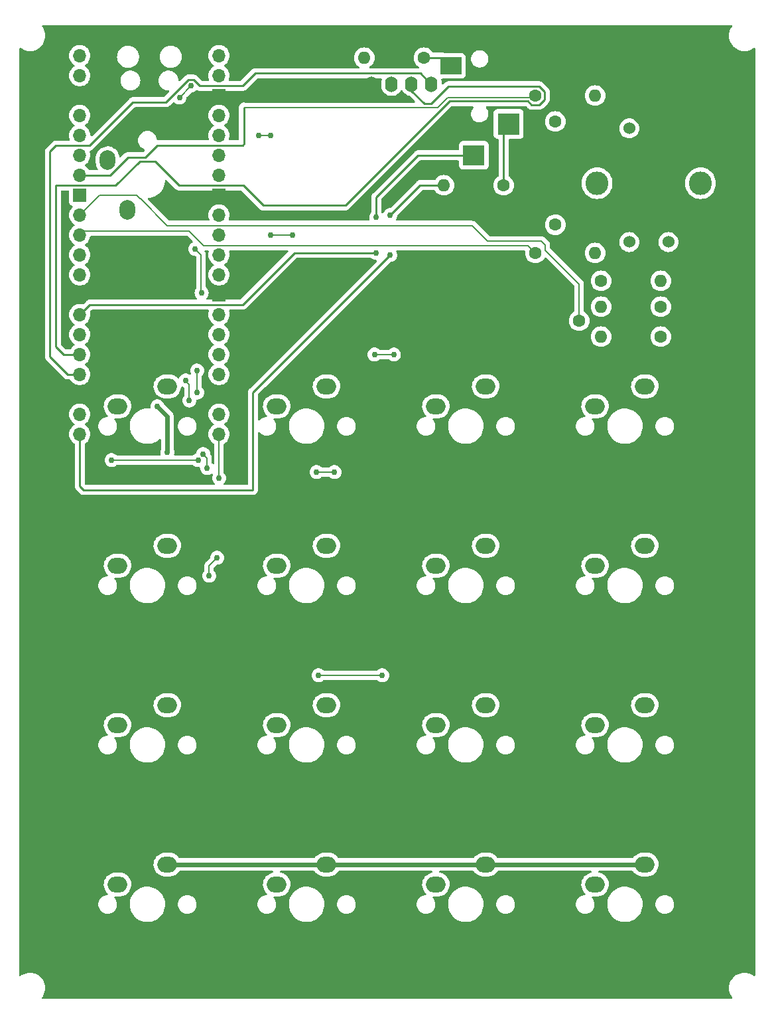
<source format=gbl>
%TF.GenerationSoftware,KiCad,Pcbnew,7.0.7*%
%TF.CreationDate,2023-09-12T14:39:03-06:00*%
%TF.ProjectId,DJBB Drumpad V2 Pico,444a4242-2044-4727-956d-706164205632,V01*%
%TF.SameCoordinates,Original*%
%TF.FileFunction,Copper,L2,Bot*%
%TF.FilePolarity,Positive*%
%FSLAX46Y46*%
G04 Gerber Fmt 4.6, Leading zero omitted, Abs format (unit mm)*
G04 Created by KiCad (PCBNEW 7.0.7) date 2023-09-12 14:39:03*
%MOMM*%
%LPD*%
G01*
G04 APERTURE LIST*
%TA.AperFunction,ComponentPad*%
%ADD10O,1.700000X1.700000*%
%TD*%
%TA.AperFunction,ComponentPad*%
%ADD11R,1.700000X1.700000*%
%TD*%
%TA.AperFunction,ComponentPad*%
%ADD12O,2.000000X2.500000*%
%TD*%
%TA.AperFunction,ComponentPad*%
%ADD13O,2.500000X2.000000*%
%TD*%
%TA.AperFunction,ComponentPad*%
%ADD14C,1.600000*%
%TD*%
%TA.AperFunction,ComponentPad*%
%ADD15O,1.600000X1.600000*%
%TD*%
%TA.AperFunction,ComponentPad*%
%ADD16C,1.524000*%
%TD*%
%TA.AperFunction,ComponentPad*%
%ADD17O,2.900000X3.000000*%
%TD*%
%TA.AperFunction,ComponentPad*%
%ADD18O,1.600000X2.000000*%
%TD*%
%TA.AperFunction,SMDPad,CuDef*%
%ADD19R,2.800000X2.200000*%
%TD*%
%TA.AperFunction,SMDPad,CuDef*%
%ADD20R,2.800000X2.800000*%
%TD*%
%TA.AperFunction,SMDPad,CuDef*%
%ADD21R,2.800000X2.600000*%
%TD*%
%TA.AperFunction,ViaPad*%
%ADD22C,0.762000*%
%TD*%
%TA.AperFunction,Conductor*%
%ADD23C,0.584200*%
%TD*%
%TA.AperFunction,Conductor*%
%ADD24C,0.200000*%
%TD*%
%TA.AperFunction,Conductor*%
%ADD25C,0.254000*%
%TD*%
G04 APERTURE END LIST*
D10*
%TO.P,U1,1,GPIO0*%
%TO.N,Net-(SW2-Pad1)*%
X100584000Y-42926000D03*
%TO.P,U1,2,GPIO1*%
%TO.N,Net-(SW6-Pad1)*%
X100584000Y-45466000D03*
D11*
%TO.P,U1,3,GND*%
%TO.N,GND*%
X100584000Y-48006000D03*
D10*
%TO.P,U1,4,GPIO2*%
%TO.N,Net-(SW10-Pad1)*%
X100584000Y-50546000D03*
%TO.P,U1,5,GPIO3*%
%TO.N,Net-(SW14-Pad1)*%
X100584000Y-53086000D03*
%TO.P,U1,6,GPIO4*%
%TO.N,Net-(SW3-Pad1)*%
X100584000Y-55626000D03*
%TO.P,U1,7,GPIO5*%
%TO.N,Net-(SW7-Pad1)*%
X100584000Y-58166000D03*
D11*
%TO.P,U1,8,GND*%
%TO.N,GND*%
X100584000Y-60706000D03*
D10*
%TO.P,U1,9,GPIO6*%
%TO.N,Net-(SW11-Pad1)*%
X100584000Y-63246000D03*
%TO.P,U1,10,GPIO7*%
%TO.N,Net-(SW15-Pad1)*%
X100584000Y-65786000D03*
%TO.P,U1,11,GPIO8*%
%TO.N,Net-(SW4-Pad1)*%
X100584000Y-68326000D03*
%TO.P,U1,12,GPIO9*%
%TO.N,Net-(SW8-Pad1)*%
X100584000Y-70866000D03*
D11*
%TO.P,U1,13,GND*%
%TO.N,GND*%
X100584000Y-73406000D03*
D10*
%TO.P,U1,14,GPIO10*%
%TO.N,Net-(SW12-Pad1)*%
X100584000Y-75946000D03*
%TO.P,U1,15,GPIO11*%
%TO.N,Net-(SW16-Pad1)*%
X100584000Y-78486000D03*
%TO.P,U1,16,GPIO12*%
%TO.N,Net-(SW5-Pad1)*%
X100584000Y-81026000D03*
%TO.P,U1,17,GPIO13*%
%TO.N,Net-(SW9-Pad1)*%
X100584000Y-83566000D03*
D11*
%TO.P,U1,18,GND*%
%TO.N,GND*%
X100584000Y-86106000D03*
D10*
%TO.P,U1,19,GPIO14*%
%TO.N,Net-(SW13-Pad1)*%
X100584000Y-88646000D03*
%TO.P,U1,20,GPIO15*%
%TO.N,Net-(SW17-Pad1)*%
X100584000Y-91186000D03*
%TO.P,U1,21,GPIO16*%
%TO.N,GP16*%
X82804000Y-91186000D03*
%TO.P,U1,22,GPIO17*%
%TO.N,unconnected-(U1-Pad22)*%
X82804000Y-88646000D03*
D11*
%TO.P,U1,23,GND*%
%TO.N,GND*%
X82804000Y-86106000D03*
D10*
%TO.P,U1,24,GPIO18*%
%TO.N,GP18*%
X82804000Y-83566000D03*
%TO.P,U1,25,GPIO19*%
%TO.N,GP19*%
X82804000Y-81026000D03*
%TO.P,U1,26,GPIO20*%
%TO.N,unconnected-(U1-Pad26)*%
X82804000Y-78486000D03*
%TO.P,U1,27,GPIO21*%
%TO.N,GP21*%
X82804000Y-75946000D03*
D11*
%TO.P,U1,28,GND*%
%TO.N,GND*%
X82804000Y-73406000D03*
D10*
%TO.P,U1,29,GPIO22*%
%TO.N,GP22*%
X82804000Y-70866000D03*
%TO.P,U1,30,RUN*%
%TO.N,unconnected-(U1-Pad30)*%
X82804000Y-68326000D03*
%TO.P,U1,31,GPIO26_ADC0*%
%TO.N,GP26*%
X82804000Y-65786000D03*
%TO.P,U1,32,GPIO27_ADC1*%
%TO.N,GP27*%
X82804000Y-63246000D03*
D11*
%TO.P,U1,33,AGND*%
%TO.N,unconnected-(U1-Pad33)*%
X82804000Y-60706000D03*
D10*
%TO.P,U1,34,GPIO28_ADC2*%
%TO.N,GP28*%
X82804000Y-58166000D03*
%TO.P,U1,35,ADC_VREF*%
%TO.N,unconnected-(U1-Pad35)*%
X82804000Y-55626000D03*
%TO.P,U1,36,3V3*%
%TO.N,PWR*%
X82804000Y-53086000D03*
%TO.P,U1,37,3V3_EN*%
%TO.N,unconnected-(U1-Pad37)*%
X82804000Y-50546000D03*
D11*
%TO.P,U1,38,GND*%
%TO.N,GND*%
X82804000Y-48006000D03*
D10*
%TO.P,U1,39,VSYS*%
%TO.N,unconnected-(U1-Pad39)*%
X82804000Y-45466000D03*
%TO.P,U1,40,VBUS*%
%TO.N,unconnected-(U1-Pad40)*%
X82804000Y-42926000D03*
%TD*%
D12*
%TO.P,SW1,1,1*%
%TO.N,GP22*%
X88900000Y-62600000D03*
%TO.P,SW1,2,2*%
%TO.N,PWR*%
X86360000Y-56250000D03*
%TD*%
D13*
%TO.P,SW17,1,1*%
%TO.N,Net-(SW17-Pad1)*%
X148590000Y-148590000D03*
%TO.P,SW17,2,2*%
%TO.N,PWR*%
X154940000Y-146050000D03*
%TD*%
%TO.P,SW3,1,1*%
%TO.N,Net-(SW3-Pad1)*%
X87630000Y-107950000D03*
%TO.P,SW3,2,2*%
%TO.N,PWR*%
X93980000Y-105410000D03*
%TD*%
D14*
%TO.P,R2,1*%
%TO.N,Net-(R2-Pad1)*%
X156972000Y-74930000D03*
D15*
%TO.P,R2,2*%
%TO.N,GP27*%
X149352000Y-74930000D03*
%TD*%
D13*
%TO.P,SW13,1,1*%
%TO.N,Net-(SW13-Pad1)*%
X128270000Y-148590000D03*
%TO.P,SW13,2,2*%
%TO.N,PWR*%
X134620000Y-146050000D03*
%TD*%
D16*
%TO.P,SW18,A,A*%
%TO.N,Net-(R1-Pad2)*%
X152948000Y-66686000D03*
%TO.P,SW18,B,B*%
%TO.N,Net-(R2-Pad1)*%
X157948000Y-66686000D03*
%TO.P,SW18,C,C*%
%TO.N,GND*%
X155448000Y-66686000D03*
%TO.P,SW18,S1,S1*%
%TO.N,Net-(R5-Pad2)*%
X152948000Y-52186000D03*
%TO.P,SW18,S2,S2*%
%TO.N,GND*%
X157948000Y-52186000D03*
D17*
%TO.P,SW18,SH*%
%TO.N,N/C*%
X148848000Y-59186000D03*
X162048000Y-59186000D03*
%TD*%
D14*
%TO.P,C1,1*%
%TO.N,GP26*%
X143510000Y-64476000D03*
%TO.P,C1,2*%
%TO.N,GND*%
X143510000Y-59476000D03*
%TD*%
%TO.P,C3,1*%
%TO.N,GP28*%
X143510000Y-51308000D03*
%TO.P,C3,2*%
%TO.N,GND*%
X143510000Y-56308000D03*
%TD*%
D13*
%TO.P,SW10,1,1*%
%TO.N,Net-(SW10-Pad1)*%
X128270000Y-87630000D03*
%TO.P,SW10,2,2*%
%TO.N,PWR*%
X134620000Y-85090000D03*
%TD*%
D14*
%TO.P,R1,1*%
%TO.N,GP26*%
X140970000Y-68072000D03*
D15*
%TO.P,R1,2*%
%TO.N,Net-(R1-Pad2)*%
X148590000Y-68072000D03*
%TD*%
D13*
%TO.P,SW2,1,1*%
%TO.N,Net-(SW2-Pad1)*%
X87630000Y-87630000D03*
%TO.P,SW2,2,2*%
%TO.N,PWR*%
X93980000Y-85090000D03*
%TD*%
D14*
%TO.P,R3,1*%
%TO.N,Net-(R1-Pad2)*%
X149352000Y-71628000D03*
D15*
%TO.P,R3,2*%
%TO.N,PWR*%
X156972000Y-71628000D03*
%TD*%
D14*
%TO.P,R4,1*%
%TO.N,PWR*%
X156972000Y-78740000D03*
D15*
%TO.P,R4,2*%
%TO.N,Net-(R2-Pad1)*%
X149352000Y-78740000D03*
%TD*%
D13*
%TO.P,SW11,1,1*%
%TO.N,Net-(SW11-Pad1)*%
X128270000Y-107950000D03*
%TO.P,SW11,2,2*%
%TO.N,PWR*%
X134620000Y-105410000D03*
%TD*%
%TO.P,SW7,1,1*%
%TO.N,Net-(SW7-Pad1)*%
X107950000Y-107950000D03*
%TO.P,SW7,2,2*%
%TO.N,PWR*%
X114300000Y-105410000D03*
%TD*%
D18*
%TO.P,Screen,1,GND*%
%TO.N,GND*%
X120078000Y-46550000D03*
%TO.P,Screen,2,VCC*%
%TO.N,PWR*%
X122618000Y-46550000D03*
%TO.P,Screen,3,SCL*%
%TO.N,GP19*%
X125158000Y-46550000D03*
%TO.P,Screen,4,SDA*%
%TO.N,GP18*%
X127698000Y-46550000D03*
%TD*%
D13*
%TO.P,SW5,1,1*%
%TO.N,Net-(SW5-Pad1)*%
X87630000Y-148590000D03*
%TO.P,SW5,2,2*%
%TO.N,PWR*%
X93980000Y-146050000D03*
%TD*%
%TO.P,SW9,1,1*%
%TO.N,Net-(SW9-Pad1)*%
X107950000Y-148590000D03*
%TO.P,SW9,2,2*%
%TO.N,PWR*%
X114300000Y-146050000D03*
%TD*%
%TO.P,SW12,1,1*%
%TO.N,Net-(SW12-Pad1)*%
X128270000Y-128270000D03*
%TO.P,SW12,2,2*%
%TO.N,PWR*%
X134620000Y-125730000D03*
%TD*%
D14*
%TO.P,R5,1*%
%TO.N,GP28*%
X140970000Y-48006000D03*
D15*
%TO.P,R5,2*%
%TO.N,Net-(R5-Pad2)*%
X148590000Y-48006000D03*
%TD*%
D13*
%TO.P,SW15,1,1*%
%TO.N,Net-(SW15-Pad1)*%
X148590000Y-107950000D03*
%TO.P,SW15,2,2*%
%TO.N,PWR*%
X154940000Y-105410000D03*
%TD*%
%TO.P,SW8,1,1*%
%TO.N,Net-(SW8-Pad1)*%
X107950000Y-128270000D03*
%TO.P,SW8,2,2*%
%TO.N,PWR*%
X114300000Y-125730000D03*
%TD*%
%TO.P,SW4,1,1*%
%TO.N,Net-(SW4-Pad1)*%
X87630000Y-128270000D03*
%TO.P,SW4,2,2*%
%TO.N,PWR*%
X93980000Y-125730000D03*
%TD*%
%TO.P,SW6,1,1*%
%TO.N,Net-(SW6-Pad1)*%
X107950000Y-87630000D03*
%TO.P,SW6,2,2*%
%TO.N,PWR*%
X114300000Y-85090000D03*
%TD*%
%TO.P,SW14,1,1*%
%TO.N,Net-(SW14-Pad1)*%
X148590000Y-87630000D03*
%TO.P,SW14,2,2*%
%TO.N,PWR*%
X154940000Y-85090000D03*
%TD*%
D14*
%TO.P,C2,1*%
%TO.N,GP27*%
X146558000Y-76708000D03*
%TO.P,C2,2*%
%TO.N,GND*%
X141558000Y-76708000D03*
%TD*%
D13*
%TO.P,SW16,1,1*%
%TO.N,Net-(SW16-Pad1)*%
X148590000Y-128270000D03*
%TO.P,SW16,2,2*%
%TO.N,PWR*%
X154940000Y-125730000D03*
%TD*%
D19*
%TO.P,J1,1*%
%TO.N,GND*%
X137558000Y-42227500D03*
D20*
%TO.P,J1,2*%
%TO.N,Net-(J1-Pad2)*%
X137558000Y-51627500D03*
D19*
%TO.P,J1,3*%
%TO.N,Net-(J1-Pad3)*%
X130158000Y-44227500D03*
D21*
%TO.P,J1,4*%
%TO.N,GP21*%
X133108000Y-55627500D03*
%TD*%
D14*
%TO.P,R6,1*%
%TO.N,Net-(J1-Pad3)*%
X126746000Y-43180000D03*
D15*
%TO.P,R6,2*%
%TO.N,PWR*%
X119126000Y-43180000D03*
%TD*%
D14*
%TO.P,R7,1*%
%TO.N,Net-(J1-Pad2)*%
X136906000Y-59436000D03*
D15*
%TO.P,R7,2*%
%TO.N,GP16*%
X129286000Y-59436000D03*
%TD*%
D22*
%TO.N,PWR*%
X93980000Y-93472000D03*
X92710000Y-87630000D03*
%TO.N,GND*%
X94742000Y-61722000D03*
X108458000Y-42418000D03*
X108966000Y-72644000D03*
X108458000Y-47498000D03*
X93980000Y-67310000D03*
X105664000Y-69342000D03*
%TO.N,GP21*%
X120650000Y-68072000D03*
X120650000Y-63500000D03*
%TO.N,GP16*%
X122428000Y-68326000D03*
X122428000Y-63246000D03*
%TO.N,Net-(SW8-Pad1)*%
X96791744Y-86885744D03*
X96314898Y-84339862D03*
%TO.N,Net-(SW7-Pad1)*%
X97790000Y-83058000D03*
X97807744Y-85869744D03*
X98361060Y-73152000D03*
X97536000Y-67564000D03*
%TO.N,Net-(SW6-Pad1)*%
X86868000Y-94488000D03*
X97907540Y-94488000D03*
X95531500Y-48260000D03*
X97000500Y-46736000D03*
%TO.N,Net-(SW17-Pad1)*%
X99314000Y-109220000D03*
X100584000Y-96774000D03*
X100330000Y-106934000D03*
X113284000Y-121920000D03*
X121412000Y-121920000D03*
%TO.N,Net-(SW16-Pad1)*%
X120423500Y-81026000D03*
X122908500Y-81026000D03*
%TO.N,Net-(SW15-Pad1)*%
X109999744Y-65768256D03*
X107188000Y-65786000D03*
%TO.N,Net-(SW14-Pad1)*%
X107188000Y-53086000D03*
X105664000Y-53086000D03*
%TO.N,Net-(SW13-Pad1)*%
X113030000Y-96012000D03*
X115316000Y-96012000D03*
X98563312Y-93712624D03*
X99060000Y-95504000D03*
%TD*%
D23*
%TO.N,GND*%
X100584000Y-73406000D02*
X104648000Y-69342000D01*
X104648000Y-69342000D02*
X105664000Y-69342000D01*
%TO.N,PWR*%
X93981621Y-88901621D02*
X92710000Y-87630000D01*
X93981621Y-93470379D02*
X93980000Y-93472000D01*
X134620000Y-146050000D02*
X154940000Y-146050000D01*
X93980000Y-146050000D02*
X114300000Y-146050000D01*
X114300000Y-146050000D02*
X134620000Y-146050000D01*
X93981621Y-93470379D02*
X93981621Y-88901621D01*
D24*
%TO.N,GP26*%
X140970000Y-68072000D02*
X140020489Y-67122489D01*
X98618489Y-67122489D02*
X96774000Y-65278000D01*
X140020489Y-67122489D02*
X98618489Y-67122489D01*
X83312000Y-65278000D02*
X82804000Y-65786000D01*
X96774000Y-65278000D02*
X83312000Y-65278000D01*
%TO.N,GP27*%
X90466795Y-61139521D02*
X90033274Y-60706000D01*
X142240000Y-67056000D02*
X141732000Y-66548000D01*
X132908489Y-64582489D02*
X93990290Y-64582489D01*
X146558000Y-76708000D02*
X146558000Y-72028688D01*
X85344000Y-60706000D02*
X82804000Y-63246000D01*
X93990290Y-64582489D02*
X90547322Y-61139521D01*
X146558000Y-72028688D02*
X142240000Y-67710688D01*
X90033274Y-60706000D02*
X85344000Y-60706000D01*
X90547322Y-61139521D02*
X90466795Y-61139521D01*
X134874000Y-66548000D02*
X132908489Y-64582489D01*
X142240000Y-67710688D02*
X142240000Y-67056000D01*
X141732000Y-66548000D02*
X134874000Y-66548000D01*
D25*
%TO.N,GP28*%
X103775022Y-54156000D02*
X103575022Y-54356000D01*
X91145985Y-55880000D02*
X88932350Y-55880000D01*
X103575022Y-54356000D02*
X92669985Y-54356000D01*
X88932350Y-55880000D02*
X86646350Y-58166000D01*
X103775022Y-49530000D02*
X103775022Y-54156000D01*
X92669985Y-54356000D02*
X91145985Y-55880000D01*
X86646350Y-58166000D02*
X82804000Y-58166000D01*
D24*
X128524000Y-49530000D02*
X103775022Y-49530000D01*
X129794000Y-48260000D02*
X128524000Y-49530000D01*
X140716000Y-48260000D02*
X129794000Y-48260000D01*
D25*
%TO.N,GP21*%
X133108000Y-55627500D02*
X125982500Y-55627500D01*
X120650000Y-60960000D02*
X120650000Y-63500000D01*
X125982500Y-55627500D02*
X120650000Y-60960000D01*
X120650000Y-68072000D02*
X110179022Y-68072000D01*
X110179022Y-68072000D02*
X103575022Y-74676000D01*
X103575022Y-74676000D02*
X84074000Y-74676000D01*
X84074000Y-74676000D02*
X82804000Y-75946000D01*
%TO.N,Net-(J1-Pad2)*%
X136906000Y-59436000D02*
X136906000Y-52279500D01*
X136906000Y-52279500D02*
X137558000Y-51627500D01*
%TO.N,Net-(J1-Pad3)*%
X129110500Y-43180000D02*
X130158000Y-44227500D01*
X126746000Y-43180000D02*
X129110500Y-43180000D01*
%TO.N,GP18*%
X97315929Y-45974489D02*
X96685071Y-45974489D01*
X78994000Y-55174978D02*
X78994000Y-81280000D01*
X79773489Y-54395489D02*
X78994000Y-55174978D01*
X93797590Y-48861970D02*
X89568030Y-48861970D01*
X96685071Y-45974489D02*
X93797590Y-48861970D01*
X84034511Y-54395489D02*
X79773489Y-54395489D01*
X81280000Y-83566000D02*
X82804000Y-83566000D01*
X127698000Y-46550000D02*
X126317480Y-45169480D01*
X105220520Y-45169480D02*
X103614511Y-46775489D01*
X89568030Y-48861970D02*
X84034511Y-54395489D01*
X126317480Y-45169480D02*
X105220520Y-45169480D01*
X78994000Y-81280000D02*
X81280000Y-83566000D01*
X98116929Y-46775489D02*
X97315929Y-45974489D01*
X103614511Y-46775489D02*
X98116929Y-46775489D01*
%TO.N,GP19*%
X79773489Y-80027489D02*
X80772000Y-81026000D01*
X141458985Y-46825489D02*
X142150511Y-47517015D01*
X103671489Y-59475489D02*
X95486398Y-59475489D01*
X142150511Y-48494985D02*
X141458985Y-49186511D01*
X95486398Y-59475489D02*
X92424388Y-56413479D01*
X127657480Y-49049480D02*
X129881471Y-46825489D01*
X106211489Y-62015489D02*
X103671489Y-59475489D01*
X142150511Y-47517015D02*
X142150511Y-48494985D01*
X87393602Y-59475489D02*
X79773489Y-59475489D01*
X125158000Y-46550000D02*
X125158000Y-47404000D01*
X92424388Y-56413479D02*
X90455612Y-56413479D01*
X79773489Y-59475489D02*
X79773489Y-80027489D01*
X90455612Y-56413479D02*
X87393602Y-59475489D01*
X80772000Y-81026000D02*
X82804000Y-81026000D01*
X116718069Y-62015489D02*
X106211489Y-62015489D01*
X140481015Y-49186511D02*
X140035024Y-48740520D01*
X129993038Y-48740520D02*
X116718069Y-62015489D01*
X140035024Y-48740520D02*
X129993038Y-48740520D01*
X125158000Y-47404000D02*
X126803480Y-49049480D01*
X129881471Y-46825489D02*
X141458985Y-46825489D01*
X126803480Y-49049480D02*
X127657480Y-49049480D01*
X141458985Y-49186511D02*
X140481015Y-49186511D01*
%TO.N,GP16*%
X83312000Y-98298000D02*
X82804000Y-97790000D01*
X104902000Y-98298000D02*
X83312000Y-98298000D01*
X104902000Y-85852000D02*
X104902000Y-98298000D01*
X82804000Y-97790000D02*
X82804000Y-91186000D01*
X126238000Y-59436000D02*
X122428000Y-63246000D01*
X122428000Y-68326000D02*
X104902000Y-85852000D01*
X129286000Y-59436000D02*
X126238000Y-59436000D01*
D24*
%TO.N,Net-(SW8-Pad1)*%
X96791744Y-86885744D02*
X96791744Y-84816708D01*
X96791744Y-84816708D02*
X96314898Y-84339862D01*
%TO.N,Net-(SW7-Pad1)*%
X98298000Y-73088940D02*
X98298000Y-68326000D01*
X97807744Y-85869744D02*
X97790000Y-85852000D01*
X98361060Y-73152000D02*
X98298000Y-73088940D01*
X98298000Y-68326000D02*
X97536000Y-67564000D01*
X97790000Y-85852000D02*
X97790000Y-83058000D01*
%TO.N,Net-(SW6-Pad1)*%
X97000500Y-46791000D02*
X97000500Y-46736000D01*
X95531500Y-48260000D02*
X97000500Y-46791000D01*
X97907540Y-94488000D02*
X86868000Y-94488000D01*
%TO.N,Net-(SW17-Pad1)*%
X100584000Y-96774000D02*
X100584000Y-91186000D01*
X99314000Y-109220000D02*
X99314000Y-107950000D01*
X121412000Y-121920000D02*
X113284000Y-121920000D01*
X99314000Y-107950000D02*
X100330000Y-106934000D01*
%TO.N,Net-(SW16-Pad1)*%
X122908500Y-81026000D02*
X120423500Y-81026000D01*
%TO.N,Net-(SW15-Pad1)*%
X109999744Y-65768256D02*
X107205744Y-65768256D01*
X107205744Y-65768256D02*
X107188000Y-65786000D01*
%TO.N,Net-(SW14-Pad1)*%
X107188000Y-53086000D02*
X105664000Y-53086000D01*
%TO.N,Net-(SW13-Pad1)*%
X99060000Y-94209312D02*
X98563312Y-93712624D01*
X99060000Y-95504000D02*
X99060000Y-94209312D01*
X115316000Y-96012000D02*
X113030000Y-96012000D01*
%TD*%
%TA.AperFunction,Conductor*%
%TO.N,GND*%
G36*
X81387621Y-60130991D02*
G01*
X81434114Y-60184647D01*
X81445500Y-60236989D01*
X81445499Y-61604632D01*
X81445500Y-61604649D01*
X81452009Y-61665196D01*
X81452011Y-61665204D01*
X81503110Y-61802202D01*
X81503112Y-61802207D01*
X81590738Y-61919261D01*
X81707791Y-62006886D01*
X81707792Y-62006886D01*
X81707796Y-62006889D01*
X81822810Y-62049787D01*
X81879642Y-62092332D01*
X81904453Y-62158852D01*
X81889362Y-62228226D01*
X81871475Y-62253179D01*
X81728280Y-62408729D01*
X81728275Y-62408734D01*
X81605141Y-62597206D01*
X81514703Y-62803386D01*
X81514702Y-62803387D01*
X81459437Y-63021624D01*
X81459436Y-63021630D01*
X81459436Y-63021632D01*
X81440844Y-63246000D01*
X81459389Y-63469804D01*
X81459437Y-63470375D01*
X81514702Y-63688612D01*
X81514703Y-63688613D01*
X81514704Y-63688616D01*
X81575464Y-63827136D01*
X81605141Y-63894793D01*
X81728275Y-64083265D01*
X81728279Y-64083270D01*
X81880762Y-64248908D01*
X81901518Y-64265063D01*
X82058424Y-64387189D01*
X82091680Y-64405186D01*
X82142071Y-64455200D01*
X82157423Y-64524516D01*
X82132862Y-64591129D01*
X82091680Y-64626813D01*
X82058426Y-64644810D01*
X82058424Y-64644811D01*
X81880762Y-64783091D01*
X81728279Y-64948729D01*
X81728275Y-64948734D01*
X81605141Y-65137206D01*
X81514703Y-65343386D01*
X81514702Y-65343387D01*
X81459437Y-65561624D01*
X81459436Y-65561630D01*
X81459436Y-65561632D01*
X81440844Y-65786000D01*
X81458750Y-66002094D01*
X81459437Y-66010375D01*
X81514702Y-66228612D01*
X81514703Y-66228613D01*
X81514704Y-66228616D01*
X81553756Y-66317646D01*
X81605141Y-66434793D01*
X81728275Y-66623265D01*
X81728279Y-66623270D01*
X81880762Y-66788908D01*
X81935331Y-66831381D01*
X82058424Y-66927189D01*
X82091680Y-66945186D01*
X82142071Y-66995200D01*
X82157423Y-67064516D01*
X82132862Y-67131129D01*
X82091680Y-67166813D01*
X82058426Y-67184810D01*
X82058424Y-67184811D01*
X81880762Y-67323091D01*
X81728279Y-67488729D01*
X81728275Y-67488734D01*
X81605141Y-67677206D01*
X81514703Y-67883386D01*
X81514702Y-67883387D01*
X81459437Y-68101624D01*
X81459436Y-68101630D01*
X81459436Y-68101632D01*
X81440844Y-68326000D01*
X81457829Y-68530980D01*
X81459437Y-68550375D01*
X81514702Y-68768612D01*
X81514703Y-68768613D01*
X81514704Y-68768616D01*
X81579482Y-68916296D01*
X81605141Y-68974793D01*
X81728275Y-69163265D01*
X81728279Y-69163270D01*
X81880762Y-69328908D01*
X81927829Y-69365542D01*
X82058424Y-69467189D01*
X82091680Y-69485186D01*
X82142071Y-69535200D01*
X82157423Y-69604516D01*
X82132862Y-69671129D01*
X82091680Y-69706813D01*
X82058426Y-69724810D01*
X82058424Y-69724811D01*
X81880762Y-69863091D01*
X81728279Y-70028729D01*
X81728275Y-70028734D01*
X81605141Y-70217206D01*
X81514703Y-70423386D01*
X81514702Y-70423387D01*
X81459437Y-70641624D01*
X81459436Y-70641630D01*
X81459436Y-70641632D01*
X81440844Y-70866000D01*
X81449565Y-70971250D01*
X81459437Y-71090375D01*
X81514702Y-71308612D01*
X81514703Y-71308613D01*
X81605141Y-71514793D01*
X81728275Y-71703265D01*
X81728279Y-71703270D01*
X81880762Y-71868908D01*
X81935331Y-71911381D01*
X82058424Y-72007189D01*
X82256426Y-72114342D01*
X82256427Y-72114342D01*
X82256428Y-72114343D01*
X82368227Y-72152723D01*
X82469365Y-72187444D01*
X82691431Y-72224500D01*
X82691435Y-72224500D01*
X82916565Y-72224500D01*
X82916569Y-72224500D01*
X83138635Y-72187444D01*
X83351574Y-72114342D01*
X83549576Y-72007189D01*
X83727240Y-71868906D01*
X83879722Y-71703268D01*
X84002860Y-71514791D01*
X84093296Y-71308616D01*
X84148564Y-71090368D01*
X84167156Y-70866000D01*
X84148564Y-70641632D01*
X84093296Y-70423384D01*
X84002860Y-70217209D01*
X83996140Y-70206924D01*
X83879724Y-70028734D01*
X83879720Y-70028729D01*
X83727237Y-69863091D01*
X83645382Y-69799381D01*
X83549576Y-69724811D01*
X83516319Y-69706813D01*
X83465929Y-69656802D01*
X83450576Y-69587485D01*
X83475136Y-69520872D01*
X83516320Y-69485186D01*
X83549576Y-69467189D01*
X83727240Y-69328906D01*
X83879722Y-69163268D01*
X84002860Y-68974791D01*
X84093296Y-68768616D01*
X84148564Y-68550368D01*
X84167156Y-68326000D01*
X84148564Y-68101632D01*
X84113258Y-67962213D01*
X84093297Y-67883387D01*
X84093296Y-67883386D01*
X84093296Y-67883384D01*
X84002860Y-67677209D01*
X83928897Y-67564000D01*
X83879724Y-67488734D01*
X83879720Y-67488729D01*
X83763570Y-67362559D01*
X83727240Y-67323094D01*
X83727239Y-67323093D01*
X83727237Y-67323091D01*
X83604675Y-67227697D01*
X83549576Y-67184811D01*
X83516319Y-67166813D01*
X83465929Y-67116802D01*
X83450576Y-67047485D01*
X83475136Y-66980872D01*
X83516320Y-66945186D01*
X83549576Y-66927189D01*
X83727240Y-66788906D01*
X83879722Y-66623268D01*
X84002860Y-66434791D01*
X84093296Y-66228616D01*
X84148564Y-66010368D01*
X84149249Y-66002092D01*
X84174809Y-65935858D01*
X84232121Y-65893955D01*
X84274819Y-65886500D01*
X96469761Y-65886500D01*
X96537882Y-65906502D01*
X96558856Y-65923405D01*
X97191708Y-66556257D01*
X97225734Y-66618569D01*
X97220669Y-66689384D01*
X97178122Y-66746220D01*
X97153863Y-66760458D01*
X97088798Y-66789427D01*
X97088797Y-66789428D01*
X96937527Y-66899332D01*
X96812414Y-67038284D01*
X96812410Y-67038290D01*
X96718928Y-67200208D01*
X96718922Y-67200220D01*
X96661146Y-67378038D01*
X96661145Y-67378042D01*
X96661145Y-67378044D01*
X96641600Y-67564000D01*
X96660100Y-67740015D01*
X96661146Y-67749961D01*
X96718922Y-67927779D01*
X96718928Y-67927791D01*
X96812410Y-68089709D01*
X96812414Y-68089715D01*
X96937527Y-68228667D01*
X97088795Y-68338570D01*
X97088797Y-68338571D01*
X97088800Y-68338573D01*
X97259615Y-68414625D01*
X97403634Y-68445236D01*
X97442509Y-68453500D01*
X97442510Y-68453500D01*
X97512760Y-68453500D01*
X97580881Y-68473502D01*
X97601855Y-68490405D01*
X97652594Y-68541144D01*
X97686620Y-68603456D01*
X97689499Y-68630239D01*
X97689500Y-72520138D01*
X97669498Y-72588259D01*
X97657137Y-72604448D01*
X97637474Y-72626285D01*
X97637473Y-72626287D01*
X97543985Y-72788213D01*
X97543982Y-72788220D01*
X97486206Y-72966038D01*
X97466660Y-73152000D01*
X97486206Y-73337961D01*
X97543982Y-73515779D01*
X97543988Y-73515791D01*
X97637470Y-73677709D01*
X97637474Y-73677715D01*
X97762583Y-73816663D01*
X97767247Y-73820862D01*
X97804488Y-73881308D01*
X97803137Y-73952292D01*
X97763624Y-74011277D01*
X97698494Y-74039536D01*
X97682938Y-74040500D01*
X84158070Y-74040500D01*
X84142201Y-74038747D01*
X84142174Y-74039038D01*
X84134281Y-74038291D01*
X84064015Y-74040500D01*
X84034017Y-74040500D01*
X84027021Y-74041382D01*
X84021114Y-74041847D01*
X83973796Y-74043334D01*
X83973793Y-74043335D01*
X83954244Y-74049014D01*
X83934893Y-74053021D01*
X83914704Y-74055572D01*
X83914703Y-74055572D01*
X83870681Y-74073000D01*
X83865067Y-74074922D01*
X83819611Y-74088129D01*
X83819604Y-74088132D01*
X83802083Y-74098493D01*
X83784343Y-74107184D01*
X83765413Y-74114680D01*
X83727118Y-74142502D01*
X83722157Y-74145761D01*
X83681401Y-74169865D01*
X83667006Y-74184260D01*
X83651981Y-74197092D01*
X83635513Y-74209058D01*
X83635512Y-74209059D01*
X83605328Y-74245543D01*
X83601332Y-74249934D01*
X83259537Y-74591728D01*
X83197225Y-74625754D01*
X83143869Y-74624851D01*
X83143776Y-74625414D01*
X83140015Y-74624786D01*
X83139514Y-74624778D01*
X83138643Y-74624557D01*
X83064437Y-74612174D01*
X82916569Y-74587500D01*
X82691431Y-74587500D01*
X82543211Y-74612233D01*
X82469369Y-74624555D01*
X82469360Y-74624557D01*
X82256428Y-74697656D01*
X82256426Y-74697658D01*
X82058426Y-74804810D01*
X82058424Y-74804811D01*
X81880762Y-74943091D01*
X81728279Y-75108729D01*
X81728275Y-75108734D01*
X81605141Y-75297206D01*
X81514703Y-75503386D01*
X81514702Y-75503387D01*
X81459437Y-75721624D01*
X81459437Y-75721627D01*
X81459436Y-75721632D01*
X81440844Y-75946000D01*
X81449565Y-76051250D01*
X81459437Y-76170375D01*
X81514702Y-76388612D01*
X81514703Y-76388613D01*
X81605141Y-76594793D01*
X81728275Y-76783265D01*
X81728279Y-76783270D01*
X81880762Y-76948908D01*
X81935331Y-76991381D01*
X82058424Y-77087189D01*
X82091680Y-77105186D01*
X82142071Y-77155200D01*
X82157423Y-77224516D01*
X82132862Y-77291129D01*
X82091680Y-77326813D01*
X82058426Y-77344810D01*
X82058424Y-77344811D01*
X81880762Y-77483091D01*
X81728279Y-77648729D01*
X81728275Y-77648734D01*
X81605141Y-77837206D01*
X81514703Y-78043386D01*
X81514702Y-78043387D01*
X81459437Y-78261624D01*
X81459436Y-78261630D01*
X81459436Y-78261632D01*
X81444512Y-78441725D01*
X81440844Y-78485999D01*
X81459437Y-78710375D01*
X81514702Y-78928612D01*
X81514703Y-78928613D01*
X81514704Y-78928616D01*
X81605140Y-79134791D01*
X81605141Y-79134793D01*
X81728275Y-79323265D01*
X81728279Y-79323270D01*
X81880762Y-79488908D01*
X81935331Y-79531381D01*
X82058424Y-79627189D01*
X82091676Y-79645184D01*
X82091680Y-79645186D01*
X82142071Y-79695200D01*
X82157423Y-79764516D01*
X82132862Y-79831129D01*
X82091680Y-79866813D01*
X82058426Y-79884810D01*
X82058424Y-79884811D01*
X81880762Y-80023091D01*
X81728279Y-80188729D01*
X81728275Y-80188734D01*
X81633752Y-80333415D01*
X81579749Y-80379504D01*
X81528269Y-80390500D01*
X81087423Y-80390500D01*
X81019302Y-80370498D01*
X80998327Y-80353595D01*
X80445893Y-79801160D01*
X80411868Y-79738848D01*
X80408989Y-79712065D01*
X80408989Y-60236989D01*
X80428991Y-60168868D01*
X80482647Y-60122375D01*
X80534989Y-60110989D01*
X81319500Y-60110989D01*
X81387621Y-60130991D01*
G37*
%TD.AperFunction*%
%TA.AperFunction,Conductor*%
G36*
X99239532Y-67750991D02*
G01*
X99286025Y-67804647D01*
X99296129Y-67874921D01*
X99293555Y-67887920D01*
X99239437Y-68101624D01*
X99239436Y-68101630D01*
X99239436Y-68101632D01*
X99220844Y-68326000D01*
X99237829Y-68530980D01*
X99239437Y-68550375D01*
X99294702Y-68768612D01*
X99294703Y-68768613D01*
X99294704Y-68768616D01*
X99359482Y-68916296D01*
X99385141Y-68974793D01*
X99508275Y-69163265D01*
X99508279Y-69163270D01*
X99660762Y-69328908D01*
X99707829Y-69365542D01*
X99838424Y-69467189D01*
X99871680Y-69485186D01*
X99922071Y-69535200D01*
X99937423Y-69604516D01*
X99912862Y-69671129D01*
X99871680Y-69706813D01*
X99838426Y-69724810D01*
X99838424Y-69724811D01*
X99660762Y-69863091D01*
X99508279Y-70028729D01*
X99508275Y-70028734D01*
X99385141Y-70217206D01*
X99294703Y-70423386D01*
X99294702Y-70423387D01*
X99239437Y-70641624D01*
X99239436Y-70641630D01*
X99239436Y-70641632D01*
X99220844Y-70866000D01*
X99229565Y-70971250D01*
X99239437Y-71090375D01*
X99294702Y-71308612D01*
X99294703Y-71308613D01*
X99385141Y-71514793D01*
X99508275Y-71703265D01*
X99508279Y-71703270D01*
X99660762Y-71868908D01*
X99715331Y-71911381D01*
X99838424Y-72007189D01*
X100036426Y-72114342D01*
X100036427Y-72114342D01*
X100036428Y-72114343D01*
X100148227Y-72152723D01*
X100249365Y-72187444D01*
X100471431Y-72224500D01*
X100471435Y-72224500D01*
X100696565Y-72224500D01*
X100696569Y-72224500D01*
X100918635Y-72187444D01*
X101131574Y-72114342D01*
X101329576Y-72007189D01*
X101507240Y-71868906D01*
X101659722Y-71703268D01*
X101782860Y-71514791D01*
X101873296Y-71308616D01*
X101928564Y-71090368D01*
X101947156Y-70866000D01*
X101928564Y-70641632D01*
X101873296Y-70423384D01*
X101782860Y-70217209D01*
X101776140Y-70206924D01*
X101659724Y-70028734D01*
X101659720Y-70028729D01*
X101507237Y-69863091D01*
X101425382Y-69799381D01*
X101329576Y-69724811D01*
X101296319Y-69706813D01*
X101245929Y-69656802D01*
X101230576Y-69587485D01*
X101255136Y-69520872D01*
X101296320Y-69485186D01*
X101329576Y-69467189D01*
X101507240Y-69328906D01*
X101659722Y-69163268D01*
X101782860Y-68974791D01*
X101873296Y-68768616D01*
X101928564Y-68550368D01*
X101947156Y-68326000D01*
X101928564Y-68101632D01*
X101921060Y-68072000D01*
X101874445Y-67887920D01*
X101877112Y-67816974D01*
X101917712Y-67758732D01*
X101983355Y-67731686D01*
X101996589Y-67730989D01*
X109317110Y-67730989D01*
X109385231Y-67750991D01*
X109431724Y-67804647D01*
X109441828Y-67874921D01*
X109412334Y-67939501D01*
X109406205Y-67946084D01*
X103348694Y-74003595D01*
X103286382Y-74037621D01*
X103259599Y-74040500D01*
X99039182Y-74040500D01*
X98971061Y-74020498D01*
X98924568Y-73966842D01*
X98914464Y-73896568D01*
X98943958Y-73831988D01*
X98954873Y-73820862D01*
X98959526Y-73816671D01*
X98959530Y-73816669D01*
X98959532Y-73816665D01*
X98959536Y-73816663D01*
X99084645Y-73677715D01*
X99084649Y-73677709D01*
X99131389Y-73596750D01*
X99178135Y-73515785D01*
X99235915Y-73337956D01*
X99255460Y-73152000D01*
X99235915Y-72966044D01*
X99221456Y-72921543D01*
X99178137Y-72788220D01*
X99178133Y-72788213D01*
X99165033Y-72765522D01*
X99084649Y-72626290D01*
X99084645Y-72626284D01*
X98959533Y-72487333D01*
X98959531Y-72487331D01*
X98958435Y-72486535D01*
X98957954Y-72485912D01*
X98954627Y-72482916D01*
X98955175Y-72482307D01*
X98915083Y-72430311D01*
X98906500Y-72384602D01*
X98906500Y-68370011D01*
X98907040Y-68361779D01*
X98911750Y-68326000D01*
X98911750Y-68325999D01*
X98906500Y-68286121D01*
X98906500Y-68286120D01*
X98906500Y-68286115D01*
X98890838Y-68167150D01*
X98881039Y-68143491D01*
X98829524Y-68019124D01*
X98763969Y-67933692D01*
X98738370Y-67867473D01*
X98752635Y-67797924D01*
X98802236Y-67747128D01*
X98863933Y-67730989D01*
X99171411Y-67730989D01*
X99239532Y-67750991D01*
G37*
%TD.AperFunction*%
%TA.AperFunction,Conductor*%
G36*
X121313294Y-45824982D02*
G01*
X121359787Y-45878638D01*
X121369891Y-45948912D01*
X121366881Y-45963583D01*
X121324457Y-46121913D01*
X121309500Y-46292873D01*
X121309500Y-46807127D01*
X121324457Y-46978087D01*
X121344730Y-47053746D01*
X121383715Y-47199240D01*
X121383717Y-47199246D01*
X121480477Y-47406749D01*
X121599895Y-47577296D01*
X121611802Y-47594300D01*
X121773700Y-47756198D01*
X121961251Y-47887523D01*
X122168757Y-47984284D01*
X122389913Y-48043543D01*
X122618000Y-48063498D01*
X122846087Y-48043543D01*
X123067243Y-47984284D01*
X123274749Y-47887523D01*
X123462300Y-47756198D01*
X123624198Y-47594300D01*
X123755523Y-47406749D01*
X123773805Y-47367542D01*
X123820718Y-47314259D01*
X123888995Y-47294796D01*
X123956955Y-47315336D01*
X124002193Y-47367541D01*
X124020475Y-47406747D01*
X124145422Y-47585189D01*
X124151802Y-47594300D01*
X124313700Y-47756198D01*
X124501251Y-47887523D01*
X124708757Y-47984284D01*
X124854816Y-48023420D01*
X124911299Y-48056031D01*
X125561672Y-48706405D01*
X125595697Y-48768717D01*
X125590632Y-48839533D01*
X125548085Y-48896368D01*
X125481565Y-48921179D01*
X125472576Y-48921500D01*
X103988542Y-48921500D01*
X103964933Y-48919268D01*
X103933689Y-48913308D01*
X103815247Y-48890713D01*
X103815238Y-48890712D01*
X103654998Y-48900794D01*
X103654993Y-48900794D01*
X103502289Y-48950411D01*
X103366722Y-49036444D01*
X103366715Y-49036450D01*
X103256805Y-49153493D01*
X103256804Y-49153494D01*
X103179452Y-49294197D01*
X103179451Y-49294199D01*
X103139523Y-49449710D01*
X103139522Y-49449720D01*
X103139522Y-53594500D01*
X103119520Y-53662621D01*
X103065864Y-53709114D01*
X103013522Y-53720500D01*
X101981985Y-53720500D01*
X101913864Y-53700498D01*
X101867371Y-53646842D01*
X101857267Y-53576568D01*
X101866598Y-53543885D01*
X101873296Y-53528616D01*
X101928564Y-53310368D01*
X101947156Y-53086000D01*
X101928564Y-52861632D01*
X101928562Y-52861624D01*
X101873297Y-52643387D01*
X101873296Y-52643386D01*
X101873296Y-52643384D01*
X101782860Y-52437209D01*
X101763424Y-52407460D01*
X101659724Y-52248734D01*
X101659720Y-52248729D01*
X101507237Y-52083091D01*
X101425382Y-52019381D01*
X101329576Y-51944811D01*
X101296319Y-51926813D01*
X101245929Y-51876802D01*
X101230576Y-51807485D01*
X101255136Y-51740872D01*
X101296320Y-51705186D01*
X101296324Y-51705184D01*
X101329576Y-51687189D01*
X101507240Y-51548906D01*
X101659722Y-51383268D01*
X101782860Y-51194791D01*
X101873296Y-50988616D01*
X101928564Y-50770368D01*
X101947156Y-50546000D01*
X101928564Y-50321632D01*
X101914096Y-50264500D01*
X101873297Y-50103387D01*
X101873296Y-50103386D01*
X101873296Y-50103384D01*
X101782860Y-49897209D01*
X101763944Y-49868256D01*
X101659724Y-49708734D01*
X101659720Y-49708729D01*
X101507237Y-49543091D01*
X101387427Y-49449839D01*
X101329576Y-49404811D01*
X101131574Y-49297658D01*
X101131572Y-49297657D01*
X101131571Y-49297656D01*
X100918639Y-49224557D01*
X100918630Y-49224555D01*
X100874476Y-49217187D01*
X100696569Y-49187500D01*
X100471431Y-49187500D01*
X100323210Y-49212233D01*
X100249369Y-49224555D01*
X100249360Y-49224557D01*
X100036428Y-49297656D01*
X100036426Y-49297658D01*
X99858932Y-49393713D01*
X99838426Y-49404810D01*
X99838424Y-49404811D01*
X99660762Y-49543091D01*
X99508279Y-49708729D01*
X99508275Y-49708734D01*
X99385141Y-49897206D01*
X99294703Y-50103386D01*
X99294702Y-50103387D01*
X99239437Y-50321624D01*
X99239436Y-50321630D01*
X99239436Y-50321632D01*
X99220844Y-50546000D01*
X99232700Y-50689083D01*
X99239437Y-50770375D01*
X99294702Y-50988612D01*
X99294703Y-50988613D01*
X99385141Y-51194793D01*
X99508275Y-51383265D01*
X99508279Y-51383270D01*
X99660762Y-51548908D01*
X99715331Y-51591381D01*
X99838424Y-51687189D01*
X99871676Y-51705184D01*
X99871680Y-51705186D01*
X99922071Y-51755200D01*
X99937423Y-51824516D01*
X99912862Y-51891129D01*
X99871680Y-51926813D01*
X99838426Y-51944810D01*
X99838424Y-51944811D01*
X99660762Y-52083091D01*
X99508279Y-52248729D01*
X99508275Y-52248734D01*
X99385141Y-52437206D01*
X99294703Y-52643386D01*
X99294702Y-52643387D01*
X99239437Y-52861624D01*
X99239436Y-52861630D01*
X99239436Y-52861632D01*
X99220844Y-53086000D01*
X99236253Y-53271961D01*
X99239437Y-53310375D01*
X99294702Y-53528612D01*
X99294703Y-53528613D01*
X99294704Y-53528616D01*
X99297942Y-53535999D01*
X99301402Y-53543885D01*
X99310449Y-53614303D01*
X99279990Y-53678433D01*
X99219694Y-53715916D01*
X99186015Y-53720500D01*
X92766500Y-53720500D01*
X92698379Y-53700498D01*
X92651886Y-53646842D01*
X92642655Y-53604408D01*
X92641038Y-53604558D01*
X92640501Y-53598767D01*
X92640500Y-53598760D01*
X92640500Y-53598757D01*
X92599618Y-53380060D01*
X92599616Y-53380056D01*
X92599616Y-53380053D01*
X92554264Y-53262989D01*
X92519247Y-53172599D01*
X92513289Y-53162977D01*
X92402125Y-52983439D01*
X92402124Y-52983438D01*
X92252235Y-52819017D01*
X92074689Y-52684942D01*
X92074684Y-52684938D01*
X91875537Y-52585774D01*
X91875520Y-52585768D01*
X91661539Y-52524885D01*
X91611726Y-52520269D01*
X91495503Y-52509500D01*
X91384497Y-52509500D01*
X91278839Y-52519290D01*
X91218460Y-52524885D01*
X91004479Y-52585768D01*
X91004462Y-52585774D01*
X90805315Y-52684938D01*
X90805310Y-52684942D01*
X90627764Y-52819017D01*
X90477875Y-52983438D01*
X90477874Y-52983439D01*
X90360759Y-53172587D01*
X90360751Y-53172603D01*
X90280383Y-53380053D01*
X90268808Y-53441977D01*
X90239500Y-53598757D01*
X90239500Y-53821243D01*
X90259559Y-53928547D01*
X90280383Y-54039946D01*
X90360751Y-54247396D01*
X90360759Y-54247412D01*
X90477874Y-54436560D01*
X90477875Y-54436561D01*
X90627764Y-54600982D01*
X90805310Y-54735057D01*
X90805315Y-54735061D01*
X91004462Y-54834225D01*
X91004475Y-54834230D01*
X91006830Y-54834900D01*
X91022881Y-54839466D01*
X91082927Y-54877344D01*
X91112964Y-54941674D01*
X91103453Y-55012031D01*
X91077498Y-55049752D01*
X90919657Y-55207595D01*
X90857345Y-55241620D01*
X90830561Y-55244500D01*
X89016420Y-55244500D01*
X89000551Y-55242747D01*
X89000524Y-55243038D01*
X88992631Y-55242291D01*
X88922365Y-55244500D01*
X88892367Y-55244500D01*
X88885371Y-55245382D01*
X88879464Y-55245847D01*
X88832146Y-55247334D01*
X88832143Y-55247335D01*
X88812594Y-55253014D01*
X88793243Y-55257021D01*
X88773054Y-55259572D01*
X88773053Y-55259572D01*
X88729031Y-55277000D01*
X88723417Y-55278922D01*
X88677961Y-55292129D01*
X88677954Y-55292132D01*
X88660433Y-55302493D01*
X88642693Y-55311184D01*
X88623763Y-55318680D01*
X88585468Y-55346502D01*
X88580507Y-55349761D01*
X88539751Y-55373865D01*
X88525356Y-55388260D01*
X88510331Y-55401092D01*
X88493863Y-55413058D01*
X88493862Y-55413059D01*
X88463683Y-55449537D01*
X88459687Y-55453928D01*
X88069163Y-55844451D01*
X88006851Y-55878477D01*
X87936036Y-55873412D01*
X87879200Y-55830865D01*
X87854476Y-55765490D01*
X87853810Y-55757232D01*
X87795523Y-55520752D01*
X87795522Y-55520751D01*
X87795522Y-55520748D01*
X87722028Y-55348254D01*
X87700056Y-55296684D01*
X87569883Y-55090832D01*
X87569879Y-55090828D01*
X87569877Y-55090824D01*
X87569877Y-55090823D01*
X87408380Y-54908531D01*
X87408377Y-54908528D01*
X87408375Y-54908526D01*
X87295430Y-54816310D01*
X87219718Y-54754493D01*
X87219719Y-54754493D01*
X87218669Y-54753887D01*
X87008787Y-54632711D01*
X86841273Y-54569181D01*
X86781060Y-54546345D01*
X86781059Y-54546344D01*
X86781057Y-54546344D01*
X86542421Y-54497626D01*
X86420741Y-54492722D01*
X86299062Y-54487819D01*
X86299055Y-54487819D01*
X86057278Y-54517177D01*
X86057277Y-54517177D01*
X85823344Y-54584936D01*
X85823333Y-54584940D01*
X85603298Y-54689348D01*
X85402852Y-54827706D01*
X85402844Y-54827714D01*
X85227203Y-54996419D01*
X85227196Y-54996427D01*
X85080883Y-55191134D01*
X84967694Y-55406799D01*
X84890568Y-55637820D01*
X84851501Y-55878211D01*
X84851500Y-55878225D01*
X84851500Y-56560801D01*
X84866189Y-56742763D01*
X84924477Y-56979251D01*
X85019943Y-57203314D01*
X85104580Y-57337157D01*
X85124083Y-57405423D01*
X85103582Y-57473395D01*
X85049588Y-57519494D01*
X84998086Y-57530500D01*
X84079731Y-57530500D01*
X84011610Y-57510498D01*
X83974248Y-57473415D01*
X83879724Y-57328734D01*
X83879720Y-57328729D01*
X83727237Y-57163091D01*
X83645382Y-57099381D01*
X83549576Y-57024811D01*
X83516319Y-57006813D01*
X83465929Y-56956802D01*
X83450576Y-56887485D01*
X83475136Y-56820872D01*
X83516320Y-56785186D01*
X83549576Y-56767189D01*
X83727240Y-56628906D01*
X83879722Y-56463268D01*
X84002860Y-56274791D01*
X84093296Y-56068616D01*
X84148564Y-55850368D01*
X84167156Y-55626000D01*
X84148564Y-55401632D01*
X84093296Y-55183384D01*
X84093294Y-55183380D01*
X84092665Y-55181545D01*
X84092629Y-55180749D01*
X84092017Y-55178332D01*
X84092514Y-55178206D01*
X84089468Y-55110620D01*
X84125124Y-55049226D01*
X84186150Y-55017962D01*
X84186131Y-55017888D01*
X84186459Y-55017803D01*
X84188311Y-55016855D01*
X84193097Y-55016099D01*
X84193807Y-55015917D01*
X84193810Y-55015916D01*
X84237843Y-54998481D01*
X84243426Y-54996570D01*
X84288904Y-54983358D01*
X84306418Y-54972999D01*
X84324167Y-54964303D01*
X84343099Y-54956808D01*
X84381414Y-54928969D01*
X84386351Y-54925726D01*
X84427109Y-54901623D01*
X84441495Y-54887236D01*
X84456529Y-54874395D01*
X84472998Y-54862431D01*
X84503189Y-54825935D01*
X84507157Y-54821573D01*
X89794357Y-49534375D01*
X89856670Y-49500349D01*
X89883453Y-49497470D01*
X93713520Y-49497470D01*
X93729388Y-49499222D01*
X93729416Y-49498932D01*
X93737308Y-49499678D01*
X93737308Y-49499677D01*
X93737309Y-49499678D01*
X93807575Y-49497470D01*
X93837573Y-49497470D01*
X93844559Y-49496587D01*
X93850463Y-49496122D01*
X93897795Y-49494635D01*
X93917341Y-49488955D01*
X93936692Y-49484948D01*
X93956889Y-49482397D01*
X94000922Y-49464962D01*
X94006505Y-49463051D01*
X94051983Y-49449839D01*
X94069497Y-49439480D01*
X94087246Y-49430784D01*
X94106178Y-49423289D01*
X94144493Y-49395450D01*
X94149430Y-49392207D01*
X94190188Y-49368104D01*
X94204579Y-49353712D01*
X94219599Y-49340882D01*
X94236077Y-49328912D01*
X94266263Y-49292422D01*
X94270252Y-49288040D01*
X94370792Y-49187500D01*
X94697285Y-48861005D01*
X94759596Y-48826982D01*
X94830411Y-48832046D01*
X94880015Y-48865791D01*
X94933029Y-48924668D01*
X95084295Y-49034570D01*
X95084297Y-49034571D01*
X95084300Y-49034573D01*
X95255115Y-49110625D01*
X95399133Y-49141236D01*
X95438009Y-49149500D01*
X95438010Y-49149500D01*
X95624991Y-49149500D01*
X95657051Y-49142685D01*
X95807885Y-49110625D01*
X95978700Y-49034573D01*
X96129970Y-48924669D01*
X96132824Y-48921500D01*
X96255085Y-48785715D01*
X96255089Y-48785709D01*
X96308983Y-48692361D01*
X96348575Y-48623785D01*
X96406355Y-48445956D01*
X96425212Y-48266542D01*
X96452224Y-48200890D01*
X96461416Y-48190631D01*
X96989644Y-47662404D01*
X97051957Y-47628379D01*
X97078740Y-47625500D01*
X97093991Y-47625500D01*
X97126051Y-47618685D01*
X97276885Y-47586625D01*
X97447700Y-47510573D01*
X97598970Y-47400669D01*
X97640030Y-47355067D01*
X97700473Y-47317829D01*
X97771457Y-47319179D01*
X97783707Y-47323741D01*
X97790860Y-47326836D01*
X97790862Y-47326838D01*
X97832231Y-47344740D01*
X97834304Y-47345637D01*
X97839637Y-47348250D01*
X97881122Y-47371056D01*
X97881123Y-47371056D01*
X97881126Y-47371058D01*
X97900847Y-47376121D01*
X97919549Y-47382526D01*
X97938218Y-47390605D01*
X97938219Y-47390605D01*
X97938221Y-47390606D01*
X97968382Y-47395382D01*
X97984977Y-47398011D01*
X97990789Y-47399213D01*
X98036647Y-47410989D01*
X98056995Y-47410989D01*
X98076704Y-47412539D01*
X98096808Y-47415724D01*
X98131432Y-47412451D01*
X98143940Y-47411269D01*
X98149873Y-47410989D01*
X103530441Y-47410989D01*
X103546309Y-47412741D01*
X103546337Y-47412451D01*
X103554229Y-47413197D01*
X103554229Y-47413196D01*
X103554230Y-47413197D01*
X103624496Y-47410989D01*
X103654494Y-47410989D01*
X103661480Y-47410106D01*
X103667384Y-47409641D01*
X103714716Y-47408154D01*
X103734262Y-47402474D01*
X103753613Y-47398467D01*
X103773810Y-47395916D01*
X103817843Y-47378481D01*
X103823426Y-47376570D01*
X103868904Y-47363358D01*
X103886418Y-47352999D01*
X103904167Y-47344303D01*
X103923099Y-47336808D01*
X103961414Y-47308969D01*
X103966351Y-47305726D01*
X104007109Y-47281623D01*
X104021495Y-47267236D01*
X104036529Y-47254395D01*
X104052998Y-47242431D01*
X104083182Y-47205942D01*
X104087162Y-47201568D01*
X105446848Y-45841884D01*
X105509161Y-45807859D01*
X105535944Y-45804980D01*
X121245173Y-45804980D01*
X121313294Y-45824982D01*
G37*
%TD.AperFunction*%
%TA.AperFunction,Conductor*%
G36*
X166051113Y-39028502D02*
G01*
X166097606Y-39082158D01*
X166107710Y-39152432D01*
X166083860Y-39210009D01*
X165994942Y-39328789D01*
X165861232Y-39573659D01*
X165861231Y-39573663D01*
X165763728Y-39835078D01*
X165704421Y-40107709D01*
X165684518Y-40386000D01*
X165704421Y-40664290D01*
X165763728Y-40936921D01*
X165861231Y-41198336D01*
X165861232Y-41198340D01*
X165979533Y-41414990D01*
X165994944Y-41443213D01*
X166159279Y-41662740D01*
X166162146Y-41666569D01*
X166162154Y-41666578D01*
X166359421Y-41863845D01*
X166359430Y-41863853D01*
X166359432Y-41863855D01*
X166582787Y-42031056D01*
X166590832Y-42035449D01*
X166749469Y-42122072D01*
X166827663Y-42164769D01*
X167089077Y-42262271D01*
X167361706Y-42321578D01*
X167640000Y-42341482D01*
X167918294Y-42321578D01*
X168190923Y-42262271D01*
X168452337Y-42164769D01*
X168697213Y-42031056D01*
X168815994Y-41942137D01*
X168882511Y-41917328D01*
X168951885Y-41932419D01*
X169002087Y-41982621D01*
X169017500Y-42043007D01*
X169017500Y-160140992D01*
X168997498Y-160209113D01*
X168943842Y-160255606D01*
X168873568Y-160265710D01*
X168815991Y-160241860D01*
X168697210Y-160152942D01*
X168452340Y-160019232D01*
X168452337Y-160019231D01*
X168296834Y-159961231D01*
X168190921Y-159921728D01*
X167918290Y-159862421D01*
X167665340Y-159844330D01*
X167640000Y-159842518D01*
X167639999Y-159842518D01*
X167361709Y-159862421D01*
X167089078Y-159921728D01*
X166827663Y-160019231D01*
X166827659Y-160019232D01*
X166582789Y-160152942D01*
X166359430Y-160320146D01*
X166359421Y-160320154D01*
X166162154Y-160517421D01*
X166162146Y-160517430D01*
X165994942Y-160740789D01*
X165861232Y-160985659D01*
X165861231Y-160985663D01*
X165763728Y-161247078D01*
X165704421Y-161519709D01*
X165684518Y-161798000D01*
X165704421Y-162076290D01*
X165763728Y-162348921D01*
X165861231Y-162610336D01*
X165861232Y-162610340D01*
X165994942Y-162855210D01*
X166083860Y-162973991D01*
X166108671Y-163040511D01*
X166093579Y-163109886D01*
X166043377Y-163160088D01*
X165982992Y-163175500D01*
X78111008Y-163175500D01*
X78042887Y-163155498D01*
X77996394Y-163101842D01*
X77986290Y-163031568D01*
X78010140Y-162973991D01*
X78033642Y-162942596D01*
X78099056Y-162855213D01*
X78232769Y-162610337D01*
X78330271Y-162348923D01*
X78389578Y-162076294D01*
X78409482Y-161798000D01*
X78389578Y-161519706D01*
X78330271Y-161247077D01*
X78232769Y-160985663D01*
X78099056Y-160740787D01*
X77931855Y-160517432D01*
X77931853Y-160517430D01*
X77931845Y-160517421D01*
X77734578Y-160320154D01*
X77734569Y-160320146D01*
X77648353Y-160255606D01*
X77511213Y-160152944D01*
X77511211Y-160152943D01*
X77511210Y-160152942D01*
X77266340Y-160019232D01*
X77266337Y-160019231D01*
X77110834Y-159961231D01*
X77004921Y-159921728D01*
X76732290Y-159862421D01*
X76479340Y-159844330D01*
X76454000Y-159842518D01*
X76453999Y-159842518D01*
X76175709Y-159862421D01*
X75903078Y-159921728D01*
X75641663Y-160019231D01*
X75641659Y-160019232D01*
X75396789Y-160152942D01*
X75278009Y-160241860D01*
X75211489Y-160266671D01*
X75142114Y-160251579D01*
X75091912Y-160201377D01*
X75076500Y-160140992D01*
X75076500Y-151241243D01*
X85159500Y-151241243D01*
X85180909Y-151355770D01*
X85200383Y-151459946D01*
X85280751Y-151667396D01*
X85280759Y-151667412D01*
X85397874Y-151856560D01*
X85397875Y-151856561D01*
X85547764Y-152020982D01*
X85725310Y-152155057D01*
X85725315Y-152155061D01*
X85924462Y-152254225D01*
X85924468Y-152254227D01*
X85924472Y-152254229D01*
X86138464Y-152315115D01*
X86304497Y-152330500D01*
X86304504Y-152330500D01*
X86415496Y-152330500D01*
X86415503Y-152330500D01*
X86581536Y-152315115D01*
X86795528Y-152254229D01*
X86795533Y-152254226D01*
X86795537Y-152254225D01*
X86994684Y-152155061D01*
X86994685Y-152155059D01*
X86994689Y-152155058D01*
X87172236Y-152020981D01*
X87322124Y-151856562D01*
X87439247Y-151667401D01*
X87519618Y-151459940D01*
X87560500Y-151241243D01*
X87560500Y-151205376D01*
X89185723Y-151205376D01*
X89215880Y-151505153D01*
X89285731Y-151798263D01*
X89285732Y-151798264D01*
X89394020Y-152079429D01*
X89538826Y-152343667D01*
X89717554Y-152586237D01*
X89717554Y-152586238D01*
X89927020Y-152802824D01*
X90163485Y-152989558D01*
X90422730Y-153143109D01*
X90700128Y-153260736D01*
X90990729Y-153340340D01*
X91289347Y-153380500D01*
X91289351Y-153380500D01*
X91515240Y-153380500D01*
X91515244Y-153380500D01*
X91740634Y-153365412D01*
X92035903Y-153305396D01*
X92320537Y-153206560D01*
X92589459Y-153070668D01*
X92837869Y-152900144D01*
X93061333Y-152698032D01*
X93255865Y-152467939D01*
X93417993Y-152213970D01*
X93544823Y-151940658D01*
X93634093Y-151652879D01*
X93684209Y-151355770D01*
X93688038Y-151241243D01*
X95319500Y-151241243D01*
X95340909Y-151355770D01*
X95360383Y-151459946D01*
X95440751Y-151667396D01*
X95440759Y-151667412D01*
X95557874Y-151856560D01*
X95557875Y-151856561D01*
X95707764Y-152020982D01*
X95885310Y-152155057D01*
X95885315Y-152155061D01*
X96084462Y-152254225D01*
X96084468Y-152254227D01*
X96084472Y-152254229D01*
X96298464Y-152315115D01*
X96464497Y-152330500D01*
X96464504Y-152330500D01*
X96575496Y-152330500D01*
X96575503Y-152330500D01*
X96741536Y-152315115D01*
X96955528Y-152254229D01*
X96955533Y-152254226D01*
X96955537Y-152254225D01*
X97154684Y-152155061D01*
X97154685Y-152155059D01*
X97154689Y-152155058D01*
X97332236Y-152020981D01*
X97482124Y-151856562D01*
X97599247Y-151667401D01*
X97679618Y-151459940D01*
X97720500Y-151241243D01*
X97720500Y-151018757D01*
X97679618Y-150800060D01*
X97679616Y-150800056D01*
X97679616Y-150800053D01*
X97634264Y-150682989D01*
X97599247Y-150592599D01*
X97518222Y-150461739D01*
X97482125Y-150403439D01*
X97482124Y-150403438D01*
X97332235Y-150239017D01*
X97154689Y-150104942D01*
X97154684Y-150104938D01*
X96955537Y-150005774D01*
X96955520Y-150005768D01*
X96741539Y-149944885D01*
X96691726Y-149940269D01*
X96575503Y-149929500D01*
X96464497Y-149929500D01*
X96358839Y-149939290D01*
X96298460Y-149944885D01*
X96084479Y-150005768D01*
X96084462Y-150005774D01*
X95885315Y-150104938D01*
X95885310Y-150104942D01*
X95707764Y-150239017D01*
X95557875Y-150403438D01*
X95557874Y-150403439D01*
X95440759Y-150592587D01*
X95440751Y-150592603D01*
X95360383Y-150800053D01*
X95360382Y-150800060D01*
X95319500Y-151018757D01*
X95319500Y-151241243D01*
X93688038Y-151241243D01*
X93694277Y-151054631D01*
X93664118Y-150754838D01*
X93594269Y-150461739D01*
X93485977Y-150180566D01*
X93341175Y-149916335D01*
X93162446Y-149673762D01*
X92952980Y-149457176D01*
X92716519Y-149270445D01*
X92716517Y-149270443D01*
X92473773Y-149126666D01*
X92457270Y-149116891D01*
X92179872Y-148999264D01*
X91889271Y-148919660D01*
X91590653Y-148879500D01*
X91364756Y-148879500D01*
X91184444Y-148891570D01*
X91139365Y-148894588D01*
X91139357Y-148894589D01*
X90844100Y-148954603D01*
X90844092Y-148954605D01*
X90559467Y-149053438D01*
X90559458Y-149053442D01*
X90290539Y-149189332D01*
X90042129Y-149359857D01*
X90042123Y-149359862D01*
X89818666Y-149561968D01*
X89818665Y-149561970D01*
X89624135Y-149792060D01*
X89624129Y-149792068D01*
X89462008Y-150046026D01*
X89335178Y-150319336D01*
X89335177Y-150319341D01*
X89245907Y-150607119D01*
X89195791Y-150904226D01*
X89185723Y-151205376D01*
X87560500Y-151205376D01*
X87560500Y-151018757D01*
X87519618Y-150800060D01*
X87519616Y-150800056D01*
X87519616Y-150800053D01*
X87474264Y-150682989D01*
X87439247Y-150592599D01*
X87358222Y-150461739D01*
X87322125Y-150403439D01*
X87322124Y-150403438D01*
X87236385Y-150309386D01*
X87205274Y-150245568D01*
X87213604Y-150175062D01*
X87258730Y-150120252D01*
X87326325Y-150098540D01*
X87329500Y-150098500D01*
X87940801Y-150098500D01*
X88021672Y-150091971D01*
X88122768Y-150083810D01*
X88359248Y-150025523D01*
X88359249Y-150025522D01*
X88359251Y-150025522D01*
X88460686Y-149982304D01*
X88583316Y-149930056D01*
X88789168Y-149799883D01*
X88789175Y-149799877D01*
X88789176Y-149799877D01*
X88971468Y-149638380D01*
X88971474Y-149638375D01*
X89125510Y-149449714D01*
X89247289Y-149238787D01*
X89333656Y-149011057D01*
X89382374Y-148772421D01*
X89392181Y-148529061D01*
X89362823Y-148287280D01*
X89295061Y-148053338D01*
X89241853Y-147941205D01*
X89190651Y-147833298D01*
X89119543Y-147730281D01*
X89052293Y-147632852D01*
X88883575Y-147457198D01*
X88688865Y-147310883D01*
X88473205Y-147197696D01*
X88473201Y-147197694D01*
X88473200Y-147197694D01*
X88242179Y-147120568D01*
X88001788Y-147081501D01*
X88001782Y-147081500D01*
X88001779Y-147081500D01*
X87319203Y-147081500D01*
X87319199Y-147081500D01*
X87137236Y-147096189D01*
X86900748Y-147154477D01*
X86676685Y-147249943D01*
X86470824Y-147380122D01*
X86470823Y-147380122D01*
X86288531Y-147541619D01*
X86288522Y-147541629D01*
X86134493Y-147730281D01*
X86012715Y-147941205D01*
X86012712Y-147941210D01*
X85926345Y-148168939D01*
X85877626Y-148407579D01*
X85867819Y-148650937D01*
X85867819Y-148650944D01*
X85897177Y-148892721D01*
X85897177Y-148892722D01*
X85964936Y-149126655D01*
X85964940Y-149126666D01*
X86069348Y-149346701D01*
X86145603Y-149457176D01*
X86207707Y-149547148D01*
X86329321Y-149673762D01*
X86371689Y-149717871D01*
X86404452Y-149780856D01*
X86397962Y-149851555D01*
X86354279Y-149907522D01*
X86292443Y-149930616D01*
X86138465Y-149944884D01*
X85924479Y-150005768D01*
X85924462Y-150005774D01*
X85725315Y-150104938D01*
X85725310Y-150104942D01*
X85547764Y-150239017D01*
X85397875Y-150403438D01*
X85397874Y-150403439D01*
X85280759Y-150592587D01*
X85280751Y-150592603D01*
X85200383Y-150800053D01*
X85200382Y-150800060D01*
X85159500Y-151018757D01*
X85159500Y-151241243D01*
X75076500Y-151241243D01*
X75076500Y-146110944D01*
X92217819Y-146110944D01*
X92247177Y-146352721D01*
X92247177Y-146352722D01*
X92314936Y-146586655D01*
X92314940Y-146586666D01*
X92419348Y-146806701D01*
X92548998Y-146994532D01*
X92557707Y-147007148D01*
X92726425Y-147182802D01*
X92921135Y-147329117D01*
X93136795Y-147442304D01*
X93367818Y-147519431D01*
X93608221Y-147558500D01*
X93608225Y-147558500D01*
X94290801Y-147558500D01*
X94371672Y-147551971D01*
X94472768Y-147543810D01*
X94709248Y-147485523D01*
X94709249Y-147485522D01*
X94709251Y-147485522D01*
X94775729Y-147457198D01*
X94933316Y-147390056D01*
X95139168Y-147259883D01*
X95139175Y-147259877D01*
X95139176Y-147259877D01*
X95321468Y-147098380D01*
X95321474Y-147098375D01*
X95451685Y-146938895D01*
X95475508Y-146909717D01*
X95478392Y-146905539D01*
X95480310Y-146906863D01*
X95524715Y-146864573D01*
X95582386Y-146850600D01*
X107415925Y-146850600D01*
X107484046Y-146870602D01*
X107530539Y-146924258D01*
X107540643Y-146994532D01*
X107511149Y-147059112D01*
X107451423Y-147097496D01*
X107446079Y-147098939D01*
X107220748Y-147154477D01*
X106996685Y-147249943D01*
X106790824Y-147380122D01*
X106790823Y-147380122D01*
X106608531Y-147541619D01*
X106608522Y-147541629D01*
X106454493Y-147730281D01*
X106332715Y-147941205D01*
X106332712Y-147941210D01*
X106246345Y-148168939D01*
X106197626Y-148407579D01*
X106187819Y-148650937D01*
X106187819Y-148650944D01*
X106217177Y-148892721D01*
X106217177Y-148892722D01*
X106284936Y-149126655D01*
X106284940Y-149126666D01*
X106389348Y-149346701D01*
X106465603Y-149457176D01*
X106527707Y-149547148D01*
X106649321Y-149673762D01*
X106691689Y-149717871D01*
X106724452Y-149780856D01*
X106717962Y-149851555D01*
X106674279Y-149907522D01*
X106612443Y-149930616D01*
X106458465Y-149944884D01*
X106244479Y-150005768D01*
X106244462Y-150005774D01*
X106045315Y-150104938D01*
X106045310Y-150104942D01*
X105867764Y-150239017D01*
X105717875Y-150403438D01*
X105717874Y-150403439D01*
X105600759Y-150592587D01*
X105600751Y-150592603D01*
X105520383Y-150800053D01*
X105520382Y-150800060D01*
X105479500Y-151018757D01*
X105479500Y-151241243D01*
X105500909Y-151355770D01*
X105520383Y-151459946D01*
X105600751Y-151667396D01*
X105600759Y-151667412D01*
X105717874Y-151856560D01*
X105717875Y-151856561D01*
X105867764Y-152020982D01*
X106045310Y-152155057D01*
X106045315Y-152155061D01*
X106244462Y-152254225D01*
X106244468Y-152254227D01*
X106244472Y-152254229D01*
X106458464Y-152315115D01*
X106624497Y-152330500D01*
X106624504Y-152330500D01*
X106735496Y-152330500D01*
X106735503Y-152330500D01*
X106901536Y-152315115D01*
X107115528Y-152254229D01*
X107115533Y-152254226D01*
X107115537Y-152254225D01*
X107314684Y-152155061D01*
X107314685Y-152155059D01*
X107314689Y-152155058D01*
X107492236Y-152020981D01*
X107642124Y-151856562D01*
X107759247Y-151667401D01*
X107839618Y-151459940D01*
X107880500Y-151241243D01*
X107880500Y-151205376D01*
X109505723Y-151205376D01*
X109535880Y-151505153D01*
X109605731Y-151798263D01*
X109605732Y-151798264D01*
X109714020Y-152079429D01*
X109858826Y-152343667D01*
X110037554Y-152586237D01*
X110037554Y-152586238D01*
X110247020Y-152802824D01*
X110483485Y-152989558D01*
X110742730Y-153143109D01*
X111020128Y-153260736D01*
X111310729Y-153340340D01*
X111609347Y-153380500D01*
X111609351Y-153380500D01*
X111835240Y-153380500D01*
X111835244Y-153380500D01*
X112060634Y-153365412D01*
X112355903Y-153305396D01*
X112640537Y-153206560D01*
X112909459Y-153070668D01*
X113157869Y-152900144D01*
X113381333Y-152698032D01*
X113575865Y-152467939D01*
X113737993Y-152213970D01*
X113864823Y-151940658D01*
X113954093Y-151652879D01*
X114004209Y-151355770D01*
X114008038Y-151241243D01*
X115639500Y-151241243D01*
X115660909Y-151355770D01*
X115680383Y-151459946D01*
X115760751Y-151667396D01*
X115760759Y-151667412D01*
X115877874Y-151856560D01*
X115877875Y-151856561D01*
X116027764Y-152020982D01*
X116205310Y-152155057D01*
X116205315Y-152155061D01*
X116404462Y-152254225D01*
X116404468Y-152254227D01*
X116404472Y-152254229D01*
X116618464Y-152315115D01*
X116784497Y-152330500D01*
X116784504Y-152330500D01*
X116895496Y-152330500D01*
X116895503Y-152330500D01*
X117061536Y-152315115D01*
X117275528Y-152254229D01*
X117275533Y-152254226D01*
X117275537Y-152254225D01*
X117474684Y-152155061D01*
X117474685Y-152155059D01*
X117474689Y-152155058D01*
X117652236Y-152020981D01*
X117802124Y-151856562D01*
X117919247Y-151667401D01*
X117999618Y-151459940D01*
X118040500Y-151241243D01*
X118040500Y-151018757D01*
X117999618Y-150800060D01*
X117999616Y-150800056D01*
X117999616Y-150800053D01*
X117954264Y-150682989D01*
X117919247Y-150592599D01*
X117838222Y-150461739D01*
X117802125Y-150403439D01*
X117802124Y-150403438D01*
X117652235Y-150239017D01*
X117474689Y-150104942D01*
X117474684Y-150104938D01*
X117275537Y-150005774D01*
X117275520Y-150005768D01*
X117061539Y-149944885D01*
X117011726Y-149940269D01*
X116895503Y-149929500D01*
X116784497Y-149929500D01*
X116678839Y-149939290D01*
X116618460Y-149944885D01*
X116404479Y-150005768D01*
X116404462Y-150005774D01*
X116205315Y-150104938D01*
X116205310Y-150104942D01*
X116027764Y-150239017D01*
X115877875Y-150403438D01*
X115877874Y-150403439D01*
X115760759Y-150592587D01*
X115760751Y-150592603D01*
X115680383Y-150800053D01*
X115680382Y-150800060D01*
X115639500Y-151018757D01*
X115639500Y-151241243D01*
X114008038Y-151241243D01*
X114014277Y-151054631D01*
X113984118Y-150754838D01*
X113914269Y-150461739D01*
X113805977Y-150180566D01*
X113661175Y-149916335D01*
X113482446Y-149673762D01*
X113272980Y-149457176D01*
X113036519Y-149270445D01*
X113036517Y-149270443D01*
X112793773Y-149126666D01*
X112777270Y-149116891D01*
X112499872Y-148999264D01*
X112209271Y-148919660D01*
X111910653Y-148879500D01*
X111684756Y-148879500D01*
X111504444Y-148891570D01*
X111459365Y-148894588D01*
X111459357Y-148894589D01*
X111164100Y-148954603D01*
X111164092Y-148954605D01*
X110879467Y-149053438D01*
X110879458Y-149053442D01*
X110610539Y-149189332D01*
X110362129Y-149359857D01*
X110362123Y-149359862D01*
X110138666Y-149561968D01*
X110138665Y-149561970D01*
X109944135Y-149792060D01*
X109944129Y-149792068D01*
X109782008Y-150046026D01*
X109655178Y-150319336D01*
X109655177Y-150319341D01*
X109565907Y-150607119D01*
X109515791Y-150904226D01*
X109505723Y-151205376D01*
X107880500Y-151205376D01*
X107880500Y-151018757D01*
X107839618Y-150800060D01*
X107839616Y-150800056D01*
X107839616Y-150800053D01*
X107794264Y-150682989D01*
X107759247Y-150592599D01*
X107678222Y-150461739D01*
X107642125Y-150403439D01*
X107642124Y-150403438D01*
X107556385Y-150309386D01*
X107525274Y-150245568D01*
X107533604Y-150175062D01*
X107578730Y-150120252D01*
X107646325Y-150098540D01*
X107649500Y-150098500D01*
X108260801Y-150098500D01*
X108341672Y-150091971D01*
X108442768Y-150083810D01*
X108679248Y-150025523D01*
X108679249Y-150025522D01*
X108679251Y-150025522D01*
X108780686Y-149982304D01*
X108903316Y-149930056D01*
X109109168Y-149799883D01*
X109109175Y-149799877D01*
X109109176Y-149799877D01*
X109291468Y-149638380D01*
X109291474Y-149638375D01*
X109445510Y-149449714D01*
X109567289Y-149238787D01*
X109653656Y-149011057D01*
X109702374Y-148772421D01*
X109712181Y-148529061D01*
X109682823Y-148287280D01*
X109615061Y-148053338D01*
X109561853Y-147941205D01*
X109510651Y-147833298D01*
X109439543Y-147730281D01*
X109372293Y-147632852D01*
X109203575Y-147457198D01*
X109008865Y-147310883D01*
X108793205Y-147197696D01*
X108793201Y-147197694D01*
X108793200Y-147197694D01*
X108562180Y-147120568D01*
X108441574Y-147100968D01*
X108377544Y-147070298D01*
X108340260Y-147009879D01*
X108341560Y-146938895D01*
X108381030Y-146879881D01*
X108446140Y-146851575D01*
X108461786Y-146850600D01*
X112703520Y-146850600D01*
X112771641Y-146870602D01*
X112807214Y-146905022D01*
X112877707Y-147007148D01*
X113046425Y-147182802D01*
X113241135Y-147329117D01*
X113456795Y-147442304D01*
X113687818Y-147519431D01*
X113928221Y-147558500D01*
X113928225Y-147558500D01*
X114610801Y-147558500D01*
X114691673Y-147551971D01*
X114792768Y-147543810D01*
X115029248Y-147485523D01*
X115029249Y-147485522D01*
X115029251Y-147485522D01*
X115095729Y-147457198D01*
X115253316Y-147390056D01*
X115459168Y-147259883D01*
X115459175Y-147259877D01*
X115459176Y-147259877D01*
X115641468Y-147098380D01*
X115641474Y-147098375D01*
X115771685Y-146938895D01*
X115795508Y-146909717D01*
X115798392Y-146905539D01*
X115800310Y-146906863D01*
X115844715Y-146864573D01*
X115902386Y-146850600D01*
X127735925Y-146850600D01*
X127804046Y-146870602D01*
X127850539Y-146924258D01*
X127860643Y-146994532D01*
X127831149Y-147059112D01*
X127771423Y-147097496D01*
X127766079Y-147098939D01*
X127540748Y-147154477D01*
X127316685Y-147249943D01*
X127110824Y-147380122D01*
X127110823Y-147380122D01*
X126928531Y-147541619D01*
X126928522Y-147541629D01*
X126774493Y-147730281D01*
X126652715Y-147941205D01*
X126652712Y-147941210D01*
X126566345Y-148168939D01*
X126517626Y-148407579D01*
X126507819Y-148650937D01*
X126507819Y-148650944D01*
X126537177Y-148892721D01*
X126537177Y-148892722D01*
X126604936Y-149126655D01*
X126604940Y-149126666D01*
X126709348Y-149346701D01*
X126785603Y-149457176D01*
X126847707Y-149547148D01*
X126969321Y-149673762D01*
X127011689Y-149717871D01*
X127044452Y-149780856D01*
X127037962Y-149851555D01*
X126994279Y-149907522D01*
X126932443Y-149930616D01*
X126778465Y-149944884D01*
X126564479Y-150005768D01*
X126564462Y-150005774D01*
X126365315Y-150104938D01*
X126365310Y-150104942D01*
X126187764Y-150239017D01*
X126037875Y-150403438D01*
X126037874Y-150403439D01*
X125920759Y-150592587D01*
X125920751Y-150592603D01*
X125840383Y-150800053D01*
X125840382Y-150800060D01*
X125799500Y-151018757D01*
X125799500Y-151241243D01*
X125820909Y-151355770D01*
X125840383Y-151459946D01*
X125920751Y-151667396D01*
X125920759Y-151667412D01*
X126037874Y-151856560D01*
X126037875Y-151856561D01*
X126187764Y-152020982D01*
X126365310Y-152155057D01*
X126365315Y-152155061D01*
X126564462Y-152254225D01*
X126564468Y-152254227D01*
X126564472Y-152254229D01*
X126778464Y-152315115D01*
X126944497Y-152330500D01*
X126944504Y-152330500D01*
X127055496Y-152330500D01*
X127055503Y-152330500D01*
X127221536Y-152315115D01*
X127435528Y-152254229D01*
X127435533Y-152254226D01*
X127435537Y-152254225D01*
X127634684Y-152155061D01*
X127634685Y-152155059D01*
X127634689Y-152155058D01*
X127812236Y-152020981D01*
X127962124Y-151856562D01*
X128079247Y-151667401D01*
X128159618Y-151459940D01*
X128200500Y-151241243D01*
X128200500Y-151205376D01*
X129825723Y-151205376D01*
X129855880Y-151505153D01*
X129925731Y-151798263D01*
X129925732Y-151798264D01*
X130034020Y-152079429D01*
X130178826Y-152343667D01*
X130357554Y-152586238D01*
X130567020Y-152802824D01*
X130803485Y-152989558D01*
X131062730Y-153143109D01*
X131340128Y-153260736D01*
X131630729Y-153340340D01*
X131929347Y-153380500D01*
X131929351Y-153380500D01*
X132155240Y-153380500D01*
X132155244Y-153380500D01*
X132380634Y-153365412D01*
X132675903Y-153305396D01*
X132960537Y-153206560D01*
X133229459Y-153070668D01*
X133477869Y-152900144D01*
X133701333Y-152698032D01*
X133895865Y-152467939D01*
X134057993Y-152213970D01*
X134184823Y-151940658D01*
X134274093Y-151652879D01*
X134324209Y-151355770D01*
X134328038Y-151241243D01*
X135959500Y-151241243D01*
X135980909Y-151355770D01*
X136000383Y-151459946D01*
X136080751Y-151667396D01*
X136080759Y-151667412D01*
X136197874Y-151856560D01*
X136197875Y-151856561D01*
X136347764Y-152020982D01*
X136525310Y-152155057D01*
X136525315Y-152155061D01*
X136724462Y-152254225D01*
X136724468Y-152254227D01*
X136724472Y-152254229D01*
X136938464Y-152315115D01*
X137104497Y-152330500D01*
X137104504Y-152330500D01*
X137215496Y-152330500D01*
X137215503Y-152330500D01*
X137381536Y-152315115D01*
X137595528Y-152254229D01*
X137595533Y-152254226D01*
X137595537Y-152254225D01*
X137794684Y-152155061D01*
X137794685Y-152155059D01*
X137794689Y-152155058D01*
X137972236Y-152020981D01*
X138122124Y-151856562D01*
X138239247Y-151667401D01*
X138319618Y-151459940D01*
X138360500Y-151241243D01*
X138360500Y-151018757D01*
X138319618Y-150800060D01*
X138319616Y-150800056D01*
X138319616Y-150800053D01*
X138274264Y-150682989D01*
X138239247Y-150592599D01*
X138158222Y-150461739D01*
X138122125Y-150403439D01*
X138122124Y-150403438D01*
X137972235Y-150239017D01*
X137794689Y-150104942D01*
X137794684Y-150104938D01*
X137595537Y-150005774D01*
X137595520Y-150005768D01*
X137381539Y-149944885D01*
X137331726Y-149940269D01*
X137215503Y-149929500D01*
X137104497Y-149929500D01*
X136998839Y-149939290D01*
X136938460Y-149944885D01*
X136724479Y-150005768D01*
X136724462Y-150005774D01*
X136525315Y-150104938D01*
X136525310Y-150104942D01*
X136347764Y-150239017D01*
X136197875Y-150403438D01*
X136197874Y-150403439D01*
X136080759Y-150592587D01*
X136080751Y-150592603D01*
X136000383Y-150800053D01*
X136000382Y-150800060D01*
X135959500Y-151018757D01*
X135959500Y-151241243D01*
X134328038Y-151241243D01*
X134334277Y-151054631D01*
X134304118Y-150754838D01*
X134234269Y-150461739D01*
X134125977Y-150180566D01*
X133981175Y-149916335D01*
X133802446Y-149673762D01*
X133592980Y-149457176D01*
X133356519Y-149270445D01*
X133356517Y-149270443D01*
X133113773Y-149126666D01*
X133097270Y-149116891D01*
X132819872Y-148999264D01*
X132529271Y-148919660D01*
X132230653Y-148879500D01*
X132004756Y-148879500D01*
X131824444Y-148891570D01*
X131779365Y-148894588D01*
X131779357Y-148894589D01*
X131484100Y-148954603D01*
X131484092Y-148954605D01*
X131199467Y-149053438D01*
X131199458Y-149053442D01*
X130930539Y-149189332D01*
X130682129Y-149359857D01*
X130682123Y-149359862D01*
X130458666Y-149561968D01*
X130458665Y-149561970D01*
X130264135Y-149792060D01*
X130264129Y-149792068D01*
X130102008Y-150046026D01*
X129975178Y-150319336D01*
X129975177Y-150319341D01*
X129885907Y-150607119D01*
X129835791Y-150904226D01*
X129825723Y-151205376D01*
X128200500Y-151205376D01*
X128200500Y-151018757D01*
X128159618Y-150800060D01*
X128159616Y-150800056D01*
X128159616Y-150800053D01*
X128114264Y-150682989D01*
X128079247Y-150592599D01*
X127998222Y-150461739D01*
X127962125Y-150403439D01*
X127962124Y-150403438D01*
X127876385Y-150309386D01*
X127845274Y-150245568D01*
X127853604Y-150175062D01*
X127898730Y-150120252D01*
X127966325Y-150098540D01*
X127969500Y-150098500D01*
X128580801Y-150098500D01*
X128661672Y-150091971D01*
X128762768Y-150083810D01*
X128999248Y-150025523D01*
X128999249Y-150025522D01*
X128999251Y-150025522D01*
X129100686Y-149982304D01*
X129223316Y-149930056D01*
X129429168Y-149799883D01*
X129429175Y-149799877D01*
X129429176Y-149799877D01*
X129611468Y-149638380D01*
X129611474Y-149638375D01*
X129765510Y-149449714D01*
X129887289Y-149238787D01*
X129973656Y-149011057D01*
X130022374Y-148772421D01*
X130032181Y-148529061D01*
X130002823Y-148287280D01*
X129935061Y-148053338D01*
X129881853Y-147941205D01*
X129830651Y-147833298D01*
X129759543Y-147730281D01*
X129692293Y-147632852D01*
X129523575Y-147457198D01*
X129328865Y-147310883D01*
X129113205Y-147197696D01*
X129113201Y-147197694D01*
X129113200Y-147197694D01*
X128882180Y-147120568D01*
X128761574Y-147100968D01*
X128697544Y-147070298D01*
X128660260Y-147009879D01*
X128661560Y-146938895D01*
X128701030Y-146879881D01*
X128766140Y-146851575D01*
X128781786Y-146850600D01*
X133023520Y-146850600D01*
X133091641Y-146870602D01*
X133127214Y-146905022D01*
X133197707Y-147007148D01*
X133366425Y-147182802D01*
X133561135Y-147329117D01*
X133776795Y-147442304D01*
X134007818Y-147519431D01*
X134248221Y-147558500D01*
X134248225Y-147558500D01*
X134930801Y-147558500D01*
X135011672Y-147551971D01*
X135112768Y-147543810D01*
X135349248Y-147485523D01*
X135349249Y-147485522D01*
X135349251Y-147485522D01*
X135415729Y-147457198D01*
X135573316Y-147390056D01*
X135779168Y-147259883D01*
X135779175Y-147259877D01*
X135779176Y-147259877D01*
X135961468Y-147098380D01*
X135961474Y-147098375D01*
X136091685Y-146938895D01*
X136115508Y-146909717D01*
X136118392Y-146905539D01*
X136120310Y-146906863D01*
X136164715Y-146864573D01*
X136222386Y-146850600D01*
X148055925Y-146850600D01*
X148124046Y-146870602D01*
X148170539Y-146924258D01*
X148180643Y-146994532D01*
X148151149Y-147059112D01*
X148091423Y-147097496D01*
X148086079Y-147098939D01*
X147860748Y-147154477D01*
X147636685Y-147249943D01*
X147430824Y-147380122D01*
X147430823Y-147380122D01*
X147248531Y-147541619D01*
X147248522Y-147541629D01*
X147094493Y-147730281D01*
X146972715Y-147941205D01*
X146972712Y-147941210D01*
X146886345Y-148168939D01*
X146837626Y-148407579D01*
X146827819Y-148650937D01*
X146827819Y-148650944D01*
X146857177Y-148892721D01*
X146857177Y-148892722D01*
X146924936Y-149126655D01*
X146924940Y-149126666D01*
X147029348Y-149346701D01*
X147105603Y-149457176D01*
X147167707Y-149547148D01*
X147289321Y-149673762D01*
X147331689Y-149717871D01*
X147364452Y-149780856D01*
X147357962Y-149851555D01*
X147314279Y-149907522D01*
X147252443Y-149930616D01*
X147098465Y-149944884D01*
X146884479Y-150005768D01*
X146884462Y-150005774D01*
X146685315Y-150104938D01*
X146685310Y-150104942D01*
X146507764Y-150239017D01*
X146357875Y-150403438D01*
X146357874Y-150403439D01*
X146240759Y-150592587D01*
X146240751Y-150592603D01*
X146160383Y-150800053D01*
X146160382Y-150800060D01*
X146119500Y-151018757D01*
X146119500Y-151241243D01*
X146140909Y-151355770D01*
X146160383Y-151459946D01*
X146240751Y-151667396D01*
X146240759Y-151667412D01*
X146357874Y-151856560D01*
X146357875Y-151856561D01*
X146507764Y-152020982D01*
X146685310Y-152155057D01*
X146685315Y-152155061D01*
X146884462Y-152254225D01*
X146884468Y-152254227D01*
X146884472Y-152254229D01*
X147098464Y-152315115D01*
X147264497Y-152330500D01*
X147264504Y-152330500D01*
X147375496Y-152330500D01*
X147375503Y-152330500D01*
X147541536Y-152315115D01*
X147755528Y-152254229D01*
X147755533Y-152254226D01*
X147755537Y-152254225D01*
X147954684Y-152155061D01*
X147954685Y-152155059D01*
X147954689Y-152155058D01*
X148132236Y-152020981D01*
X148282124Y-151856562D01*
X148399247Y-151667401D01*
X148479618Y-151459940D01*
X148520500Y-151241243D01*
X148520500Y-151205376D01*
X150145723Y-151205376D01*
X150175880Y-151505153D01*
X150245731Y-151798263D01*
X150245732Y-151798264D01*
X150354020Y-152079429D01*
X150498826Y-152343667D01*
X150677553Y-152586237D01*
X150677554Y-152586238D01*
X150887020Y-152802824D01*
X151123485Y-152989558D01*
X151382730Y-153143109D01*
X151660128Y-153260736D01*
X151950729Y-153340340D01*
X152249347Y-153380500D01*
X152249351Y-153380500D01*
X152475240Y-153380500D01*
X152475244Y-153380500D01*
X152700634Y-153365412D01*
X152995903Y-153305396D01*
X153280537Y-153206560D01*
X153549459Y-153070668D01*
X153797869Y-152900144D01*
X154021333Y-152698032D01*
X154215865Y-152467939D01*
X154377993Y-152213970D01*
X154504823Y-151940658D01*
X154594093Y-151652879D01*
X154644209Y-151355770D01*
X154648038Y-151241243D01*
X156279500Y-151241243D01*
X156300909Y-151355770D01*
X156320383Y-151459946D01*
X156400751Y-151667396D01*
X156400759Y-151667412D01*
X156517874Y-151856560D01*
X156517875Y-151856561D01*
X156667764Y-152020982D01*
X156845310Y-152155057D01*
X156845315Y-152155061D01*
X157044462Y-152254225D01*
X157044468Y-152254227D01*
X157044472Y-152254229D01*
X157258464Y-152315115D01*
X157424497Y-152330500D01*
X157424504Y-152330500D01*
X157535496Y-152330500D01*
X157535503Y-152330500D01*
X157701536Y-152315115D01*
X157915528Y-152254229D01*
X157915533Y-152254226D01*
X157915537Y-152254225D01*
X158114684Y-152155061D01*
X158114685Y-152155059D01*
X158114689Y-152155058D01*
X158292236Y-152020981D01*
X158442124Y-151856562D01*
X158559247Y-151667401D01*
X158639618Y-151459940D01*
X158680500Y-151241243D01*
X158680500Y-151018757D01*
X158639618Y-150800060D01*
X158639616Y-150800056D01*
X158639616Y-150800053D01*
X158594264Y-150682989D01*
X158559247Y-150592599D01*
X158478222Y-150461739D01*
X158442125Y-150403439D01*
X158442124Y-150403438D01*
X158292235Y-150239017D01*
X158114689Y-150104942D01*
X158114684Y-150104938D01*
X157915537Y-150005774D01*
X157915520Y-150005768D01*
X157701539Y-149944885D01*
X157651726Y-149940269D01*
X157535503Y-149929500D01*
X157424497Y-149929500D01*
X157318839Y-149939290D01*
X157258460Y-149944885D01*
X157044479Y-150005768D01*
X157044462Y-150005774D01*
X156845315Y-150104938D01*
X156845310Y-150104942D01*
X156667764Y-150239017D01*
X156517875Y-150403438D01*
X156517874Y-150403439D01*
X156400759Y-150592587D01*
X156400751Y-150592603D01*
X156320383Y-150800053D01*
X156320382Y-150800060D01*
X156279500Y-151018757D01*
X156279500Y-151241243D01*
X154648038Y-151241243D01*
X154654277Y-151054631D01*
X154624118Y-150754838D01*
X154554269Y-150461739D01*
X154445977Y-150180566D01*
X154301175Y-149916335D01*
X154122446Y-149673762D01*
X153912980Y-149457176D01*
X153676519Y-149270445D01*
X153676517Y-149270443D01*
X153433773Y-149126666D01*
X153417270Y-149116891D01*
X153139872Y-148999264D01*
X152849271Y-148919660D01*
X152550653Y-148879500D01*
X152324756Y-148879500D01*
X152144444Y-148891570D01*
X152099365Y-148894588D01*
X152099357Y-148894589D01*
X151804100Y-148954603D01*
X151804092Y-148954605D01*
X151519467Y-149053438D01*
X151519458Y-149053442D01*
X151250539Y-149189332D01*
X151002129Y-149359857D01*
X151002123Y-149359862D01*
X150778666Y-149561968D01*
X150778665Y-149561970D01*
X150584135Y-149792060D01*
X150584129Y-149792068D01*
X150422008Y-150046026D01*
X150295178Y-150319336D01*
X150295177Y-150319341D01*
X150205907Y-150607119D01*
X150155791Y-150904226D01*
X150145723Y-151205376D01*
X148520500Y-151205376D01*
X148520500Y-151018757D01*
X148479618Y-150800060D01*
X148479616Y-150800056D01*
X148479616Y-150800053D01*
X148434264Y-150682989D01*
X148399247Y-150592599D01*
X148318222Y-150461739D01*
X148282125Y-150403439D01*
X148282124Y-150403438D01*
X148196385Y-150309386D01*
X148165274Y-150245568D01*
X148173604Y-150175062D01*
X148218730Y-150120252D01*
X148286325Y-150098540D01*
X148289500Y-150098500D01*
X148900801Y-150098500D01*
X148981672Y-150091971D01*
X149082768Y-150083810D01*
X149319248Y-150025523D01*
X149319249Y-150025522D01*
X149319251Y-150025522D01*
X149420686Y-149982304D01*
X149543316Y-149930056D01*
X149749168Y-149799883D01*
X149749175Y-149799877D01*
X149749176Y-149799877D01*
X149931468Y-149638380D01*
X149931474Y-149638375D01*
X150085510Y-149449714D01*
X150207289Y-149238787D01*
X150293656Y-149011057D01*
X150342374Y-148772421D01*
X150352181Y-148529061D01*
X150322823Y-148287280D01*
X150255061Y-148053338D01*
X150201853Y-147941205D01*
X150150651Y-147833298D01*
X150079543Y-147730281D01*
X150012293Y-147632852D01*
X149843575Y-147457198D01*
X149648865Y-147310883D01*
X149433205Y-147197696D01*
X149433201Y-147197694D01*
X149433200Y-147197694D01*
X149202180Y-147120568D01*
X149081574Y-147100968D01*
X149017544Y-147070298D01*
X148980260Y-147009879D01*
X148981560Y-146938895D01*
X149021030Y-146879881D01*
X149086140Y-146851575D01*
X149101786Y-146850600D01*
X153343520Y-146850600D01*
X153411641Y-146870602D01*
X153447214Y-146905022D01*
X153517707Y-147007148D01*
X153686425Y-147182802D01*
X153881135Y-147329117D01*
X154096795Y-147442304D01*
X154327818Y-147519431D01*
X154568221Y-147558500D01*
X154568225Y-147558500D01*
X155250801Y-147558500D01*
X155331673Y-147551971D01*
X155432768Y-147543810D01*
X155669248Y-147485523D01*
X155669249Y-147485522D01*
X155669251Y-147485522D01*
X155735729Y-147457198D01*
X155893316Y-147390056D01*
X156099168Y-147259883D01*
X156099175Y-147259877D01*
X156099176Y-147259877D01*
X156281468Y-147098380D01*
X156281474Y-147098375D01*
X156435510Y-146909714D01*
X156557289Y-146698787D01*
X156643656Y-146471057D01*
X156692374Y-146232421D01*
X156702181Y-145989061D01*
X156672823Y-145747280D01*
X156605061Y-145513338D01*
X156551853Y-145401205D01*
X156500651Y-145293298D01*
X156470350Y-145249400D01*
X156362293Y-145092852D01*
X156193575Y-144917198D01*
X155998865Y-144770883D01*
X155783205Y-144657696D01*
X155783201Y-144657694D01*
X155783200Y-144657694D01*
X155552179Y-144580568D01*
X155311788Y-144541501D01*
X155311782Y-144541500D01*
X155311779Y-144541500D01*
X154629203Y-144541500D01*
X154629199Y-144541500D01*
X154447236Y-144556189D01*
X154210748Y-144614477D01*
X153986685Y-144709943D01*
X153780824Y-144840122D01*
X153780823Y-144840122D01*
X153598531Y-145001619D01*
X153598522Y-145001629D01*
X153444491Y-145190282D01*
X153441608Y-145194461D01*
X153439689Y-145193136D01*
X153395285Y-145235427D01*
X153337614Y-145249400D01*
X136216480Y-145249400D01*
X136148359Y-145229398D01*
X136112785Y-145194977D01*
X136042293Y-145092852D01*
X135873575Y-144917198D01*
X135678865Y-144770883D01*
X135463205Y-144657696D01*
X135463201Y-144657694D01*
X135463200Y-144657694D01*
X135232179Y-144580568D01*
X134991788Y-144541501D01*
X134991782Y-144541500D01*
X134991779Y-144541500D01*
X134309203Y-144541500D01*
X134309199Y-144541500D01*
X134127236Y-144556189D01*
X133890748Y-144614477D01*
X133666685Y-144709943D01*
X133460824Y-144840122D01*
X133460823Y-144840122D01*
X133278531Y-145001619D01*
X133278522Y-145001629D01*
X133124491Y-145190282D01*
X133121608Y-145194461D01*
X133119689Y-145193136D01*
X133075285Y-145235427D01*
X133017614Y-145249400D01*
X115896480Y-145249400D01*
X115828359Y-145229398D01*
X115792785Y-145194977D01*
X115722293Y-145092852D01*
X115553575Y-144917198D01*
X115358865Y-144770883D01*
X115143205Y-144657696D01*
X115143201Y-144657694D01*
X115143200Y-144657694D01*
X114912179Y-144580568D01*
X114671788Y-144541501D01*
X114671782Y-144541500D01*
X114671779Y-144541500D01*
X113989203Y-144541500D01*
X113989199Y-144541500D01*
X113807236Y-144556189D01*
X113570748Y-144614477D01*
X113346685Y-144709943D01*
X113140824Y-144840122D01*
X113140823Y-144840122D01*
X112958531Y-145001619D01*
X112958522Y-145001629D01*
X112804491Y-145190282D01*
X112801608Y-145194461D01*
X112799689Y-145193136D01*
X112755285Y-145235427D01*
X112697614Y-145249400D01*
X95576480Y-145249400D01*
X95508359Y-145229398D01*
X95472785Y-145194977D01*
X95402293Y-145092852D01*
X95233575Y-144917198D01*
X95038865Y-144770883D01*
X94823205Y-144657696D01*
X94823201Y-144657694D01*
X94823200Y-144657694D01*
X94592179Y-144580568D01*
X94351788Y-144541501D01*
X94351782Y-144541500D01*
X94351779Y-144541500D01*
X93669203Y-144541500D01*
X93669199Y-144541500D01*
X93487236Y-144556189D01*
X93250748Y-144614477D01*
X93026685Y-144709943D01*
X92820824Y-144840122D01*
X92820823Y-144840122D01*
X92638531Y-145001619D01*
X92638522Y-145001629D01*
X92484493Y-145190281D01*
X92362715Y-145401205D01*
X92362712Y-145401210D01*
X92276345Y-145628939D01*
X92227626Y-145867579D01*
X92217819Y-146110937D01*
X92217819Y-146110944D01*
X75076500Y-146110944D01*
X75076500Y-130921243D01*
X85159500Y-130921243D01*
X85180909Y-131035770D01*
X85200383Y-131139946D01*
X85280751Y-131347396D01*
X85280759Y-131347412D01*
X85397874Y-131536560D01*
X85397875Y-131536561D01*
X85547764Y-131700982D01*
X85725310Y-131835057D01*
X85725315Y-131835061D01*
X85924462Y-131934225D01*
X85924468Y-131934227D01*
X85924472Y-131934229D01*
X86138464Y-131995115D01*
X86304497Y-132010500D01*
X86304504Y-132010500D01*
X86415496Y-132010500D01*
X86415503Y-132010500D01*
X86581536Y-131995115D01*
X86795528Y-131934229D01*
X86795533Y-131934226D01*
X86795537Y-131934225D01*
X86994684Y-131835061D01*
X86994685Y-131835059D01*
X86994689Y-131835058D01*
X87172236Y-131700981D01*
X87322124Y-131536562D01*
X87439247Y-131347401D01*
X87519618Y-131139940D01*
X87560500Y-130921243D01*
X87560500Y-130885376D01*
X89185723Y-130885376D01*
X89215880Y-131185153D01*
X89285731Y-131478263D01*
X89285732Y-131478264D01*
X89394020Y-131759429D01*
X89538826Y-132023667D01*
X89717554Y-132266238D01*
X89927020Y-132482824D01*
X90163485Y-132669558D01*
X90422730Y-132823109D01*
X90700128Y-132940736D01*
X90990729Y-133020340D01*
X91289347Y-133060500D01*
X91289351Y-133060500D01*
X91515240Y-133060500D01*
X91515244Y-133060500D01*
X91740634Y-133045412D01*
X92035903Y-132985396D01*
X92320537Y-132886560D01*
X92589459Y-132750668D01*
X92837869Y-132580144D01*
X93061333Y-132378032D01*
X93255865Y-132147939D01*
X93417993Y-131893970D01*
X93544823Y-131620658D01*
X93634093Y-131332879D01*
X93684209Y-131035770D01*
X93688038Y-130921243D01*
X95319500Y-130921243D01*
X95340909Y-131035770D01*
X95360383Y-131139946D01*
X95440751Y-131347396D01*
X95440759Y-131347412D01*
X95557874Y-131536560D01*
X95557875Y-131536561D01*
X95707764Y-131700982D01*
X95885310Y-131835057D01*
X95885315Y-131835061D01*
X96084462Y-131934225D01*
X96084468Y-131934227D01*
X96084472Y-131934229D01*
X96298464Y-131995115D01*
X96464497Y-132010500D01*
X96464504Y-132010500D01*
X96575496Y-132010500D01*
X96575503Y-132010500D01*
X96741536Y-131995115D01*
X96955528Y-131934229D01*
X96955533Y-131934226D01*
X96955537Y-131934225D01*
X97154684Y-131835061D01*
X97154685Y-131835059D01*
X97154689Y-131835058D01*
X97332236Y-131700981D01*
X97482124Y-131536562D01*
X97599247Y-131347401D01*
X97679618Y-131139940D01*
X97720500Y-130921243D01*
X105479500Y-130921243D01*
X105500909Y-131035770D01*
X105520383Y-131139946D01*
X105600751Y-131347396D01*
X105600759Y-131347412D01*
X105717874Y-131536560D01*
X105717875Y-131536561D01*
X105867764Y-131700982D01*
X106045310Y-131835057D01*
X106045315Y-131835061D01*
X106244462Y-131934225D01*
X106244468Y-131934227D01*
X106244472Y-131934229D01*
X106458464Y-131995115D01*
X106624497Y-132010500D01*
X106624504Y-132010500D01*
X106735496Y-132010500D01*
X106735503Y-132010500D01*
X106901536Y-131995115D01*
X107115528Y-131934229D01*
X107115533Y-131934226D01*
X107115537Y-131934225D01*
X107314684Y-131835061D01*
X107314685Y-131835059D01*
X107314689Y-131835058D01*
X107492236Y-131700981D01*
X107642124Y-131536562D01*
X107759247Y-131347401D01*
X107839618Y-131139940D01*
X107880500Y-130921243D01*
X107880500Y-130885376D01*
X109505723Y-130885376D01*
X109535880Y-131185153D01*
X109605731Y-131478263D01*
X109605732Y-131478264D01*
X109714020Y-131759429D01*
X109858826Y-132023667D01*
X110037554Y-132266238D01*
X110247020Y-132482824D01*
X110483485Y-132669558D01*
X110742730Y-132823109D01*
X111020128Y-132940736D01*
X111310729Y-133020340D01*
X111609347Y-133060500D01*
X111609351Y-133060500D01*
X111835240Y-133060500D01*
X111835244Y-133060500D01*
X112060634Y-133045412D01*
X112355903Y-132985396D01*
X112640537Y-132886560D01*
X112909459Y-132750668D01*
X113157869Y-132580144D01*
X113381333Y-132378032D01*
X113575865Y-132147939D01*
X113737993Y-131893970D01*
X113864823Y-131620658D01*
X113954093Y-131332879D01*
X114004209Y-131035770D01*
X114008038Y-130921243D01*
X115639500Y-130921243D01*
X115660909Y-131035770D01*
X115680383Y-131139946D01*
X115760751Y-131347396D01*
X115760759Y-131347412D01*
X115877874Y-131536560D01*
X115877875Y-131536561D01*
X116027764Y-131700982D01*
X116205310Y-131835057D01*
X116205315Y-131835061D01*
X116404462Y-131934225D01*
X116404468Y-131934227D01*
X116404472Y-131934229D01*
X116618464Y-131995115D01*
X116784497Y-132010500D01*
X116784504Y-132010500D01*
X116895496Y-132010500D01*
X116895503Y-132010500D01*
X117061536Y-131995115D01*
X117275528Y-131934229D01*
X117275533Y-131934226D01*
X117275537Y-131934225D01*
X117474684Y-131835061D01*
X117474685Y-131835059D01*
X117474689Y-131835058D01*
X117652236Y-131700981D01*
X117802124Y-131536562D01*
X117919247Y-131347401D01*
X117999618Y-131139940D01*
X118040500Y-130921243D01*
X125799500Y-130921243D01*
X125820909Y-131035770D01*
X125840383Y-131139946D01*
X125920751Y-131347396D01*
X125920759Y-131347412D01*
X126037874Y-131536560D01*
X126037875Y-131536561D01*
X126187764Y-131700982D01*
X126365310Y-131835057D01*
X126365315Y-131835061D01*
X126564462Y-131934225D01*
X126564468Y-131934227D01*
X126564472Y-131934229D01*
X126778464Y-131995115D01*
X126944497Y-132010500D01*
X126944504Y-132010500D01*
X127055496Y-132010500D01*
X127055503Y-132010500D01*
X127221536Y-131995115D01*
X127435528Y-131934229D01*
X127435533Y-131934226D01*
X127435537Y-131934225D01*
X127634684Y-131835061D01*
X127634685Y-131835059D01*
X127634689Y-131835058D01*
X127812236Y-131700981D01*
X127962124Y-131536562D01*
X128079247Y-131347401D01*
X128159618Y-131139940D01*
X128200500Y-130921243D01*
X128200500Y-130885376D01*
X129825723Y-130885376D01*
X129855880Y-131185153D01*
X129925731Y-131478263D01*
X129925732Y-131478264D01*
X130034020Y-131759429D01*
X130178826Y-132023667D01*
X130357553Y-132266237D01*
X130357554Y-132266238D01*
X130567020Y-132482824D01*
X130803485Y-132669558D01*
X131062730Y-132823109D01*
X131340128Y-132940736D01*
X131630729Y-133020340D01*
X131929347Y-133060500D01*
X131929351Y-133060500D01*
X132155240Y-133060500D01*
X132155244Y-133060500D01*
X132380634Y-133045412D01*
X132675903Y-132985396D01*
X132960537Y-132886560D01*
X133229459Y-132750668D01*
X133477869Y-132580144D01*
X133701333Y-132378032D01*
X133895865Y-132147939D01*
X134057993Y-131893970D01*
X134184823Y-131620658D01*
X134274093Y-131332879D01*
X134324209Y-131035770D01*
X134328038Y-130921243D01*
X135959500Y-130921243D01*
X135980909Y-131035770D01*
X136000383Y-131139946D01*
X136080751Y-131347396D01*
X136080759Y-131347412D01*
X136197874Y-131536560D01*
X136197875Y-131536561D01*
X136347764Y-131700982D01*
X136525310Y-131835057D01*
X136525315Y-131835061D01*
X136724462Y-131934225D01*
X136724468Y-131934227D01*
X136724472Y-131934229D01*
X136938464Y-131995115D01*
X137104497Y-132010500D01*
X137104504Y-132010500D01*
X137215496Y-132010500D01*
X137215503Y-132010500D01*
X137381536Y-131995115D01*
X137595528Y-131934229D01*
X137595533Y-131934226D01*
X137595537Y-131934225D01*
X137794684Y-131835061D01*
X137794685Y-131835059D01*
X137794689Y-131835058D01*
X137972236Y-131700981D01*
X138122124Y-131536562D01*
X138239247Y-131347401D01*
X138319618Y-131139940D01*
X138360500Y-130921243D01*
X146119500Y-130921243D01*
X146140909Y-131035770D01*
X146160383Y-131139946D01*
X146240751Y-131347396D01*
X146240759Y-131347412D01*
X146357874Y-131536560D01*
X146357875Y-131536561D01*
X146507764Y-131700982D01*
X146685310Y-131835057D01*
X146685315Y-131835061D01*
X146884462Y-131934225D01*
X146884468Y-131934227D01*
X146884472Y-131934229D01*
X147098464Y-131995115D01*
X147264497Y-132010500D01*
X147264504Y-132010500D01*
X147375496Y-132010500D01*
X147375503Y-132010500D01*
X147541536Y-131995115D01*
X147755528Y-131934229D01*
X147755533Y-131934226D01*
X147755537Y-131934225D01*
X147954684Y-131835061D01*
X147954685Y-131835059D01*
X147954689Y-131835058D01*
X148132236Y-131700981D01*
X148282124Y-131536562D01*
X148399247Y-131347401D01*
X148479618Y-131139940D01*
X148520500Y-130921243D01*
X148520500Y-130885376D01*
X150145723Y-130885376D01*
X150175880Y-131185153D01*
X150245731Y-131478263D01*
X150245732Y-131478264D01*
X150354020Y-131759429D01*
X150498826Y-132023667D01*
X150677553Y-132266238D01*
X150677554Y-132266238D01*
X150887020Y-132482824D01*
X151123485Y-132669558D01*
X151382730Y-132823109D01*
X151660128Y-132940736D01*
X151950729Y-133020340D01*
X152249347Y-133060500D01*
X152249351Y-133060500D01*
X152475240Y-133060500D01*
X152475244Y-133060500D01*
X152700634Y-133045412D01*
X152995903Y-132985396D01*
X153280537Y-132886560D01*
X153549459Y-132750668D01*
X153797869Y-132580144D01*
X154021333Y-132378032D01*
X154215865Y-132147939D01*
X154377993Y-131893970D01*
X154504823Y-131620658D01*
X154594093Y-131332879D01*
X154644209Y-131035770D01*
X154648038Y-130921243D01*
X156279500Y-130921243D01*
X156300909Y-131035770D01*
X156320383Y-131139946D01*
X156400751Y-131347396D01*
X156400759Y-131347412D01*
X156517874Y-131536560D01*
X156517875Y-131536561D01*
X156667764Y-131700982D01*
X156845310Y-131835057D01*
X156845315Y-131835061D01*
X157044462Y-131934225D01*
X157044468Y-131934227D01*
X157044472Y-131934229D01*
X157258464Y-131995115D01*
X157424497Y-132010500D01*
X157424504Y-132010500D01*
X157535496Y-132010500D01*
X157535503Y-132010500D01*
X157701536Y-131995115D01*
X157915528Y-131934229D01*
X157915533Y-131934226D01*
X157915537Y-131934225D01*
X158114684Y-131835061D01*
X158114685Y-131835059D01*
X158114689Y-131835058D01*
X158292236Y-131700981D01*
X158442124Y-131536562D01*
X158559247Y-131347401D01*
X158639618Y-131139940D01*
X158680500Y-130921243D01*
X158680500Y-130698757D01*
X158639618Y-130480060D01*
X158639616Y-130480056D01*
X158639616Y-130480053D01*
X158594264Y-130362989D01*
X158559247Y-130272599D01*
X158478222Y-130141739D01*
X158442125Y-130083439D01*
X158442124Y-130083438D01*
X158292235Y-129919017D01*
X158114689Y-129784942D01*
X158114684Y-129784938D01*
X157915537Y-129685774D01*
X157915520Y-129685768D01*
X157701539Y-129624885D01*
X157651726Y-129620269D01*
X157535503Y-129609500D01*
X157424497Y-129609500D01*
X157318839Y-129619290D01*
X157258460Y-129624885D01*
X157044479Y-129685768D01*
X157044462Y-129685774D01*
X156845315Y-129784938D01*
X156845310Y-129784942D01*
X156667764Y-129919017D01*
X156517875Y-130083438D01*
X156517874Y-130083439D01*
X156400759Y-130272587D01*
X156400751Y-130272603D01*
X156320383Y-130480053D01*
X156320382Y-130480060D01*
X156279500Y-130698757D01*
X156279500Y-130921243D01*
X154648038Y-130921243D01*
X154654277Y-130734631D01*
X154624118Y-130434838D01*
X154554269Y-130141739D01*
X154445977Y-129860566D01*
X154301175Y-129596335D01*
X154122446Y-129353762D01*
X153912980Y-129137176D01*
X153676519Y-128950445D01*
X153676517Y-128950443D01*
X153433773Y-128806666D01*
X153417270Y-128796891D01*
X153139872Y-128679264D01*
X152849271Y-128599660D01*
X152550653Y-128559500D01*
X152324756Y-128559500D01*
X152144443Y-128571570D01*
X152099365Y-128574588D01*
X152099357Y-128574589D01*
X151804100Y-128634603D01*
X151804092Y-128634605D01*
X151519467Y-128733438D01*
X151519458Y-128733442D01*
X151250539Y-128869332D01*
X151002129Y-129039857D01*
X151002123Y-129039862D01*
X150778666Y-129241968D01*
X150778665Y-129241970D01*
X150584135Y-129472060D01*
X150584129Y-129472068D01*
X150422008Y-129726026D01*
X150295178Y-129999336D01*
X150295177Y-129999341D01*
X150205907Y-130287119D01*
X150155791Y-130584226D01*
X150145723Y-130885376D01*
X148520500Y-130885376D01*
X148520500Y-130698757D01*
X148479618Y-130480060D01*
X148479616Y-130480056D01*
X148479616Y-130480053D01*
X148434264Y-130362989D01*
X148399247Y-130272599D01*
X148318222Y-130141739D01*
X148282125Y-130083439D01*
X148282124Y-130083438D01*
X148196385Y-129989386D01*
X148165274Y-129925568D01*
X148173604Y-129855062D01*
X148218730Y-129800252D01*
X148286325Y-129778540D01*
X148289500Y-129778500D01*
X148900801Y-129778500D01*
X148981672Y-129771971D01*
X149082768Y-129763810D01*
X149319248Y-129705523D01*
X149319249Y-129705522D01*
X149319251Y-129705522D01*
X149420686Y-129662304D01*
X149543316Y-129610056D01*
X149749168Y-129479883D01*
X149749175Y-129479877D01*
X149749176Y-129479877D01*
X149931468Y-129318380D01*
X149931474Y-129318375D01*
X150085510Y-129129714D01*
X150207289Y-128918787D01*
X150293656Y-128691057D01*
X150342374Y-128452421D01*
X150352181Y-128209061D01*
X150322823Y-127967280D01*
X150255061Y-127733338D01*
X150201853Y-127621205D01*
X150150651Y-127513298D01*
X150079543Y-127410281D01*
X150012293Y-127312852D01*
X149843575Y-127137198D01*
X149648865Y-126990883D01*
X149433205Y-126877696D01*
X149433201Y-126877694D01*
X149433200Y-126877694D01*
X149202179Y-126800568D01*
X148961788Y-126761501D01*
X148961782Y-126761500D01*
X148961779Y-126761500D01*
X148279203Y-126761500D01*
X148279199Y-126761500D01*
X148097236Y-126776189D01*
X147860748Y-126834477D01*
X147636685Y-126929943D01*
X147430824Y-127060122D01*
X147430823Y-127060122D01*
X147248531Y-127221619D01*
X147248522Y-127221629D01*
X147094493Y-127410281D01*
X146972715Y-127621205D01*
X146972712Y-127621210D01*
X146886345Y-127848939D01*
X146837626Y-128087579D01*
X146827819Y-128330937D01*
X146827819Y-128330944D01*
X146857177Y-128572721D01*
X146857177Y-128572722D01*
X146924936Y-128806655D01*
X146924940Y-128806666D01*
X147029348Y-129026701D01*
X147105603Y-129137176D01*
X147167707Y-129227148D01*
X147289321Y-129353762D01*
X147331689Y-129397871D01*
X147364452Y-129460856D01*
X147357962Y-129531555D01*
X147314279Y-129587522D01*
X147252443Y-129610616D01*
X147098465Y-129624884D01*
X146884479Y-129685768D01*
X146884462Y-129685774D01*
X146685315Y-129784938D01*
X146685310Y-129784942D01*
X146507764Y-129919017D01*
X146357875Y-130083438D01*
X146357874Y-130083439D01*
X146240759Y-130272587D01*
X146240751Y-130272603D01*
X146160383Y-130480053D01*
X146160382Y-130480060D01*
X146119500Y-130698757D01*
X146119500Y-130921243D01*
X138360500Y-130921243D01*
X138360500Y-130698757D01*
X138319618Y-130480060D01*
X138319616Y-130480056D01*
X138319616Y-130480053D01*
X138274264Y-130362989D01*
X138239247Y-130272599D01*
X138158222Y-130141739D01*
X138122125Y-130083439D01*
X138122124Y-130083438D01*
X137972235Y-129919017D01*
X137794689Y-129784942D01*
X137794684Y-129784938D01*
X137595537Y-129685774D01*
X137595520Y-129685768D01*
X137381539Y-129624885D01*
X137331726Y-129620269D01*
X137215503Y-129609500D01*
X137104497Y-129609500D01*
X136998839Y-129619290D01*
X136938460Y-129624885D01*
X136724479Y-129685768D01*
X136724462Y-129685774D01*
X136525315Y-129784938D01*
X136525310Y-129784942D01*
X136347764Y-129919017D01*
X136197875Y-130083438D01*
X136197874Y-130083439D01*
X136080759Y-130272587D01*
X136080751Y-130272603D01*
X136000383Y-130480053D01*
X136000382Y-130480060D01*
X135959500Y-130698757D01*
X135959500Y-130921243D01*
X134328038Y-130921243D01*
X134334277Y-130734631D01*
X134304118Y-130434838D01*
X134234269Y-130141739D01*
X134125977Y-129860566D01*
X133981175Y-129596335D01*
X133802446Y-129353762D01*
X133592980Y-129137176D01*
X133356519Y-128950445D01*
X133356517Y-128950443D01*
X133113773Y-128806666D01*
X133097270Y-128796891D01*
X132819872Y-128679264D01*
X132529271Y-128599660D01*
X132230653Y-128559500D01*
X132004756Y-128559500D01*
X131824443Y-128571570D01*
X131779365Y-128574588D01*
X131779357Y-128574589D01*
X131484100Y-128634603D01*
X131484092Y-128634605D01*
X131199467Y-128733438D01*
X131199458Y-128733442D01*
X130930539Y-128869332D01*
X130682129Y-129039857D01*
X130682123Y-129039862D01*
X130458666Y-129241968D01*
X130458665Y-129241970D01*
X130264135Y-129472060D01*
X130264129Y-129472068D01*
X130102008Y-129726026D01*
X129975178Y-129999336D01*
X129975177Y-129999341D01*
X129885907Y-130287119D01*
X129835791Y-130584226D01*
X129825723Y-130885376D01*
X128200500Y-130885376D01*
X128200500Y-130698757D01*
X128159618Y-130480060D01*
X128159616Y-130480056D01*
X128159616Y-130480053D01*
X128114264Y-130362989D01*
X128079247Y-130272599D01*
X127998222Y-130141739D01*
X127962125Y-130083439D01*
X127962124Y-130083438D01*
X127876385Y-129989386D01*
X127845274Y-129925568D01*
X127853604Y-129855062D01*
X127898730Y-129800252D01*
X127966325Y-129778540D01*
X127969500Y-129778500D01*
X128580801Y-129778500D01*
X128661673Y-129771971D01*
X128762768Y-129763810D01*
X128999248Y-129705523D01*
X128999249Y-129705522D01*
X128999251Y-129705522D01*
X129100686Y-129662304D01*
X129223316Y-129610056D01*
X129429168Y-129479883D01*
X129429175Y-129479877D01*
X129429176Y-129479877D01*
X129611468Y-129318380D01*
X129611474Y-129318375D01*
X129765510Y-129129714D01*
X129887289Y-128918787D01*
X129973656Y-128691057D01*
X130022374Y-128452421D01*
X130032181Y-128209061D01*
X130002823Y-127967280D01*
X129935061Y-127733338D01*
X129881853Y-127621205D01*
X129830651Y-127513298D01*
X129759543Y-127410281D01*
X129692293Y-127312852D01*
X129523575Y-127137198D01*
X129328865Y-126990883D01*
X129113205Y-126877696D01*
X129113201Y-126877694D01*
X129113200Y-126877694D01*
X128882179Y-126800568D01*
X128641788Y-126761501D01*
X128641782Y-126761500D01*
X128641779Y-126761500D01*
X127959203Y-126761500D01*
X127959199Y-126761500D01*
X127777236Y-126776189D01*
X127540748Y-126834477D01*
X127316685Y-126929943D01*
X127110824Y-127060122D01*
X127110823Y-127060122D01*
X126928531Y-127221619D01*
X126928522Y-127221629D01*
X126774493Y-127410281D01*
X126652715Y-127621205D01*
X126652712Y-127621210D01*
X126566345Y-127848939D01*
X126517626Y-128087579D01*
X126507819Y-128330937D01*
X126507819Y-128330944D01*
X126537177Y-128572721D01*
X126537177Y-128572722D01*
X126604936Y-128806655D01*
X126604940Y-128806666D01*
X126709348Y-129026701D01*
X126785603Y-129137176D01*
X126847707Y-129227148D01*
X126969321Y-129353762D01*
X127011689Y-129397871D01*
X127044452Y-129460856D01*
X127037962Y-129531555D01*
X126994279Y-129587522D01*
X126932443Y-129610616D01*
X126778465Y-129624884D01*
X126564479Y-129685768D01*
X126564462Y-129685774D01*
X126365315Y-129784938D01*
X126365310Y-129784942D01*
X126187764Y-129919017D01*
X126037875Y-130083438D01*
X126037874Y-130083439D01*
X125920759Y-130272587D01*
X125920751Y-130272603D01*
X125840383Y-130480053D01*
X125840382Y-130480060D01*
X125799500Y-130698757D01*
X125799500Y-130921243D01*
X118040500Y-130921243D01*
X118040500Y-130698757D01*
X117999618Y-130480060D01*
X117999616Y-130480056D01*
X117999616Y-130480053D01*
X117954264Y-130362989D01*
X117919247Y-130272599D01*
X117838222Y-130141739D01*
X117802125Y-130083439D01*
X117802124Y-130083438D01*
X117652235Y-129919017D01*
X117474689Y-129784942D01*
X117474684Y-129784938D01*
X117275537Y-129685774D01*
X117275520Y-129685768D01*
X117061539Y-129624885D01*
X117011726Y-129620269D01*
X116895503Y-129609500D01*
X116784497Y-129609500D01*
X116678839Y-129619290D01*
X116618460Y-129624885D01*
X116404479Y-129685768D01*
X116404462Y-129685774D01*
X116205315Y-129784938D01*
X116205310Y-129784942D01*
X116027764Y-129919017D01*
X115877875Y-130083438D01*
X115877874Y-130083439D01*
X115760759Y-130272587D01*
X115760751Y-130272603D01*
X115680383Y-130480053D01*
X115680382Y-130480060D01*
X115639500Y-130698757D01*
X115639500Y-130921243D01*
X114008038Y-130921243D01*
X114014277Y-130734631D01*
X113984118Y-130434838D01*
X113914269Y-130141739D01*
X113805977Y-129860566D01*
X113661175Y-129596335D01*
X113482446Y-129353762D01*
X113272980Y-129137176D01*
X113036519Y-128950445D01*
X113036517Y-128950443D01*
X112793773Y-128806666D01*
X112777270Y-128796891D01*
X112499872Y-128679264D01*
X112209271Y-128599660D01*
X111910653Y-128559500D01*
X111684756Y-128559500D01*
X111504443Y-128571570D01*
X111459365Y-128574588D01*
X111459357Y-128574589D01*
X111164100Y-128634603D01*
X111164092Y-128634605D01*
X110879467Y-128733438D01*
X110879458Y-128733442D01*
X110610539Y-128869332D01*
X110362129Y-129039857D01*
X110362123Y-129039862D01*
X110138666Y-129241968D01*
X110138665Y-129241970D01*
X109944135Y-129472060D01*
X109944129Y-129472068D01*
X109782008Y-129726026D01*
X109655178Y-129999336D01*
X109655177Y-129999341D01*
X109565907Y-130287119D01*
X109515791Y-130584226D01*
X109505723Y-130885376D01*
X107880500Y-130885376D01*
X107880500Y-130698757D01*
X107839618Y-130480060D01*
X107839616Y-130480056D01*
X107839616Y-130480053D01*
X107794264Y-130362989D01*
X107759247Y-130272599D01*
X107678222Y-130141739D01*
X107642125Y-130083439D01*
X107642124Y-130083438D01*
X107556385Y-129989386D01*
X107525274Y-129925568D01*
X107533604Y-129855062D01*
X107578730Y-129800252D01*
X107646325Y-129778540D01*
X107649500Y-129778500D01*
X108260801Y-129778500D01*
X108341673Y-129771971D01*
X108442768Y-129763810D01*
X108679248Y-129705523D01*
X108679249Y-129705522D01*
X108679251Y-129705522D01*
X108780686Y-129662304D01*
X108903316Y-129610056D01*
X109109168Y-129479883D01*
X109109175Y-129479877D01*
X109109176Y-129479877D01*
X109291468Y-129318380D01*
X109291474Y-129318375D01*
X109445510Y-129129714D01*
X109567289Y-128918787D01*
X109653656Y-128691057D01*
X109702374Y-128452421D01*
X109712181Y-128209061D01*
X109682823Y-127967280D01*
X109615061Y-127733338D01*
X109561853Y-127621205D01*
X109510651Y-127513298D01*
X109439543Y-127410281D01*
X109372293Y-127312852D01*
X109203575Y-127137198D01*
X109008865Y-126990883D01*
X108793205Y-126877696D01*
X108793201Y-126877694D01*
X108793200Y-126877694D01*
X108562179Y-126800568D01*
X108321788Y-126761501D01*
X108321782Y-126761500D01*
X108321779Y-126761500D01*
X107639203Y-126761500D01*
X107639199Y-126761500D01*
X107457236Y-126776189D01*
X107220748Y-126834477D01*
X106996685Y-126929943D01*
X106790824Y-127060122D01*
X106790823Y-127060122D01*
X106608531Y-127221619D01*
X106608522Y-127221629D01*
X106454493Y-127410281D01*
X106332715Y-127621205D01*
X106332712Y-127621210D01*
X106246345Y-127848939D01*
X106197626Y-128087579D01*
X106187819Y-128330937D01*
X106187819Y-128330944D01*
X106217177Y-128572721D01*
X106217177Y-128572722D01*
X106284936Y-128806655D01*
X106284940Y-128806666D01*
X106389348Y-129026701D01*
X106465603Y-129137176D01*
X106527707Y-129227148D01*
X106649321Y-129353762D01*
X106691689Y-129397871D01*
X106724452Y-129460856D01*
X106717962Y-129531555D01*
X106674279Y-129587522D01*
X106612443Y-129610616D01*
X106458465Y-129624884D01*
X106244479Y-129685768D01*
X106244462Y-129685774D01*
X106045315Y-129784938D01*
X106045310Y-129784942D01*
X105867764Y-129919017D01*
X105717875Y-130083438D01*
X105717874Y-130083439D01*
X105600759Y-130272587D01*
X105600751Y-130272603D01*
X105520383Y-130480053D01*
X105520382Y-130480060D01*
X105479500Y-130698757D01*
X105479500Y-130921243D01*
X97720500Y-130921243D01*
X97720500Y-130698757D01*
X97679618Y-130480060D01*
X97679616Y-130480056D01*
X97679616Y-130480053D01*
X97634264Y-130362989D01*
X97599247Y-130272599D01*
X97518222Y-130141739D01*
X97482125Y-130083439D01*
X97482124Y-130083438D01*
X97332235Y-129919017D01*
X97154689Y-129784942D01*
X97154684Y-129784938D01*
X96955537Y-129685774D01*
X96955520Y-129685768D01*
X96741539Y-129624885D01*
X96691726Y-129620269D01*
X96575503Y-129609500D01*
X96464497Y-129609500D01*
X96358839Y-129619290D01*
X96298460Y-129624885D01*
X96084479Y-129685768D01*
X96084462Y-129685774D01*
X95885315Y-129784938D01*
X95885310Y-129784942D01*
X95707764Y-129919017D01*
X95557875Y-130083438D01*
X95557874Y-130083439D01*
X95440759Y-130272587D01*
X95440751Y-130272603D01*
X95360383Y-130480053D01*
X95360382Y-130480060D01*
X95319500Y-130698757D01*
X95319500Y-130921243D01*
X93688038Y-130921243D01*
X93694277Y-130734631D01*
X93664118Y-130434838D01*
X93594269Y-130141739D01*
X93485977Y-129860566D01*
X93341175Y-129596335D01*
X93162446Y-129353762D01*
X92952980Y-129137176D01*
X92716519Y-128950445D01*
X92716517Y-128950443D01*
X92473773Y-128806666D01*
X92457270Y-128796891D01*
X92179872Y-128679264D01*
X91889271Y-128599660D01*
X91590653Y-128559500D01*
X91364756Y-128559500D01*
X91184443Y-128571570D01*
X91139365Y-128574588D01*
X91139357Y-128574589D01*
X90844100Y-128634603D01*
X90844092Y-128634605D01*
X90559467Y-128733438D01*
X90559458Y-128733442D01*
X90290539Y-128869332D01*
X90042129Y-129039857D01*
X90042123Y-129039862D01*
X89818666Y-129241968D01*
X89818665Y-129241970D01*
X89624135Y-129472060D01*
X89624129Y-129472068D01*
X89462008Y-129726026D01*
X89335178Y-129999336D01*
X89335177Y-129999341D01*
X89245907Y-130287119D01*
X89195791Y-130584226D01*
X89185723Y-130885376D01*
X87560500Y-130885376D01*
X87560500Y-130698757D01*
X87519618Y-130480060D01*
X87519616Y-130480056D01*
X87519616Y-130480053D01*
X87474264Y-130362989D01*
X87439247Y-130272599D01*
X87358222Y-130141739D01*
X87322125Y-130083439D01*
X87322124Y-130083438D01*
X87236385Y-129989386D01*
X87205274Y-129925568D01*
X87213604Y-129855062D01*
X87258730Y-129800252D01*
X87326325Y-129778540D01*
X87329500Y-129778500D01*
X87940801Y-129778500D01*
X88021673Y-129771971D01*
X88122768Y-129763810D01*
X88359248Y-129705523D01*
X88359249Y-129705522D01*
X88359251Y-129705522D01*
X88460686Y-129662304D01*
X88583316Y-129610056D01*
X88789168Y-129479883D01*
X88789175Y-129479877D01*
X88789176Y-129479877D01*
X88971468Y-129318380D01*
X88971474Y-129318375D01*
X89125510Y-129129714D01*
X89247289Y-128918787D01*
X89333656Y-128691057D01*
X89382374Y-128452421D01*
X89392181Y-128209061D01*
X89362823Y-127967280D01*
X89295061Y-127733338D01*
X89241853Y-127621205D01*
X89190651Y-127513298D01*
X89119543Y-127410281D01*
X89052293Y-127312852D01*
X88883575Y-127137198D01*
X88688865Y-126990883D01*
X88473205Y-126877696D01*
X88473201Y-126877694D01*
X88473200Y-126877694D01*
X88242179Y-126800568D01*
X88001788Y-126761501D01*
X88001782Y-126761500D01*
X88001779Y-126761500D01*
X87319203Y-126761500D01*
X87319199Y-126761500D01*
X87137236Y-126776189D01*
X86900748Y-126834477D01*
X86676685Y-126929943D01*
X86470824Y-127060122D01*
X86470823Y-127060122D01*
X86288531Y-127221619D01*
X86288522Y-127221629D01*
X86134493Y-127410281D01*
X86012715Y-127621205D01*
X86012712Y-127621210D01*
X85926345Y-127848939D01*
X85877626Y-128087579D01*
X85867819Y-128330937D01*
X85867819Y-128330944D01*
X85897177Y-128572721D01*
X85897177Y-128572722D01*
X85964936Y-128806655D01*
X85964940Y-128806666D01*
X86069348Y-129026701D01*
X86145603Y-129137176D01*
X86207707Y-129227148D01*
X86329321Y-129353762D01*
X86371689Y-129397871D01*
X86404452Y-129460856D01*
X86397962Y-129531555D01*
X86354279Y-129587522D01*
X86292443Y-129610616D01*
X86138465Y-129624884D01*
X85924479Y-129685768D01*
X85924462Y-129685774D01*
X85725315Y-129784938D01*
X85725310Y-129784942D01*
X85547764Y-129919017D01*
X85397875Y-130083438D01*
X85397874Y-130083439D01*
X85280759Y-130272587D01*
X85280751Y-130272603D01*
X85200383Y-130480053D01*
X85200382Y-130480060D01*
X85159500Y-130698757D01*
X85159500Y-130921243D01*
X75076500Y-130921243D01*
X75076500Y-125790944D01*
X92217819Y-125790944D01*
X92247177Y-126032721D01*
X92247177Y-126032722D01*
X92314936Y-126266655D01*
X92314940Y-126266666D01*
X92419348Y-126486701D01*
X92419349Y-126486703D01*
X92419350Y-126486704D01*
X92557707Y-126687148D01*
X92726425Y-126862802D01*
X92921135Y-127009117D01*
X93136795Y-127122304D01*
X93367818Y-127199431D01*
X93608221Y-127238500D01*
X93608225Y-127238500D01*
X94290801Y-127238500D01*
X94371673Y-127231971D01*
X94472768Y-127223810D01*
X94709248Y-127165523D01*
X94709249Y-127165522D01*
X94709251Y-127165522D01*
X94775729Y-127137198D01*
X94933316Y-127070056D01*
X95139168Y-126939883D01*
X95139175Y-126939877D01*
X95139176Y-126939877D01*
X95321468Y-126778380D01*
X95321474Y-126778375D01*
X95475510Y-126589714D01*
X95597289Y-126378787D01*
X95683656Y-126151057D01*
X95732374Y-125912421D01*
X95737269Y-125790944D01*
X112537819Y-125790944D01*
X112567177Y-126032721D01*
X112567177Y-126032722D01*
X112634936Y-126266655D01*
X112634940Y-126266666D01*
X112739348Y-126486701D01*
X112739349Y-126486703D01*
X112739350Y-126486704D01*
X112877707Y-126687148D01*
X113046425Y-126862802D01*
X113241135Y-127009117D01*
X113456795Y-127122304D01*
X113687818Y-127199431D01*
X113928221Y-127238500D01*
X113928225Y-127238500D01*
X114610801Y-127238500D01*
X114691673Y-127231971D01*
X114792768Y-127223810D01*
X115029248Y-127165523D01*
X115029249Y-127165522D01*
X115029251Y-127165522D01*
X115095729Y-127137198D01*
X115253316Y-127070056D01*
X115459168Y-126939883D01*
X115459175Y-126939877D01*
X115459176Y-126939877D01*
X115641468Y-126778380D01*
X115641474Y-126778375D01*
X115795510Y-126589714D01*
X115917289Y-126378787D01*
X116003656Y-126151057D01*
X116052374Y-125912421D01*
X116057269Y-125790944D01*
X132857819Y-125790944D01*
X132887177Y-126032721D01*
X132887177Y-126032722D01*
X132954936Y-126266655D01*
X132954940Y-126266666D01*
X133059348Y-126486701D01*
X133059349Y-126486703D01*
X133059350Y-126486704D01*
X133197707Y-126687148D01*
X133366425Y-126862802D01*
X133561135Y-127009117D01*
X133776795Y-127122304D01*
X134007818Y-127199431D01*
X134248221Y-127238500D01*
X134248225Y-127238500D01*
X134930801Y-127238500D01*
X135011673Y-127231971D01*
X135112768Y-127223810D01*
X135349248Y-127165523D01*
X135349249Y-127165522D01*
X135349251Y-127165522D01*
X135415729Y-127137198D01*
X135573316Y-127070056D01*
X135779168Y-126939883D01*
X135779175Y-126939877D01*
X135779176Y-126939877D01*
X135961468Y-126778380D01*
X135961474Y-126778375D01*
X136115510Y-126589714D01*
X136237289Y-126378787D01*
X136323656Y-126151057D01*
X136372374Y-125912421D01*
X136377269Y-125790944D01*
X153177819Y-125790944D01*
X153207177Y-126032721D01*
X153207177Y-126032722D01*
X153274936Y-126266655D01*
X153274940Y-126266666D01*
X153379348Y-126486701D01*
X153379349Y-126486703D01*
X153379350Y-126486704D01*
X153517707Y-126687148D01*
X153686425Y-126862802D01*
X153881135Y-127009117D01*
X154096795Y-127122304D01*
X154327818Y-127199431D01*
X154568221Y-127238500D01*
X154568225Y-127238500D01*
X155250801Y-127238500D01*
X155331673Y-127231971D01*
X155432768Y-127223810D01*
X155669248Y-127165523D01*
X155669249Y-127165522D01*
X155669251Y-127165522D01*
X155735729Y-127137198D01*
X155893316Y-127070056D01*
X156099168Y-126939883D01*
X156099175Y-126939877D01*
X156099176Y-126939877D01*
X156281468Y-126778380D01*
X156281474Y-126778375D01*
X156435510Y-126589714D01*
X156557289Y-126378787D01*
X156643656Y-126151057D01*
X156692374Y-125912421D01*
X156702181Y-125669061D01*
X156672823Y-125427280D01*
X156605061Y-125193338D01*
X156551853Y-125081205D01*
X156500651Y-124973298D01*
X156429543Y-124870281D01*
X156362293Y-124772852D01*
X156193575Y-124597198D01*
X155998865Y-124450883D01*
X155783205Y-124337696D01*
X155783201Y-124337694D01*
X155783200Y-124337694D01*
X155552179Y-124260568D01*
X155311788Y-124221501D01*
X155311782Y-124221500D01*
X155311779Y-124221500D01*
X154629203Y-124221500D01*
X154629199Y-124221500D01*
X154447236Y-124236189D01*
X154210748Y-124294477D01*
X153986685Y-124389943D01*
X153780824Y-124520122D01*
X153780823Y-124520122D01*
X153598531Y-124681619D01*
X153598522Y-124681629D01*
X153444493Y-124870281D01*
X153322715Y-125081205D01*
X153322712Y-125081210D01*
X153236345Y-125308939D01*
X153187626Y-125547579D01*
X153177819Y-125790937D01*
X153177819Y-125790944D01*
X136377269Y-125790944D01*
X136382181Y-125669061D01*
X136352823Y-125427280D01*
X136285061Y-125193338D01*
X136231853Y-125081205D01*
X136180651Y-124973298D01*
X136109543Y-124870281D01*
X136042293Y-124772852D01*
X135873575Y-124597198D01*
X135678865Y-124450883D01*
X135463205Y-124337696D01*
X135463201Y-124337694D01*
X135463200Y-124337694D01*
X135232179Y-124260568D01*
X134991788Y-124221501D01*
X134991782Y-124221500D01*
X134991779Y-124221500D01*
X134309203Y-124221500D01*
X134309199Y-124221500D01*
X134127236Y-124236189D01*
X133890748Y-124294477D01*
X133666685Y-124389943D01*
X133460824Y-124520122D01*
X133460823Y-124520122D01*
X133278531Y-124681619D01*
X133278522Y-124681629D01*
X133124493Y-124870281D01*
X133002715Y-125081205D01*
X133002712Y-125081210D01*
X132916345Y-125308939D01*
X132867626Y-125547579D01*
X132857819Y-125790937D01*
X132857819Y-125790944D01*
X116057269Y-125790944D01*
X116062181Y-125669061D01*
X116032823Y-125427280D01*
X115965061Y-125193338D01*
X115911853Y-125081205D01*
X115860651Y-124973298D01*
X115789543Y-124870281D01*
X115722293Y-124772852D01*
X115553575Y-124597198D01*
X115358865Y-124450883D01*
X115143205Y-124337696D01*
X115143201Y-124337694D01*
X115143200Y-124337694D01*
X114912179Y-124260568D01*
X114671788Y-124221501D01*
X114671782Y-124221500D01*
X114671779Y-124221500D01*
X113989203Y-124221500D01*
X113989199Y-124221500D01*
X113807236Y-124236189D01*
X113570748Y-124294477D01*
X113346685Y-124389943D01*
X113140824Y-124520122D01*
X113140823Y-124520122D01*
X112958531Y-124681619D01*
X112958522Y-124681629D01*
X112804493Y-124870281D01*
X112682715Y-125081205D01*
X112682712Y-125081210D01*
X112596345Y-125308939D01*
X112547626Y-125547579D01*
X112537819Y-125790937D01*
X112537819Y-125790944D01*
X95737269Y-125790944D01*
X95742181Y-125669061D01*
X95712823Y-125427280D01*
X95645061Y-125193338D01*
X95591853Y-125081205D01*
X95540651Y-124973298D01*
X95469543Y-124870281D01*
X95402293Y-124772852D01*
X95233575Y-124597198D01*
X95038865Y-124450883D01*
X94823205Y-124337696D01*
X94823201Y-124337694D01*
X94823200Y-124337694D01*
X94592179Y-124260568D01*
X94351788Y-124221501D01*
X94351782Y-124221500D01*
X94351779Y-124221500D01*
X93669203Y-124221500D01*
X93669199Y-124221500D01*
X93487236Y-124236189D01*
X93250748Y-124294477D01*
X93026685Y-124389943D01*
X92820824Y-124520122D01*
X92820823Y-124520122D01*
X92638531Y-124681619D01*
X92638522Y-124681629D01*
X92484493Y-124870281D01*
X92362715Y-125081205D01*
X92362712Y-125081210D01*
X92276345Y-125308939D01*
X92227626Y-125547579D01*
X92217819Y-125790937D01*
X92217819Y-125790944D01*
X75076500Y-125790944D01*
X75076500Y-121919999D01*
X112389600Y-121919999D01*
X112409146Y-122105961D01*
X112466922Y-122283779D01*
X112466928Y-122283791D01*
X112560410Y-122445709D01*
X112560414Y-122445715D01*
X112685527Y-122584667D01*
X112836795Y-122694570D01*
X112836797Y-122694571D01*
X112836800Y-122694573D01*
X113007615Y-122770625D01*
X113151633Y-122801236D01*
X113190509Y-122809500D01*
X113190510Y-122809500D01*
X113377491Y-122809500D01*
X113409551Y-122802685D01*
X113560385Y-122770625D01*
X113731200Y-122694573D01*
X113882470Y-122584669D01*
X113895507Y-122570189D01*
X113955953Y-122532950D01*
X113989144Y-122528500D01*
X120706856Y-122528500D01*
X120774977Y-122548502D01*
X120800493Y-122570190D01*
X120813530Y-122584669D01*
X120964795Y-122694570D01*
X120964797Y-122694571D01*
X120964800Y-122694573D01*
X121135615Y-122770625D01*
X121279633Y-122801236D01*
X121318509Y-122809500D01*
X121318510Y-122809500D01*
X121505491Y-122809500D01*
X121537551Y-122802685D01*
X121688385Y-122770625D01*
X121859200Y-122694573D01*
X122010470Y-122584669D01*
X122135585Y-122445715D01*
X122135589Y-122445709D01*
X122182329Y-122364749D01*
X122229075Y-122283785D01*
X122286855Y-122105956D01*
X122306400Y-121920000D01*
X122286855Y-121734044D01*
X122229075Y-121556215D01*
X122229071Y-121556208D01*
X122135589Y-121394290D01*
X122135585Y-121394284D01*
X122010472Y-121255332D01*
X121859204Y-121145429D01*
X121688385Y-121069375D01*
X121505491Y-121030500D01*
X121505490Y-121030500D01*
X121318510Y-121030500D01*
X121318509Y-121030500D01*
X121135614Y-121069375D01*
X120964795Y-121145429D01*
X120813530Y-121255330D01*
X120800493Y-121269810D01*
X120740047Y-121307050D01*
X120706856Y-121311500D01*
X113989144Y-121311500D01*
X113921023Y-121291498D01*
X113895507Y-121269810D01*
X113882469Y-121255330D01*
X113731204Y-121145429D01*
X113560385Y-121069375D01*
X113377491Y-121030500D01*
X113377490Y-121030500D01*
X113190510Y-121030500D01*
X113190509Y-121030500D01*
X113007614Y-121069375D01*
X112836795Y-121145429D01*
X112685527Y-121255332D01*
X112560414Y-121394284D01*
X112560410Y-121394290D01*
X112466928Y-121556208D01*
X112466922Y-121556220D01*
X112409146Y-121734038D01*
X112389600Y-121919999D01*
X75076500Y-121919999D01*
X75076500Y-110601243D01*
X85159500Y-110601243D01*
X85180909Y-110715770D01*
X85200383Y-110819946D01*
X85280751Y-111027396D01*
X85280759Y-111027412D01*
X85397874Y-111216560D01*
X85397875Y-111216561D01*
X85547764Y-111380982D01*
X85725310Y-111515057D01*
X85725315Y-111515061D01*
X85924462Y-111614225D01*
X85924468Y-111614227D01*
X85924472Y-111614229D01*
X86138464Y-111675115D01*
X86304497Y-111690500D01*
X86304504Y-111690500D01*
X86415496Y-111690500D01*
X86415503Y-111690500D01*
X86581536Y-111675115D01*
X86795528Y-111614229D01*
X86795533Y-111614226D01*
X86795537Y-111614225D01*
X86994684Y-111515061D01*
X86994685Y-111515059D01*
X86994689Y-111515058D01*
X87172236Y-111380981D01*
X87322124Y-111216562D01*
X87439247Y-111027401D01*
X87519618Y-110819940D01*
X87560500Y-110601243D01*
X87560500Y-110565376D01*
X89185723Y-110565376D01*
X89215880Y-110865153D01*
X89285731Y-111158263D01*
X89285732Y-111158264D01*
X89394020Y-111439429D01*
X89538826Y-111703667D01*
X89717554Y-111946238D01*
X89927020Y-112162824D01*
X90163485Y-112349558D01*
X90422730Y-112503109D01*
X90700128Y-112620736D01*
X90990729Y-112700340D01*
X91289347Y-112740500D01*
X91289351Y-112740500D01*
X91515240Y-112740500D01*
X91515244Y-112740500D01*
X91740634Y-112725412D01*
X92035903Y-112665396D01*
X92320537Y-112566560D01*
X92589459Y-112430668D01*
X92837869Y-112260144D01*
X93061333Y-112058032D01*
X93255865Y-111827939D01*
X93417993Y-111573970D01*
X93544823Y-111300658D01*
X93634093Y-111012879D01*
X93684209Y-110715770D01*
X93688038Y-110601243D01*
X95319500Y-110601243D01*
X95340909Y-110715770D01*
X95360383Y-110819946D01*
X95440751Y-111027396D01*
X95440759Y-111027412D01*
X95557874Y-111216560D01*
X95557875Y-111216561D01*
X95707764Y-111380982D01*
X95885310Y-111515057D01*
X95885315Y-111515061D01*
X96084462Y-111614225D01*
X96084468Y-111614227D01*
X96084472Y-111614229D01*
X96298464Y-111675115D01*
X96464497Y-111690500D01*
X96464504Y-111690500D01*
X96575496Y-111690500D01*
X96575503Y-111690500D01*
X96741536Y-111675115D01*
X96955528Y-111614229D01*
X96955533Y-111614226D01*
X96955537Y-111614225D01*
X97154684Y-111515061D01*
X97154685Y-111515059D01*
X97154689Y-111515058D01*
X97332236Y-111380981D01*
X97482124Y-111216562D01*
X97599247Y-111027401D01*
X97679618Y-110819940D01*
X97720500Y-110601243D01*
X105479500Y-110601243D01*
X105500909Y-110715770D01*
X105520383Y-110819946D01*
X105600751Y-111027396D01*
X105600759Y-111027412D01*
X105717874Y-111216560D01*
X105717875Y-111216561D01*
X105867764Y-111380982D01*
X106045310Y-111515057D01*
X106045315Y-111515061D01*
X106244462Y-111614225D01*
X106244468Y-111614227D01*
X106244472Y-111614229D01*
X106458464Y-111675115D01*
X106624497Y-111690500D01*
X106624504Y-111690500D01*
X106735496Y-111690500D01*
X106735503Y-111690500D01*
X106901536Y-111675115D01*
X107115528Y-111614229D01*
X107115533Y-111614226D01*
X107115537Y-111614225D01*
X107314684Y-111515061D01*
X107314685Y-111515059D01*
X107314689Y-111515058D01*
X107492236Y-111380981D01*
X107642124Y-111216562D01*
X107759247Y-111027401D01*
X107839618Y-110819940D01*
X107880500Y-110601243D01*
X107880500Y-110565376D01*
X109505723Y-110565376D01*
X109535880Y-110865153D01*
X109605731Y-111158263D01*
X109605732Y-111158264D01*
X109714020Y-111439429D01*
X109858826Y-111703667D01*
X110037553Y-111946237D01*
X110037554Y-111946238D01*
X110247020Y-112162824D01*
X110483485Y-112349558D01*
X110742730Y-112503109D01*
X111020128Y-112620736D01*
X111310729Y-112700340D01*
X111609347Y-112740500D01*
X111609351Y-112740500D01*
X111835240Y-112740500D01*
X111835244Y-112740500D01*
X112060634Y-112725412D01*
X112355903Y-112665396D01*
X112640537Y-112566560D01*
X112909459Y-112430668D01*
X113157869Y-112260144D01*
X113381333Y-112058032D01*
X113575865Y-111827939D01*
X113737993Y-111573970D01*
X113864823Y-111300658D01*
X113954093Y-111012879D01*
X114004209Y-110715770D01*
X114008038Y-110601243D01*
X115639500Y-110601243D01*
X115660909Y-110715770D01*
X115680383Y-110819946D01*
X115760751Y-111027396D01*
X115760759Y-111027412D01*
X115877874Y-111216560D01*
X115877875Y-111216561D01*
X116027764Y-111380982D01*
X116205310Y-111515057D01*
X116205315Y-111515061D01*
X116404462Y-111614225D01*
X116404468Y-111614227D01*
X116404472Y-111614229D01*
X116618464Y-111675115D01*
X116784497Y-111690500D01*
X116784504Y-111690500D01*
X116895496Y-111690500D01*
X116895503Y-111690500D01*
X117061536Y-111675115D01*
X117275528Y-111614229D01*
X117275533Y-111614226D01*
X117275537Y-111614225D01*
X117474684Y-111515061D01*
X117474685Y-111515059D01*
X117474689Y-111515058D01*
X117652236Y-111380981D01*
X117802124Y-111216562D01*
X117919247Y-111027401D01*
X117999618Y-110819940D01*
X118040500Y-110601243D01*
X125799500Y-110601243D01*
X125820909Y-110715770D01*
X125840383Y-110819946D01*
X125920751Y-111027396D01*
X125920759Y-111027412D01*
X126037874Y-111216560D01*
X126037875Y-111216561D01*
X126187764Y-111380982D01*
X126365310Y-111515057D01*
X126365315Y-111515061D01*
X126564462Y-111614225D01*
X126564468Y-111614227D01*
X126564472Y-111614229D01*
X126778464Y-111675115D01*
X126944497Y-111690500D01*
X126944504Y-111690500D01*
X127055496Y-111690500D01*
X127055503Y-111690500D01*
X127221536Y-111675115D01*
X127435528Y-111614229D01*
X127435533Y-111614226D01*
X127435537Y-111614225D01*
X127634684Y-111515061D01*
X127634685Y-111515059D01*
X127634689Y-111515058D01*
X127812236Y-111380981D01*
X127962124Y-111216562D01*
X128079247Y-111027401D01*
X128159618Y-110819940D01*
X128200500Y-110601243D01*
X128200500Y-110565376D01*
X129825723Y-110565376D01*
X129855880Y-110865153D01*
X129925731Y-111158263D01*
X129925732Y-111158264D01*
X130034020Y-111439429D01*
X130178826Y-111703667D01*
X130357553Y-111946238D01*
X130357554Y-111946238D01*
X130567020Y-112162824D01*
X130803485Y-112349558D01*
X131062730Y-112503109D01*
X131340128Y-112620736D01*
X131630729Y-112700340D01*
X131929347Y-112740500D01*
X131929351Y-112740500D01*
X132155240Y-112740500D01*
X132155244Y-112740500D01*
X132380634Y-112725412D01*
X132675903Y-112665396D01*
X132960537Y-112566560D01*
X133229459Y-112430668D01*
X133477869Y-112260144D01*
X133701333Y-112058032D01*
X133895865Y-111827939D01*
X134057993Y-111573970D01*
X134184823Y-111300658D01*
X134274093Y-111012879D01*
X134324209Y-110715770D01*
X134328038Y-110601243D01*
X135959500Y-110601243D01*
X135980909Y-110715770D01*
X136000383Y-110819946D01*
X136080751Y-111027396D01*
X136080759Y-111027412D01*
X136197874Y-111216560D01*
X136197875Y-111216561D01*
X136347764Y-111380982D01*
X136525310Y-111515057D01*
X136525315Y-111515061D01*
X136724462Y-111614225D01*
X136724468Y-111614227D01*
X136724472Y-111614229D01*
X136938464Y-111675115D01*
X137104497Y-111690500D01*
X137104504Y-111690500D01*
X137215496Y-111690500D01*
X137215503Y-111690500D01*
X137381536Y-111675115D01*
X137595528Y-111614229D01*
X137595533Y-111614226D01*
X137595537Y-111614225D01*
X137794684Y-111515061D01*
X137794685Y-111515059D01*
X137794689Y-111515058D01*
X137972236Y-111380981D01*
X138122124Y-111216562D01*
X138239247Y-111027401D01*
X138319618Y-110819940D01*
X138360500Y-110601243D01*
X146119500Y-110601243D01*
X146140909Y-110715770D01*
X146160383Y-110819946D01*
X146240751Y-111027396D01*
X146240759Y-111027412D01*
X146357874Y-111216560D01*
X146357875Y-111216561D01*
X146507764Y-111380982D01*
X146685310Y-111515057D01*
X146685315Y-111515061D01*
X146884462Y-111614225D01*
X146884468Y-111614227D01*
X146884472Y-111614229D01*
X147098464Y-111675115D01*
X147264497Y-111690500D01*
X147264504Y-111690500D01*
X147375496Y-111690500D01*
X147375503Y-111690500D01*
X147541536Y-111675115D01*
X147755528Y-111614229D01*
X147755533Y-111614226D01*
X147755537Y-111614225D01*
X147954684Y-111515061D01*
X147954685Y-111515059D01*
X147954689Y-111515058D01*
X148132236Y-111380981D01*
X148282124Y-111216562D01*
X148399247Y-111027401D01*
X148479618Y-110819940D01*
X148520500Y-110601243D01*
X148520500Y-110565376D01*
X150145723Y-110565376D01*
X150175880Y-110865153D01*
X150245731Y-111158263D01*
X150245732Y-111158264D01*
X150354020Y-111439429D01*
X150498826Y-111703667D01*
X150677553Y-111946237D01*
X150677554Y-111946238D01*
X150887020Y-112162824D01*
X151123485Y-112349558D01*
X151382730Y-112503109D01*
X151660128Y-112620736D01*
X151950729Y-112700340D01*
X152249347Y-112740500D01*
X152249351Y-112740500D01*
X152475240Y-112740500D01*
X152475244Y-112740500D01*
X152700634Y-112725412D01*
X152995903Y-112665396D01*
X153280537Y-112566560D01*
X153549459Y-112430668D01*
X153797869Y-112260144D01*
X154021333Y-112058032D01*
X154215865Y-111827939D01*
X154377993Y-111573970D01*
X154504823Y-111300658D01*
X154594093Y-111012879D01*
X154644209Y-110715770D01*
X154648038Y-110601243D01*
X156279500Y-110601243D01*
X156300909Y-110715770D01*
X156320383Y-110819946D01*
X156400751Y-111027396D01*
X156400759Y-111027412D01*
X156517874Y-111216560D01*
X156517875Y-111216561D01*
X156667764Y-111380982D01*
X156845310Y-111515057D01*
X156845315Y-111515061D01*
X157044462Y-111614225D01*
X157044468Y-111614227D01*
X157044472Y-111614229D01*
X157258464Y-111675115D01*
X157424497Y-111690500D01*
X157424504Y-111690500D01*
X157535496Y-111690500D01*
X157535503Y-111690500D01*
X157701536Y-111675115D01*
X157915528Y-111614229D01*
X157915533Y-111614226D01*
X157915537Y-111614225D01*
X158114684Y-111515061D01*
X158114685Y-111515059D01*
X158114689Y-111515058D01*
X158292236Y-111380981D01*
X158442124Y-111216562D01*
X158559247Y-111027401D01*
X158639618Y-110819940D01*
X158680500Y-110601243D01*
X158680500Y-110378757D01*
X158639618Y-110160060D01*
X158639616Y-110160056D01*
X158639616Y-110160053D01*
X158575508Y-109994573D01*
X158559247Y-109952599D01*
X158517185Y-109884667D01*
X158442125Y-109763439D01*
X158442124Y-109763438D01*
X158292235Y-109599017D01*
X158114689Y-109464942D01*
X158114684Y-109464938D01*
X157915537Y-109365774D01*
X157915520Y-109365768D01*
X157701539Y-109304885D01*
X157651726Y-109300269D01*
X157535503Y-109289500D01*
X157424497Y-109289500D01*
X157318839Y-109299290D01*
X157258460Y-109304885D01*
X157044479Y-109365768D01*
X157044462Y-109365774D01*
X156845315Y-109464938D01*
X156845310Y-109464942D01*
X156667764Y-109599017D01*
X156517875Y-109763438D01*
X156517874Y-109763439D01*
X156400759Y-109952587D01*
X156400751Y-109952603D01*
X156320383Y-110160053D01*
X156320382Y-110160060D01*
X156279500Y-110378757D01*
X156279500Y-110601243D01*
X154648038Y-110601243D01*
X154654277Y-110414631D01*
X154624118Y-110114838D01*
X154554269Y-109821739D01*
X154462623Y-109583785D01*
X154445979Y-109540570D01*
X154404532Y-109464938D01*
X154301175Y-109276335D01*
X154122446Y-109033762D01*
X153912980Y-108817176D01*
X153676519Y-108630445D01*
X153676517Y-108630443D01*
X153539574Y-108549332D01*
X153417270Y-108476891D01*
X153139872Y-108359264D01*
X152849271Y-108279660D01*
X152550653Y-108239500D01*
X152324756Y-108239500D01*
X152144444Y-108251570D01*
X152099365Y-108254588D01*
X152099357Y-108254589D01*
X151804100Y-108314603D01*
X151804092Y-108314605D01*
X151519467Y-108413438D01*
X151519458Y-108413442D01*
X151250539Y-108549332D01*
X151002129Y-108719857D01*
X151002123Y-108719862D01*
X150778666Y-108921968D01*
X150778665Y-108921970D01*
X150584135Y-109152060D01*
X150584129Y-109152068D01*
X150422008Y-109406026D01*
X150295178Y-109679336D01*
X150295177Y-109679341D01*
X150205907Y-109967119D01*
X150155791Y-110264226D01*
X150145723Y-110565376D01*
X148520500Y-110565376D01*
X148520500Y-110378757D01*
X148479618Y-110160060D01*
X148479616Y-110160056D01*
X148479616Y-110160053D01*
X148415508Y-109994573D01*
X148399247Y-109952599D01*
X148357185Y-109884667D01*
X148282125Y-109763439D01*
X148282124Y-109763438D01*
X148196385Y-109669386D01*
X148165274Y-109605568D01*
X148173604Y-109535062D01*
X148218730Y-109480252D01*
X148286325Y-109458540D01*
X148289500Y-109458500D01*
X148900801Y-109458500D01*
X148981673Y-109451971D01*
X149082768Y-109443810D01*
X149319248Y-109385523D01*
X149319249Y-109385522D01*
X149319251Y-109385522D01*
X149420686Y-109342304D01*
X149543316Y-109290056D01*
X149749168Y-109159883D01*
X149749175Y-109159877D01*
X149749176Y-109159877D01*
X149931468Y-108998380D01*
X149931474Y-108998375D01*
X150085510Y-108809714D01*
X150207289Y-108598787D01*
X150293656Y-108371057D01*
X150342374Y-108132421D01*
X150352181Y-107889061D01*
X150322823Y-107647280D01*
X150288545Y-107528939D01*
X150255063Y-107413344D01*
X150255059Y-107413333D01*
X150150651Y-107193298D01*
X150079543Y-107090281D01*
X150012293Y-106992852D01*
X149843575Y-106817198D01*
X149648865Y-106670883D01*
X149433205Y-106557696D01*
X149433201Y-106557694D01*
X149433200Y-106557694D01*
X149202179Y-106480568D01*
X148961788Y-106441501D01*
X148961782Y-106441500D01*
X148961779Y-106441500D01*
X148279203Y-106441500D01*
X148279199Y-106441500D01*
X148097236Y-106456189D01*
X147860748Y-106514477D01*
X147636685Y-106609943D01*
X147430824Y-106740122D01*
X147430823Y-106740122D01*
X147248531Y-106901619D01*
X147248522Y-106901629D01*
X147094493Y-107090281D01*
X146972715Y-107301205D01*
X146972712Y-107301210D01*
X146886345Y-107528939D01*
X146837626Y-107767579D01*
X146827819Y-108010937D01*
X146827819Y-108010944D01*
X146857177Y-108252721D01*
X146857177Y-108252722D01*
X146924936Y-108486655D01*
X146924940Y-108486666D01*
X147029348Y-108706701D01*
X147132545Y-108856208D01*
X147167707Y-108907148D01*
X147289592Y-109034044D01*
X147331689Y-109077871D01*
X147364452Y-109140856D01*
X147357962Y-109211555D01*
X147314279Y-109267522D01*
X147252443Y-109290616D01*
X147098465Y-109304884D01*
X146884479Y-109365768D01*
X146884462Y-109365774D01*
X146685315Y-109464938D01*
X146685310Y-109464942D01*
X146507764Y-109599017D01*
X146357875Y-109763438D01*
X146357874Y-109763439D01*
X146240759Y-109952587D01*
X146240751Y-109952603D01*
X146160383Y-110160053D01*
X146160382Y-110160060D01*
X146119500Y-110378757D01*
X146119500Y-110601243D01*
X138360500Y-110601243D01*
X138360500Y-110378757D01*
X138319618Y-110160060D01*
X138319616Y-110160056D01*
X138319616Y-110160053D01*
X138255508Y-109994573D01*
X138239247Y-109952599D01*
X138197185Y-109884667D01*
X138122125Y-109763439D01*
X138122124Y-109763438D01*
X137972235Y-109599017D01*
X137794689Y-109464942D01*
X137794684Y-109464938D01*
X137595537Y-109365774D01*
X137595520Y-109365768D01*
X137381539Y-109304885D01*
X137331726Y-109300269D01*
X137215503Y-109289500D01*
X137104497Y-109289500D01*
X136998839Y-109299290D01*
X136938460Y-109304885D01*
X136724479Y-109365768D01*
X136724462Y-109365774D01*
X136525315Y-109464938D01*
X136525310Y-109464942D01*
X136347764Y-109599017D01*
X136197875Y-109763438D01*
X136197874Y-109763439D01*
X136080759Y-109952587D01*
X136080751Y-109952603D01*
X136000383Y-110160053D01*
X136000382Y-110160060D01*
X135959500Y-110378757D01*
X135959500Y-110601243D01*
X134328038Y-110601243D01*
X134334277Y-110414631D01*
X134304118Y-110114838D01*
X134234269Y-109821739D01*
X134142623Y-109583785D01*
X134125979Y-109540570D01*
X134084532Y-109464938D01*
X133981175Y-109276335D01*
X133802446Y-109033762D01*
X133592980Y-108817176D01*
X133356519Y-108630445D01*
X133356517Y-108630443D01*
X133219574Y-108549332D01*
X133097270Y-108476891D01*
X132819872Y-108359264D01*
X132529271Y-108279660D01*
X132230653Y-108239500D01*
X132004756Y-108239500D01*
X131824444Y-108251570D01*
X131779365Y-108254588D01*
X131779357Y-108254589D01*
X131484100Y-108314603D01*
X131484092Y-108314605D01*
X131199467Y-108413438D01*
X131199458Y-108413442D01*
X130930539Y-108549332D01*
X130682129Y-108719857D01*
X130682123Y-108719862D01*
X130458666Y-108921968D01*
X130458665Y-108921970D01*
X130264135Y-109152060D01*
X130264129Y-109152068D01*
X130102008Y-109406026D01*
X129975178Y-109679336D01*
X129975177Y-109679341D01*
X129885907Y-109967119D01*
X129835791Y-110264226D01*
X129825723Y-110565376D01*
X128200500Y-110565376D01*
X128200500Y-110378757D01*
X128159618Y-110160060D01*
X128159616Y-110160056D01*
X128159616Y-110160053D01*
X128095508Y-109994573D01*
X128079247Y-109952599D01*
X128037185Y-109884667D01*
X127962125Y-109763439D01*
X127962124Y-109763438D01*
X127876385Y-109669386D01*
X127845274Y-109605568D01*
X127853604Y-109535062D01*
X127898730Y-109480252D01*
X127966325Y-109458540D01*
X127969500Y-109458500D01*
X128580801Y-109458500D01*
X128661673Y-109451971D01*
X128762768Y-109443810D01*
X128999248Y-109385523D01*
X128999249Y-109385522D01*
X128999251Y-109385522D01*
X129100686Y-109342304D01*
X129223316Y-109290056D01*
X129429168Y-109159883D01*
X129429175Y-109159877D01*
X129429176Y-109159877D01*
X129611468Y-108998380D01*
X129611474Y-108998375D01*
X129765510Y-108809714D01*
X129887289Y-108598787D01*
X129973656Y-108371057D01*
X130022374Y-108132421D01*
X130032181Y-107889061D01*
X130002823Y-107647280D01*
X129968545Y-107528939D01*
X129935063Y-107413344D01*
X129935059Y-107413333D01*
X129830651Y-107193298D01*
X129759543Y-107090281D01*
X129692293Y-106992852D01*
X129523575Y-106817198D01*
X129328865Y-106670883D01*
X129113205Y-106557696D01*
X129113201Y-106557694D01*
X129113200Y-106557694D01*
X128882179Y-106480568D01*
X128641788Y-106441501D01*
X128641782Y-106441500D01*
X128641779Y-106441500D01*
X127959203Y-106441500D01*
X127959199Y-106441500D01*
X127777236Y-106456189D01*
X127540748Y-106514477D01*
X127316685Y-106609943D01*
X127110824Y-106740122D01*
X127110823Y-106740122D01*
X126928531Y-106901619D01*
X126928522Y-106901629D01*
X126774493Y-107090281D01*
X126652715Y-107301205D01*
X126652712Y-107301210D01*
X126566345Y-107528939D01*
X126517626Y-107767579D01*
X126507819Y-108010937D01*
X126507819Y-108010944D01*
X126537177Y-108252721D01*
X126537177Y-108252722D01*
X126604936Y-108486655D01*
X126604940Y-108486666D01*
X126709348Y-108706701D01*
X126812545Y-108856208D01*
X126847707Y-108907148D01*
X126969592Y-109034044D01*
X127011689Y-109077871D01*
X127044452Y-109140856D01*
X127037962Y-109211555D01*
X126994279Y-109267522D01*
X126932443Y-109290616D01*
X126778465Y-109304884D01*
X126564479Y-109365768D01*
X126564462Y-109365774D01*
X126365315Y-109464938D01*
X126365310Y-109464942D01*
X126187764Y-109599017D01*
X126037875Y-109763438D01*
X126037874Y-109763439D01*
X125920759Y-109952587D01*
X125920751Y-109952603D01*
X125840383Y-110160053D01*
X125840382Y-110160060D01*
X125799500Y-110378757D01*
X125799500Y-110601243D01*
X118040500Y-110601243D01*
X118040500Y-110378757D01*
X117999618Y-110160060D01*
X117999616Y-110160056D01*
X117999616Y-110160053D01*
X117935508Y-109994573D01*
X117919247Y-109952599D01*
X117877185Y-109884667D01*
X117802125Y-109763439D01*
X117802124Y-109763438D01*
X117652235Y-109599017D01*
X117474689Y-109464942D01*
X117474684Y-109464938D01*
X117275537Y-109365774D01*
X117275520Y-109365768D01*
X117061539Y-109304885D01*
X117011726Y-109300269D01*
X116895503Y-109289500D01*
X116784497Y-109289500D01*
X116678839Y-109299290D01*
X116618460Y-109304885D01*
X116404479Y-109365768D01*
X116404462Y-109365774D01*
X116205315Y-109464938D01*
X116205310Y-109464942D01*
X116027764Y-109599017D01*
X115877875Y-109763438D01*
X115877874Y-109763439D01*
X115760759Y-109952587D01*
X115760751Y-109952603D01*
X115680383Y-110160053D01*
X115680382Y-110160060D01*
X115639500Y-110378757D01*
X115639500Y-110601243D01*
X114008038Y-110601243D01*
X114014277Y-110414631D01*
X113984118Y-110114838D01*
X113914269Y-109821739D01*
X113822623Y-109583785D01*
X113805979Y-109540570D01*
X113764532Y-109464938D01*
X113661175Y-109276335D01*
X113482446Y-109033762D01*
X113272980Y-108817176D01*
X113036519Y-108630445D01*
X113036517Y-108630443D01*
X112899574Y-108549332D01*
X112777270Y-108476891D01*
X112499872Y-108359264D01*
X112209271Y-108279660D01*
X111910653Y-108239500D01*
X111684756Y-108239500D01*
X111504444Y-108251570D01*
X111459365Y-108254588D01*
X111459357Y-108254589D01*
X111164100Y-108314603D01*
X111164092Y-108314605D01*
X110879467Y-108413438D01*
X110879458Y-108413442D01*
X110610539Y-108549332D01*
X110362129Y-108719857D01*
X110362123Y-108719862D01*
X110138666Y-108921968D01*
X110138665Y-108921970D01*
X109944135Y-109152060D01*
X109944129Y-109152068D01*
X109782008Y-109406026D01*
X109655178Y-109679336D01*
X109655177Y-109679341D01*
X109565907Y-109967119D01*
X109515791Y-110264226D01*
X109505723Y-110565376D01*
X107880500Y-110565376D01*
X107880500Y-110378757D01*
X107839618Y-110160060D01*
X107839616Y-110160056D01*
X107839616Y-110160053D01*
X107775508Y-109994573D01*
X107759247Y-109952599D01*
X107717185Y-109884667D01*
X107642125Y-109763439D01*
X107642124Y-109763438D01*
X107556385Y-109669386D01*
X107525274Y-109605568D01*
X107533604Y-109535062D01*
X107578730Y-109480252D01*
X107646325Y-109458540D01*
X107649500Y-109458500D01*
X108260801Y-109458500D01*
X108341673Y-109451971D01*
X108442768Y-109443810D01*
X108679248Y-109385523D01*
X108679249Y-109385522D01*
X108679251Y-109385522D01*
X108780686Y-109342304D01*
X108903316Y-109290056D01*
X109109168Y-109159883D01*
X109109175Y-109159877D01*
X109109176Y-109159877D01*
X109291468Y-108998380D01*
X109291474Y-108998375D01*
X109445510Y-108809714D01*
X109567289Y-108598787D01*
X109653656Y-108371057D01*
X109702374Y-108132421D01*
X109712181Y-107889061D01*
X109682823Y-107647280D01*
X109648545Y-107528939D01*
X109615063Y-107413344D01*
X109615059Y-107413333D01*
X109510651Y-107193298D01*
X109439543Y-107090281D01*
X109372293Y-106992852D01*
X109203575Y-106817198D01*
X109008865Y-106670883D01*
X108793205Y-106557696D01*
X108793201Y-106557694D01*
X108793200Y-106557694D01*
X108562179Y-106480568D01*
X108321788Y-106441501D01*
X108321782Y-106441500D01*
X108321779Y-106441500D01*
X107639203Y-106441500D01*
X107639199Y-106441500D01*
X107457236Y-106456189D01*
X107220748Y-106514477D01*
X106996685Y-106609943D01*
X106790824Y-106740122D01*
X106790823Y-106740122D01*
X106608531Y-106901619D01*
X106608522Y-106901629D01*
X106454493Y-107090281D01*
X106332715Y-107301205D01*
X106332712Y-107301210D01*
X106246345Y-107528939D01*
X106197626Y-107767579D01*
X106187819Y-108010937D01*
X106187819Y-108010944D01*
X106217177Y-108252721D01*
X106217177Y-108252722D01*
X106284936Y-108486655D01*
X106284940Y-108486666D01*
X106389348Y-108706701D01*
X106492545Y-108856208D01*
X106527707Y-108907148D01*
X106649592Y-109034044D01*
X106691689Y-109077871D01*
X106724452Y-109140856D01*
X106717962Y-109211555D01*
X106674279Y-109267522D01*
X106612443Y-109290616D01*
X106458465Y-109304884D01*
X106244479Y-109365768D01*
X106244462Y-109365774D01*
X106045315Y-109464938D01*
X106045310Y-109464942D01*
X105867764Y-109599017D01*
X105717875Y-109763438D01*
X105717874Y-109763439D01*
X105600759Y-109952587D01*
X105600751Y-109952603D01*
X105520383Y-110160053D01*
X105520382Y-110160060D01*
X105479500Y-110378757D01*
X105479500Y-110601243D01*
X97720500Y-110601243D01*
X97720500Y-110378757D01*
X97679618Y-110160060D01*
X97679616Y-110160056D01*
X97679616Y-110160053D01*
X97615508Y-109994573D01*
X97599247Y-109952599D01*
X97557185Y-109884667D01*
X97482125Y-109763439D01*
X97482124Y-109763438D01*
X97332235Y-109599017D01*
X97154689Y-109464942D01*
X97154684Y-109464938D01*
X96955537Y-109365774D01*
X96955520Y-109365768D01*
X96741539Y-109304885D01*
X96691726Y-109300269D01*
X96575503Y-109289500D01*
X96464497Y-109289500D01*
X96358839Y-109299290D01*
X96298460Y-109304885D01*
X96084479Y-109365768D01*
X96084462Y-109365774D01*
X95885315Y-109464938D01*
X95885310Y-109464942D01*
X95707764Y-109599017D01*
X95557875Y-109763438D01*
X95557874Y-109763439D01*
X95440759Y-109952587D01*
X95440751Y-109952603D01*
X95360383Y-110160053D01*
X95360382Y-110160060D01*
X95319500Y-110378757D01*
X95319500Y-110601243D01*
X93688038Y-110601243D01*
X93694277Y-110414631D01*
X93664118Y-110114838D01*
X93594269Y-109821739D01*
X93502623Y-109583785D01*
X93485979Y-109540570D01*
X93444532Y-109464938D01*
X93341175Y-109276335D01*
X93299667Y-109220000D01*
X98419600Y-109220000D01*
X98436997Y-109385523D01*
X98439146Y-109405961D01*
X98496922Y-109583779D01*
X98496928Y-109583791D01*
X98590410Y-109745709D01*
X98590414Y-109745715D01*
X98715527Y-109884667D01*
X98866795Y-109994570D01*
X98866797Y-109994571D01*
X98866800Y-109994573D01*
X99037615Y-110070625D01*
X99181633Y-110101236D01*
X99220509Y-110109500D01*
X99220510Y-110109500D01*
X99407491Y-110109500D01*
X99439551Y-110102685D01*
X99590385Y-110070625D01*
X99761200Y-109994573D01*
X99912470Y-109884669D01*
X100037585Y-109745715D01*
X100037589Y-109745709D01*
X100084329Y-109664749D01*
X100131075Y-109583785D01*
X100188855Y-109405956D01*
X100208400Y-109220000D01*
X100188855Y-109034044D01*
X100177267Y-108998380D01*
X100131077Y-108856220D01*
X100131071Y-108856208D01*
X100037589Y-108694290D01*
X100037585Y-108694284D01*
X99954864Y-108602413D01*
X99924146Y-108538406D01*
X99922500Y-108518103D01*
X99922500Y-108254239D01*
X99942502Y-108186118D01*
X99959405Y-108165143D01*
X100264145Y-107860404D01*
X100326457Y-107826379D01*
X100353240Y-107823500D01*
X100423491Y-107823500D01*
X100455551Y-107816685D01*
X100606385Y-107784625D01*
X100777200Y-107708573D01*
X100928470Y-107598669D01*
X100974158Y-107547928D01*
X101053585Y-107459715D01*
X101053589Y-107459709D01*
X101100329Y-107378749D01*
X101147075Y-107297785D01*
X101204855Y-107119956D01*
X101224400Y-106934000D01*
X101204855Y-106748044D01*
X101159984Y-106609944D01*
X101147077Y-106570220D01*
X101147071Y-106570208D01*
X101053589Y-106408290D01*
X101053585Y-106408284D01*
X100928472Y-106269332D01*
X100777204Y-106159429D01*
X100606385Y-106083375D01*
X100423491Y-106044500D01*
X100423490Y-106044500D01*
X100236510Y-106044500D01*
X100236509Y-106044500D01*
X100053614Y-106083375D01*
X99882795Y-106159429D01*
X99731527Y-106269332D01*
X99606414Y-106408284D01*
X99606410Y-106408290D01*
X99512928Y-106570208D01*
X99512922Y-106570220D01*
X99455146Y-106748038D01*
X99436288Y-106927452D01*
X99409274Y-106993109D01*
X99400073Y-107003376D01*
X98914852Y-107488598D01*
X98908651Y-107494036D01*
X98880011Y-107516014D01*
X98854460Y-107549311D01*
X98854440Y-107549339D01*
X98782473Y-107643127D01*
X98755366Y-107708573D01*
X98723865Y-107784625D01*
X98721162Y-107791150D01*
X98705500Y-107910115D01*
X98705500Y-107910120D01*
X98705500Y-107910121D01*
X98700250Y-107949999D01*
X98700250Y-107950000D01*
X98704960Y-107985779D01*
X98705500Y-107994011D01*
X98705500Y-108518103D01*
X98685498Y-108586224D01*
X98673136Y-108602413D01*
X98590414Y-108694284D01*
X98590410Y-108694290D01*
X98496928Y-108856208D01*
X98496922Y-108856220D01*
X98439146Y-109034038D01*
X98439145Y-109034042D01*
X98439145Y-109034044D01*
X98419600Y-109220000D01*
X93299667Y-109220000D01*
X93162446Y-109033762D01*
X92952980Y-108817176D01*
X92716519Y-108630445D01*
X92716517Y-108630443D01*
X92579574Y-108549332D01*
X92457270Y-108476891D01*
X92179872Y-108359264D01*
X91889271Y-108279660D01*
X91590653Y-108239500D01*
X91364756Y-108239500D01*
X91184444Y-108251570D01*
X91139365Y-108254588D01*
X91139357Y-108254589D01*
X90844100Y-108314603D01*
X90844092Y-108314605D01*
X90559467Y-108413438D01*
X90559458Y-108413442D01*
X90290539Y-108549332D01*
X90042129Y-108719857D01*
X90042123Y-108719862D01*
X89818666Y-108921968D01*
X89818665Y-108921970D01*
X89624135Y-109152060D01*
X89624129Y-109152068D01*
X89462008Y-109406026D01*
X89335178Y-109679336D01*
X89335177Y-109679341D01*
X89245907Y-109967119D01*
X89195791Y-110264226D01*
X89185723Y-110565376D01*
X87560500Y-110565376D01*
X87560500Y-110378757D01*
X87519618Y-110160060D01*
X87519616Y-110160056D01*
X87519616Y-110160053D01*
X87455508Y-109994573D01*
X87439247Y-109952599D01*
X87397185Y-109884667D01*
X87322125Y-109763439D01*
X87322124Y-109763438D01*
X87236385Y-109669386D01*
X87205274Y-109605568D01*
X87213604Y-109535062D01*
X87258730Y-109480252D01*
X87326325Y-109458540D01*
X87329500Y-109458500D01*
X87940801Y-109458500D01*
X88021673Y-109451971D01*
X88122768Y-109443810D01*
X88359248Y-109385523D01*
X88359249Y-109385522D01*
X88359251Y-109385522D01*
X88460686Y-109342304D01*
X88583316Y-109290056D01*
X88789168Y-109159883D01*
X88789175Y-109159877D01*
X88789176Y-109159877D01*
X88971468Y-108998380D01*
X88971474Y-108998375D01*
X89125510Y-108809714D01*
X89247289Y-108598787D01*
X89333656Y-108371057D01*
X89382374Y-108132421D01*
X89392181Y-107889061D01*
X89362823Y-107647280D01*
X89328545Y-107528939D01*
X89295063Y-107413344D01*
X89295059Y-107413333D01*
X89190651Y-107193298D01*
X89119543Y-107090281D01*
X89052293Y-106992852D01*
X88883575Y-106817198D01*
X88688865Y-106670883D01*
X88473205Y-106557696D01*
X88473201Y-106557694D01*
X88473200Y-106557694D01*
X88242179Y-106480568D01*
X88001788Y-106441501D01*
X88001782Y-106441500D01*
X88001779Y-106441500D01*
X87319203Y-106441500D01*
X87319199Y-106441500D01*
X87137236Y-106456189D01*
X86900748Y-106514477D01*
X86676685Y-106609943D01*
X86470824Y-106740122D01*
X86470823Y-106740122D01*
X86288531Y-106901619D01*
X86288522Y-106901629D01*
X86134493Y-107090281D01*
X86012715Y-107301205D01*
X86012712Y-107301210D01*
X85926345Y-107528939D01*
X85877626Y-107767579D01*
X85867819Y-108010937D01*
X85867819Y-108010944D01*
X85897177Y-108252721D01*
X85897177Y-108252722D01*
X85964936Y-108486655D01*
X85964940Y-108486666D01*
X86069348Y-108706701D01*
X86172545Y-108856208D01*
X86207707Y-108907148D01*
X86329592Y-109034044D01*
X86371689Y-109077871D01*
X86404452Y-109140856D01*
X86397962Y-109211555D01*
X86354279Y-109267522D01*
X86292443Y-109290616D01*
X86138465Y-109304884D01*
X85924479Y-109365768D01*
X85924462Y-109365774D01*
X85725315Y-109464938D01*
X85725310Y-109464942D01*
X85547764Y-109599017D01*
X85397875Y-109763438D01*
X85397874Y-109763439D01*
X85280759Y-109952587D01*
X85280751Y-109952603D01*
X85200383Y-110160053D01*
X85200382Y-110160060D01*
X85159500Y-110378757D01*
X85159500Y-110601243D01*
X75076500Y-110601243D01*
X75076500Y-105470944D01*
X92217819Y-105470944D01*
X92247177Y-105712721D01*
X92247177Y-105712722D01*
X92314936Y-105946655D01*
X92314940Y-105946666D01*
X92419348Y-106166701D01*
X92490188Y-106269331D01*
X92557707Y-106367148D01*
X92726425Y-106542802D01*
X92921135Y-106689117D01*
X93136795Y-106802304D01*
X93367818Y-106879431D01*
X93608221Y-106918500D01*
X93608225Y-106918500D01*
X94290801Y-106918500D01*
X94371673Y-106911971D01*
X94472768Y-106903810D01*
X94709248Y-106845523D01*
X94709249Y-106845522D01*
X94709251Y-106845522D01*
X94775729Y-106817198D01*
X94933316Y-106750056D01*
X95139168Y-106619883D01*
X95139175Y-106619877D01*
X95139176Y-106619877D01*
X95321468Y-106458380D01*
X95321474Y-106458375D01*
X95475510Y-106269714D01*
X95597289Y-106058787D01*
X95683656Y-105831057D01*
X95732374Y-105592421D01*
X95737269Y-105470944D01*
X112537819Y-105470944D01*
X112567177Y-105712721D01*
X112567177Y-105712722D01*
X112634936Y-105946655D01*
X112634940Y-105946666D01*
X112739348Y-106166701D01*
X112810188Y-106269331D01*
X112877707Y-106367148D01*
X113046425Y-106542802D01*
X113241135Y-106689117D01*
X113456795Y-106802304D01*
X113687818Y-106879431D01*
X113928221Y-106918500D01*
X113928225Y-106918500D01*
X114610801Y-106918500D01*
X114691673Y-106911971D01*
X114792768Y-106903810D01*
X115029248Y-106845523D01*
X115029249Y-106845522D01*
X115029251Y-106845522D01*
X115095729Y-106817198D01*
X115253316Y-106750056D01*
X115459168Y-106619883D01*
X115459175Y-106619877D01*
X115459176Y-106619877D01*
X115641468Y-106458380D01*
X115641474Y-106458375D01*
X115795510Y-106269714D01*
X115917289Y-106058787D01*
X116003656Y-105831057D01*
X116052374Y-105592421D01*
X116057269Y-105470944D01*
X132857819Y-105470944D01*
X132887177Y-105712721D01*
X132887177Y-105712722D01*
X132954936Y-105946655D01*
X132954940Y-105946666D01*
X133059348Y-106166701D01*
X133130188Y-106269331D01*
X133197707Y-106367148D01*
X133366425Y-106542802D01*
X133561135Y-106689117D01*
X133776795Y-106802304D01*
X134007818Y-106879431D01*
X134248221Y-106918500D01*
X134248225Y-106918500D01*
X134930801Y-106918500D01*
X135011673Y-106911971D01*
X135112768Y-106903810D01*
X135349248Y-106845523D01*
X135349249Y-106845522D01*
X135349251Y-106845522D01*
X135415729Y-106817198D01*
X135573316Y-106750056D01*
X135779168Y-106619883D01*
X135779175Y-106619877D01*
X135779176Y-106619877D01*
X135961468Y-106458380D01*
X135961474Y-106458375D01*
X136115510Y-106269714D01*
X136237289Y-106058787D01*
X136323656Y-105831057D01*
X136372374Y-105592421D01*
X136377269Y-105470944D01*
X153177819Y-105470944D01*
X153207177Y-105712721D01*
X153207177Y-105712722D01*
X153274936Y-105946655D01*
X153274940Y-105946666D01*
X153379348Y-106166701D01*
X153450188Y-106269331D01*
X153517707Y-106367148D01*
X153686425Y-106542802D01*
X153881135Y-106689117D01*
X154096795Y-106802304D01*
X154327818Y-106879431D01*
X154568221Y-106918500D01*
X154568225Y-106918500D01*
X155250801Y-106918500D01*
X155331673Y-106911971D01*
X155432768Y-106903810D01*
X155669248Y-106845523D01*
X155669249Y-106845522D01*
X155669251Y-106845522D01*
X155735729Y-106817198D01*
X155893316Y-106750056D01*
X156099168Y-106619883D01*
X156099175Y-106619877D01*
X156099176Y-106619877D01*
X156281468Y-106458380D01*
X156281474Y-106458375D01*
X156435510Y-106269714D01*
X156557289Y-106058787D01*
X156643656Y-105831057D01*
X156692374Y-105592421D01*
X156702181Y-105349061D01*
X156672823Y-105107280D01*
X156605061Y-104873338D01*
X156551853Y-104761205D01*
X156500651Y-104653298D01*
X156429543Y-104550281D01*
X156362293Y-104452852D01*
X156193575Y-104277198D01*
X155998865Y-104130883D01*
X155783205Y-104017696D01*
X155783201Y-104017694D01*
X155783200Y-104017694D01*
X155552179Y-103940568D01*
X155311788Y-103901501D01*
X155311782Y-103901500D01*
X155311779Y-103901500D01*
X154629203Y-103901500D01*
X154629199Y-103901500D01*
X154447236Y-103916189D01*
X154210748Y-103974477D01*
X153986685Y-104069943D01*
X153780824Y-104200122D01*
X153780823Y-104200122D01*
X153598531Y-104361619D01*
X153598522Y-104361629D01*
X153444493Y-104550281D01*
X153322715Y-104761205D01*
X153322712Y-104761210D01*
X153236345Y-104988939D01*
X153187626Y-105227579D01*
X153177819Y-105470937D01*
X153177819Y-105470944D01*
X136377269Y-105470944D01*
X136382181Y-105349061D01*
X136352823Y-105107280D01*
X136285061Y-104873338D01*
X136231853Y-104761205D01*
X136180651Y-104653298D01*
X136109543Y-104550281D01*
X136042293Y-104452852D01*
X135873575Y-104277198D01*
X135678865Y-104130883D01*
X135463205Y-104017696D01*
X135463201Y-104017694D01*
X135463200Y-104017694D01*
X135232179Y-103940568D01*
X134991788Y-103901501D01*
X134991782Y-103901500D01*
X134991779Y-103901500D01*
X134309203Y-103901500D01*
X134309199Y-103901500D01*
X134127236Y-103916189D01*
X133890748Y-103974477D01*
X133666685Y-104069943D01*
X133460824Y-104200122D01*
X133460823Y-104200122D01*
X133278531Y-104361619D01*
X133278522Y-104361629D01*
X133124493Y-104550281D01*
X133002715Y-104761205D01*
X133002712Y-104761210D01*
X132916345Y-104988939D01*
X132867626Y-105227579D01*
X132857819Y-105470937D01*
X132857819Y-105470944D01*
X116057269Y-105470944D01*
X116062181Y-105349061D01*
X116032823Y-105107280D01*
X115965061Y-104873338D01*
X115911853Y-104761205D01*
X115860651Y-104653298D01*
X115789543Y-104550281D01*
X115722293Y-104452852D01*
X115553575Y-104277198D01*
X115358865Y-104130883D01*
X115143205Y-104017696D01*
X115143201Y-104017694D01*
X115143200Y-104017694D01*
X114912179Y-103940568D01*
X114671788Y-103901501D01*
X114671782Y-103901500D01*
X114671779Y-103901500D01*
X113989203Y-103901500D01*
X113989199Y-103901500D01*
X113807236Y-103916189D01*
X113570748Y-103974477D01*
X113346685Y-104069943D01*
X113140824Y-104200122D01*
X113140823Y-104200122D01*
X112958531Y-104361619D01*
X112958522Y-104361629D01*
X112804493Y-104550281D01*
X112682715Y-104761205D01*
X112682712Y-104761210D01*
X112596345Y-104988939D01*
X112547626Y-105227579D01*
X112537819Y-105470937D01*
X112537819Y-105470944D01*
X95737269Y-105470944D01*
X95742181Y-105349061D01*
X95712823Y-105107280D01*
X95645061Y-104873338D01*
X95591853Y-104761205D01*
X95540651Y-104653298D01*
X95469543Y-104550281D01*
X95402293Y-104452852D01*
X95233575Y-104277198D01*
X95038865Y-104130883D01*
X94823205Y-104017696D01*
X94823201Y-104017694D01*
X94823200Y-104017694D01*
X94592179Y-103940568D01*
X94351788Y-103901501D01*
X94351782Y-103901500D01*
X94351779Y-103901500D01*
X93669203Y-103901500D01*
X93669199Y-103901500D01*
X93487236Y-103916189D01*
X93250748Y-103974477D01*
X93026685Y-104069943D01*
X92820824Y-104200122D01*
X92820823Y-104200122D01*
X92638531Y-104361619D01*
X92638522Y-104361629D01*
X92484493Y-104550281D01*
X92362715Y-104761205D01*
X92362712Y-104761210D01*
X92276345Y-104988939D01*
X92227626Y-105227579D01*
X92217819Y-105470937D01*
X92217819Y-105470944D01*
X75076500Y-105470944D01*
X75076500Y-85150944D01*
X92217819Y-85150944D01*
X92247177Y-85392721D01*
X92247177Y-85392722D01*
X92314936Y-85626655D01*
X92314940Y-85626666D01*
X92419348Y-85846701D01*
X92419349Y-85846703D01*
X92419350Y-85846704D01*
X92557707Y-86047148D01*
X92726425Y-86222802D01*
X92921135Y-86369117D01*
X93136795Y-86482304D01*
X93367818Y-86559431D01*
X93608221Y-86598500D01*
X93608225Y-86598500D01*
X94290801Y-86598500D01*
X94371673Y-86591971D01*
X94472768Y-86583810D01*
X94709248Y-86525523D01*
X94709249Y-86525522D01*
X94709251Y-86525522D01*
X94775729Y-86497198D01*
X94933316Y-86430056D01*
X95139168Y-86299883D01*
X95139175Y-86299877D01*
X95139176Y-86299877D01*
X95321468Y-86138380D01*
X95321474Y-86138375D01*
X95475510Y-85949714D01*
X95597289Y-85738787D01*
X95683656Y-85511057D01*
X95732374Y-85272421D01*
X95733535Y-85243604D01*
X95756262Y-85176347D01*
X95811745Y-85132052D01*
X95882369Y-85124784D01*
X95910678Y-85133571D01*
X96038513Y-85190487D01*
X96083439Y-85200036D01*
X96145913Y-85233763D01*
X96180235Y-85295913D01*
X96183244Y-85323283D01*
X96183244Y-86183847D01*
X96163242Y-86251968D01*
X96150880Y-86268157D01*
X96068158Y-86360028D01*
X96068154Y-86360034D01*
X95974672Y-86521952D01*
X95974666Y-86521964D01*
X95916890Y-86699782D01*
X95916889Y-86699786D01*
X95916889Y-86699788D01*
X95901673Y-86844548D01*
X95897397Y-86885244D01*
X95897344Y-86885744D01*
X95907378Y-86981213D01*
X95916890Y-87071705D01*
X95974666Y-87249523D01*
X95974672Y-87249535D01*
X96068154Y-87411453D01*
X96068158Y-87411459D01*
X96193271Y-87550411D01*
X96344539Y-87660314D01*
X96344541Y-87660315D01*
X96344544Y-87660317D01*
X96515359Y-87736369D01*
X96659378Y-87766980D01*
X96698253Y-87775244D01*
X96698254Y-87775244D01*
X96885235Y-87775244D01*
X96917295Y-87768429D01*
X97068129Y-87736369D01*
X97238944Y-87660317D01*
X97390214Y-87550413D01*
X97515329Y-87411459D01*
X97515333Y-87411453D01*
X97574199Y-87309493D01*
X97608819Y-87249529D01*
X97666599Y-87071700D01*
X97686144Y-86885744D01*
X97686144Y-86885740D01*
X97686144Y-86885244D01*
X97686225Y-86884967D01*
X97686834Y-86879176D01*
X97687893Y-86879287D01*
X97706146Y-86817123D01*
X97759802Y-86770630D01*
X97812144Y-86759244D01*
X97901235Y-86759244D01*
X97943590Y-86750241D01*
X98084129Y-86720369D01*
X98254944Y-86644317D01*
X98406214Y-86534413D01*
X98439725Y-86497196D01*
X98531329Y-86395459D01*
X98531333Y-86395453D01*
X98592248Y-86289943D01*
X98624819Y-86233529D01*
X98682599Y-86055700D01*
X98702144Y-85869744D01*
X98682599Y-85683788D01*
X98660638Y-85616199D01*
X98624821Y-85505964D01*
X98624815Y-85505952D01*
X98531333Y-85344034D01*
X98531332Y-85344033D01*
X98531330Y-85344030D01*
X98531329Y-85344029D01*
X98430863Y-85232451D01*
X98400147Y-85168444D01*
X98398500Y-85148141D01*
X98398500Y-83759896D01*
X98418502Y-83691775D01*
X98430864Y-83675585D01*
X98449870Y-83654477D01*
X98513585Y-83583715D01*
X98513587Y-83583710D01*
X98513589Y-83583709D01*
X98590576Y-83450362D01*
X98607075Y-83421785D01*
X98664855Y-83243956D01*
X98684400Y-83058000D01*
X98664855Y-82872044D01*
X98618291Y-82728734D01*
X98607077Y-82694220D01*
X98607071Y-82694208D01*
X98513589Y-82532290D01*
X98513585Y-82532284D01*
X98388472Y-82393332D01*
X98237204Y-82283429D01*
X98216794Y-82274342D01*
X98066385Y-82207375D01*
X97961993Y-82185186D01*
X97883491Y-82168500D01*
X97883490Y-82168500D01*
X97696510Y-82168500D01*
X97696509Y-82168500D01*
X97513614Y-82207375D01*
X97342795Y-82283429D01*
X97191527Y-82393332D01*
X97066414Y-82532284D01*
X97066410Y-82532290D01*
X96972928Y-82694208D01*
X96972922Y-82694220D01*
X96915146Y-82872038D01*
X96915145Y-82872042D01*
X96915145Y-82872044D01*
X96895600Y-83058000D01*
X96902472Y-83123386D01*
X96915146Y-83243961D01*
X96972922Y-83421779D01*
X96975610Y-83427815D01*
X96973806Y-83428618D01*
X96988324Y-83488461D01*
X96965104Y-83555553D01*
X96909297Y-83599440D01*
X96838622Y-83606189D01*
X96788406Y-83584402D01*
X96762102Y-83565291D01*
X96740230Y-83555553D01*
X96591283Y-83489237D01*
X96587632Y-83488461D01*
X96408389Y-83450362D01*
X96408388Y-83450362D01*
X96221408Y-83450362D01*
X96221407Y-83450362D01*
X96038512Y-83489237D01*
X95867693Y-83565291D01*
X95716425Y-83675194D01*
X95591312Y-83814146D01*
X95591308Y-83814152D01*
X95497824Y-83976073D01*
X95496070Y-83980013D01*
X95450087Y-84034106D01*
X95382159Y-84054752D01*
X95313852Y-84035396D01*
X95290095Y-84016041D01*
X95233580Y-83957203D01*
X95233578Y-83957201D01*
X95233575Y-83957198D01*
X95038865Y-83810883D01*
X94823205Y-83697696D01*
X94823201Y-83697694D01*
X94823200Y-83697694D01*
X94592179Y-83620568D01*
X94351788Y-83581501D01*
X94351782Y-83581500D01*
X94351779Y-83581500D01*
X93669203Y-83581500D01*
X93669199Y-83581500D01*
X93487236Y-83596189D01*
X93250748Y-83654477D01*
X93026685Y-83749943D01*
X92820824Y-83880122D01*
X92820823Y-83880122D01*
X92638531Y-84041619D01*
X92638522Y-84041629D01*
X92484493Y-84230281D01*
X92362715Y-84441205D01*
X92362712Y-84441210D01*
X92276345Y-84668939D01*
X92227626Y-84907579D01*
X92217819Y-85150937D01*
X92217819Y-85150944D01*
X75076500Y-85150944D01*
X75076500Y-55154857D01*
X78353765Y-55154857D01*
X78358220Y-55201988D01*
X78358500Y-55207921D01*
X78358500Y-81195931D01*
X78356748Y-81211801D01*
X78357038Y-81211829D01*
X78356292Y-81219718D01*
X78356292Y-81219719D01*
X78358500Y-81289985D01*
X78358500Y-81319983D01*
X78358500Y-81319986D01*
X78358499Y-81319986D01*
X78359382Y-81326977D01*
X78359847Y-81332885D01*
X78361334Y-81380202D01*
X78361335Y-81380207D01*
X78367014Y-81399756D01*
X78371021Y-81419107D01*
X78373572Y-81439295D01*
X78373572Y-81439297D01*
X78390998Y-81483313D01*
X78392921Y-81488929D01*
X78406129Y-81534390D01*
X78406131Y-81534395D01*
X78416492Y-81551914D01*
X78425189Y-81569666D01*
X78432681Y-81588588D01*
X78460510Y-81626892D01*
X78463764Y-81631845D01*
X78472533Y-81646672D01*
X78487865Y-81672598D01*
X78502250Y-81686983D01*
X78515090Y-81702016D01*
X78527054Y-81718483D01*
X78527057Y-81718486D01*
X78527058Y-81718487D01*
X78547590Y-81735472D01*
X78563543Y-81748670D01*
X78567924Y-81752656D01*
X79673751Y-82858483D01*
X80771182Y-83955914D01*
X80781169Y-83968379D01*
X80781393Y-83968194D01*
X80786446Y-83974302D01*
X80837709Y-84022441D01*
X80858900Y-84043633D01*
X80858908Y-84043640D01*
X80864464Y-84047950D01*
X80868978Y-84051805D01*
X80903494Y-84084217D01*
X80921335Y-84094025D01*
X80937853Y-84104876D01*
X80953933Y-84117349D01*
X80997375Y-84136148D01*
X81002707Y-84138761D01*
X81044193Y-84161567D01*
X81044194Y-84161567D01*
X81044197Y-84161569D01*
X81063918Y-84166632D01*
X81082620Y-84173037D01*
X81101289Y-84181116D01*
X81101290Y-84181116D01*
X81101292Y-84181117D01*
X81131453Y-84185893D01*
X81148048Y-84188522D01*
X81153860Y-84189724D01*
X81199718Y-84201500D01*
X81220066Y-84201500D01*
X81239775Y-84203050D01*
X81259879Y-84206235D01*
X81294014Y-84203008D01*
X81307011Y-84201780D01*
X81312944Y-84201500D01*
X81528269Y-84201500D01*
X81596390Y-84221502D01*
X81633752Y-84258585D01*
X81728275Y-84403265D01*
X81728279Y-84403270D01*
X81880762Y-84568908D01*
X81935331Y-84611381D01*
X82058424Y-84707189D01*
X82256426Y-84814342D01*
X82256427Y-84814342D01*
X82256428Y-84814343D01*
X82368227Y-84852723D01*
X82469365Y-84887444D01*
X82691431Y-84924500D01*
X82691435Y-84924500D01*
X82916565Y-84924500D01*
X82916569Y-84924500D01*
X83138635Y-84887444D01*
X83351574Y-84814342D01*
X83549576Y-84707189D01*
X83727240Y-84568906D01*
X83879722Y-84403268D01*
X84002860Y-84214791D01*
X84093296Y-84008616D01*
X84148564Y-83790368D01*
X84167156Y-83566000D01*
X84148564Y-83341632D01*
X84093296Y-83123384D01*
X84002860Y-82917209D01*
X83973348Y-82872038D01*
X83879724Y-82728734D01*
X83879720Y-82728729D01*
X83727237Y-82563091D01*
X83645382Y-82499381D01*
X83549576Y-82424811D01*
X83516319Y-82406813D01*
X83465929Y-82356802D01*
X83450576Y-82287485D01*
X83475136Y-82220872D01*
X83516320Y-82185186D01*
X83549576Y-82167189D01*
X83727240Y-82028906D01*
X83879722Y-81863268D01*
X84002860Y-81674791D01*
X84093296Y-81468616D01*
X84148564Y-81250368D01*
X84167156Y-81026000D01*
X84148564Y-80801632D01*
X84093296Y-80583384D01*
X84002860Y-80377209D01*
X83920683Y-80251427D01*
X83879724Y-80188734D01*
X83879720Y-80188729D01*
X83727237Y-80023091D01*
X83645382Y-79959381D01*
X83549576Y-79884811D01*
X83516319Y-79866813D01*
X83465929Y-79816802D01*
X83450576Y-79747485D01*
X83475136Y-79680872D01*
X83516320Y-79645186D01*
X83516324Y-79645184D01*
X83549576Y-79627189D01*
X83727240Y-79488906D01*
X83879722Y-79323268D01*
X84002860Y-79134791D01*
X84093296Y-78928616D01*
X84148564Y-78710368D01*
X84167156Y-78486000D01*
X84148564Y-78261632D01*
X84103392Y-78083251D01*
X84093297Y-78043387D01*
X84093296Y-78043386D01*
X84093296Y-78043384D01*
X84002860Y-77837209D01*
X83996140Y-77826924D01*
X83879724Y-77648734D01*
X83879720Y-77648729D01*
X83727237Y-77483091D01*
X83645382Y-77419381D01*
X83549576Y-77344811D01*
X83516319Y-77326813D01*
X83465929Y-77276802D01*
X83450576Y-77207485D01*
X83475136Y-77140872D01*
X83516320Y-77105186D01*
X83549576Y-77087189D01*
X83727240Y-76948906D01*
X83879722Y-76783268D01*
X84002860Y-76594791D01*
X84093296Y-76388616D01*
X84148564Y-76170368D01*
X84167156Y-75946000D01*
X84148564Y-75721632D01*
X84121388Y-75614319D01*
X84124054Y-75543376D01*
X84154435Y-75494296D01*
X84300327Y-75348404D01*
X84362641Y-75314379D01*
X84389423Y-75311500D01*
X99186015Y-75311500D01*
X99254136Y-75331502D01*
X99300629Y-75385158D01*
X99310733Y-75455432D01*
X99301402Y-75488115D01*
X99294703Y-75503385D01*
X99294702Y-75503387D01*
X99239437Y-75721624D01*
X99239437Y-75721627D01*
X99239436Y-75721632D01*
X99220844Y-75946000D01*
X99229565Y-76051250D01*
X99239437Y-76170375D01*
X99294702Y-76388612D01*
X99294703Y-76388613D01*
X99385141Y-76594793D01*
X99508275Y-76783265D01*
X99508279Y-76783270D01*
X99660762Y-76948908D01*
X99715331Y-76991381D01*
X99838424Y-77087189D01*
X99871680Y-77105186D01*
X99922071Y-77155200D01*
X99937423Y-77224516D01*
X99912862Y-77291129D01*
X99871680Y-77326813D01*
X99838426Y-77344810D01*
X99838424Y-77344811D01*
X99660762Y-77483091D01*
X99508279Y-77648729D01*
X99508275Y-77648734D01*
X99385141Y-77837206D01*
X99294703Y-78043386D01*
X99294702Y-78043387D01*
X99239437Y-78261624D01*
X99239436Y-78261630D01*
X99239436Y-78261632D01*
X99220844Y-78485999D01*
X99220844Y-78486000D01*
X99239437Y-78710375D01*
X99294702Y-78928612D01*
X99294703Y-78928613D01*
X99294704Y-78928616D01*
X99385140Y-79134791D01*
X99385141Y-79134793D01*
X99508275Y-79323265D01*
X99508279Y-79323270D01*
X99660762Y-79488908D01*
X99715331Y-79531381D01*
X99838424Y-79627189D01*
X99871680Y-79645186D01*
X99922070Y-79695196D01*
X99937423Y-79764513D01*
X99912864Y-79831126D01*
X99871683Y-79866811D01*
X99838430Y-79884807D01*
X99838424Y-79884811D01*
X99660762Y-80023091D01*
X99508279Y-80188729D01*
X99508275Y-80188734D01*
X99385141Y-80377206D01*
X99294703Y-80583386D01*
X99294702Y-80583387D01*
X99239437Y-80801624D01*
X99239436Y-80801630D01*
X99239436Y-80801632D01*
X99220844Y-81026000D01*
X99236896Y-81219720D01*
X99239437Y-81250375D01*
X99294702Y-81468612D01*
X99294703Y-81468613D01*
X99294704Y-81468616D01*
X99381387Y-81666234D01*
X99385141Y-81674793D01*
X99508275Y-81863265D01*
X99508279Y-81863270D01*
X99660762Y-82028908D01*
X99715331Y-82071381D01*
X99838424Y-82167189D01*
X99871680Y-82185186D01*
X99922071Y-82235200D01*
X99937423Y-82304516D01*
X99912862Y-82371129D01*
X99871680Y-82406813D01*
X99838426Y-82424810D01*
X99838424Y-82424811D01*
X99660762Y-82563091D01*
X99508279Y-82728729D01*
X99508275Y-82728734D01*
X99385141Y-82917206D01*
X99294703Y-83123386D01*
X99294702Y-83123387D01*
X99239437Y-83341624D01*
X99239436Y-83341630D01*
X99239436Y-83341632D01*
X99220844Y-83566000D01*
X99236086Y-83749944D01*
X99239437Y-83790375D01*
X99294702Y-84008612D01*
X99294703Y-84008613D01*
X99294704Y-84008616D01*
X99381387Y-84206234D01*
X99385141Y-84214793D01*
X99508275Y-84403265D01*
X99508279Y-84403270D01*
X99660762Y-84568908D01*
X99715331Y-84611381D01*
X99838424Y-84707189D01*
X100036426Y-84814342D01*
X100036427Y-84814342D01*
X100036428Y-84814343D01*
X100148227Y-84852723D01*
X100249365Y-84887444D01*
X100471431Y-84924500D01*
X100471435Y-84924500D01*
X100696565Y-84924500D01*
X100696569Y-84924500D01*
X100918635Y-84887444D01*
X101131574Y-84814342D01*
X101329576Y-84707189D01*
X101507240Y-84568906D01*
X101659722Y-84403268D01*
X101782860Y-84214791D01*
X101873296Y-84008616D01*
X101928564Y-83790368D01*
X101947156Y-83566000D01*
X101928564Y-83341632D01*
X101873296Y-83123384D01*
X101782860Y-82917209D01*
X101753348Y-82872038D01*
X101659724Y-82728734D01*
X101659720Y-82728729D01*
X101507237Y-82563091D01*
X101425382Y-82499381D01*
X101329576Y-82424811D01*
X101296319Y-82406813D01*
X101245929Y-82356802D01*
X101230576Y-82287485D01*
X101255136Y-82220872D01*
X101296320Y-82185186D01*
X101329576Y-82167189D01*
X101507240Y-82028906D01*
X101659722Y-81863268D01*
X101782860Y-81674791D01*
X101873296Y-81468616D01*
X101928564Y-81250368D01*
X101947156Y-81026000D01*
X101928564Y-80801632D01*
X101873296Y-80583384D01*
X101782860Y-80377209D01*
X101700683Y-80251427D01*
X101659724Y-80188734D01*
X101659720Y-80188729D01*
X101507237Y-80023091D01*
X101425382Y-79959381D01*
X101329576Y-79884811D01*
X101296319Y-79866813D01*
X101245929Y-79816802D01*
X101230576Y-79747485D01*
X101255136Y-79680872D01*
X101296320Y-79645186D01*
X101296324Y-79645184D01*
X101329576Y-79627189D01*
X101507240Y-79488906D01*
X101659722Y-79323268D01*
X101782860Y-79134791D01*
X101873296Y-78928616D01*
X101928564Y-78710368D01*
X101947156Y-78486000D01*
X101928564Y-78261632D01*
X101883392Y-78083251D01*
X101873297Y-78043387D01*
X101873296Y-78043386D01*
X101873296Y-78043384D01*
X101782860Y-77837209D01*
X101776140Y-77826924D01*
X101659724Y-77648734D01*
X101659720Y-77648729D01*
X101507237Y-77483091D01*
X101425382Y-77419381D01*
X101329576Y-77344811D01*
X101296319Y-77326813D01*
X101245929Y-77276802D01*
X101230576Y-77207485D01*
X101255136Y-77140872D01*
X101296320Y-77105186D01*
X101329576Y-77087189D01*
X101507240Y-76948906D01*
X101659722Y-76783268D01*
X101782860Y-76594791D01*
X101873296Y-76388616D01*
X101928564Y-76170368D01*
X101947156Y-75946000D01*
X101928564Y-75721632D01*
X101883814Y-75544918D01*
X101873297Y-75503387D01*
X101873296Y-75503385D01*
X101866598Y-75488115D01*
X101857551Y-75417697D01*
X101888010Y-75353567D01*
X101948306Y-75316084D01*
X101981985Y-75311500D01*
X103490952Y-75311500D01*
X103506820Y-75313252D01*
X103506848Y-75312962D01*
X103514740Y-75313708D01*
X103514740Y-75313707D01*
X103514741Y-75313708D01*
X103585007Y-75311500D01*
X103615005Y-75311500D01*
X103621991Y-75310617D01*
X103627895Y-75310152D01*
X103675227Y-75308665D01*
X103694773Y-75302985D01*
X103714124Y-75298978D01*
X103734321Y-75296427D01*
X103778354Y-75278992D01*
X103783937Y-75277081D01*
X103829415Y-75263869D01*
X103846929Y-75253510D01*
X103864678Y-75244814D01*
X103883610Y-75237319D01*
X103921925Y-75209480D01*
X103926862Y-75206237D01*
X103967620Y-75182134D01*
X103982006Y-75167747D01*
X103997040Y-75154906D01*
X104013509Y-75142942D01*
X104043700Y-75106446D01*
X104047668Y-75102084D01*
X110405348Y-68744405D01*
X110467661Y-68710379D01*
X110494444Y-68707500D01*
X119970768Y-68707500D01*
X120038889Y-68727502D01*
X120046053Y-68732973D01*
X120046188Y-68732788D01*
X120202795Y-68846570D01*
X120202797Y-68846571D01*
X120202800Y-68846573D01*
X120373615Y-68922625D01*
X120517634Y-68953236D01*
X120556509Y-68961500D01*
X120589577Y-68961500D01*
X120657698Y-68981502D01*
X120704191Y-69035158D01*
X120714295Y-69105432D01*
X120684801Y-69170012D01*
X120678672Y-69176595D01*
X104512077Y-85343188D01*
X104499616Y-85353173D01*
X104499801Y-85353397D01*
X104493697Y-85358446D01*
X104445574Y-85409692D01*
X104424358Y-85430909D01*
X104424353Y-85430914D01*
X104420032Y-85436483D01*
X104416185Y-85440987D01*
X104383785Y-85475490D01*
X104383784Y-85475492D01*
X104373976Y-85493332D01*
X104363124Y-85509850D01*
X104350654Y-85525925D01*
X104350650Y-85525932D01*
X104331843Y-85569388D01*
X104329233Y-85574716D01*
X104306433Y-85616191D01*
X104306430Y-85616199D01*
X104301370Y-85635907D01*
X104294968Y-85654607D01*
X104286882Y-85673293D01*
X104286881Y-85673297D01*
X104279476Y-85720051D01*
X104278272Y-85725865D01*
X104266500Y-85771717D01*
X104266500Y-85792065D01*
X104264949Y-85811775D01*
X104261765Y-85831878D01*
X104261765Y-85831879D01*
X104266220Y-85879010D01*
X104266500Y-85884943D01*
X104266500Y-97536500D01*
X104246498Y-97604621D01*
X104192842Y-97651114D01*
X104140500Y-97662500D01*
X101262122Y-97662500D01*
X101194001Y-97642498D01*
X101147508Y-97588842D01*
X101137404Y-97518568D01*
X101166898Y-97453988D01*
X101177813Y-97442862D01*
X101182466Y-97438671D01*
X101182470Y-97438669D01*
X101182472Y-97438665D01*
X101182476Y-97438663D01*
X101307585Y-97299715D01*
X101307589Y-97299709D01*
X101354330Y-97218749D01*
X101401075Y-97137785D01*
X101458855Y-96959956D01*
X101478400Y-96774000D01*
X101458855Y-96588044D01*
X101401075Y-96410215D01*
X101391425Y-96393500D01*
X101307589Y-96248290D01*
X101307585Y-96248284D01*
X101224864Y-96156413D01*
X101194146Y-96092406D01*
X101192500Y-96072103D01*
X101192500Y-92476449D01*
X101212502Y-92408328D01*
X101258530Y-92365636D01*
X101329576Y-92327189D01*
X101507240Y-92188906D01*
X101659722Y-92023268D01*
X101782860Y-91834791D01*
X101873296Y-91628616D01*
X101928564Y-91410368D01*
X101947156Y-91186000D01*
X101928564Y-90961632D01*
X101873296Y-90743384D01*
X101782860Y-90537209D01*
X101758511Y-90499940D01*
X101659724Y-90348734D01*
X101659720Y-90348729D01*
X101507237Y-90183091D01*
X101393584Y-90094631D01*
X101329576Y-90044811D01*
X101296319Y-90026813D01*
X101245929Y-89976802D01*
X101230576Y-89907485D01*
X101255136Y-89840872D01*
X101296320Y-89805186D01*
X101329576Y-89787189D01*
X101507240Y-89648906D01*
X101659722Y-89483268D01*
X101782860Y-89294791D01*
X101873296Y-89088616D01*
X101928564Y-88870368D01*
X101947156Y-88646000D01*
X101928564Y-88421632D01*
X101922908Y-88399296D01*
X101873297Y-88203387D01*
X101873296Y-88203386D01*
X101873296Y-88203384D01*
X101782860Y-87997209D01*
X101757645Y-87958614D01*
X101659724Y-87808734D01*
X101659720Y-87808729D01*
X101507237Y-87643091D01*
X101412116Y-87569055D01*
X101329576Y-87504811D01*
X101131574Y-87397658D01*
X101131572Y-87397657D01*
X101131571Y-87397656D01*
X100918639Y-87324557D01*
X100918630Y-87324555D01*
X100874476Y-87317187D01*
X100696569Y-87287500D01*
X100471431Y-87287500D01*
X100323211Y-87312233D01*
X100249369Y-87324555D01*
X100249360Y-87324557D01*
X100036428Y-87397656D01*
X100036426Y-87397658D01*
X99838426Y-87504810D01*
X99838424Y-87504811D01*
X99660762Y-87643091D01*
X99508279Y-87808729D01*
X99508275Y-87808734D01*
X99385141Y-87997206D01*
X99294703Y-88203386D01*
X99294702Y-88203387D01*
X99239437Y-88421624D01*
X99239436Y-88421630D01*
X99239436Y-88421632D01*
X99220844Y-88646000D01*
X99236909Y-88839877D01*
X99239437Y-88870375D01*
X99294702Y-89088612D01*
X99294703Y-89088613D01*
X99294704Y-89088616D01*
X99385140Y-89294791D01*
X99385141Y-89294793D01*
X99508275Y-89483265D01*
X99508279Y-89483270D01*
X99660762Y-89648908D01*
X99715331Y-89691381D01*
X99838424Y-89787189D01*
X99871680Y-89805186D01*
X99922071Y-89855200D01*
X99937423Y-89924516D01*
X99912862Y-89991129D01*
X99871680Y-90026813D01*
X99838426Y-90044810D01*
X99838424Y-90044811D01*
X99660762Y-90183091D01*
X99508279Y-90348729D01*
X99508275Y-90348734D01*
X99385141Y-90537206D01*
X99294703Y-90743386D01*
X99294702Y-90743387D01*
X99239437Y-90961624D01*
X99239436Y-90961630D01*
X99239436Y-90961632D01*
X99220844Y-91186000D01*
X99237223Y-91383667D01*
X99239437Y-91410375D01*
X99294702Y-91628612D01*
X99294703Y-91628613D01*
X99294704Y-91628616D01*
X99368972Y-91797931D01*
X99385141Y-91834793D01*
X99508275Y-92023265D01*
X99508279Y-92023270D01*
X99514068Y-92029558D01*
X99655423Y-92183109D01*
X99660762Y-92188908D01*
X99804439Y-92300737D01*
X99838424Y-92327189D01*
X99909469Y-92365636D01*
X99959859Y-92415648D01*
X99975500Y-92476449D01*
X99975500Y-94863187D01*
X99955498Y-94931308D01*
X99901842Y-94977801D01*
X99831568Y-94987905D01*
X99766988Y-94958411D01*
X99755864Y-94947497D01*
X99700864Y-94886413D01*
X99670146Y-94822406D01*
X99668500Y-94802103D01*
X99668500Y-94673956D01*
X99668500Y-94253307D01*
X99669037Y-94245104D01*
X99673750Y-94209312D01*
X99668500Y-94169432D01*
X99668500Y-94169427D01*
X99655391Y-94069855D01*
X99652838Y-94050461D01*
X99591524Y-93902436D01*
X99591523Y-93902435D01*
X99591522Y-93902432D01*
X99518477Y-93807241D01*
X99493987Y-93775325D01*
X99493986Y-93775324D01*
X99493982Y-93775319D01*
X99492360Y-93773696D01*
X99491428Y-93771990D01*
X99488960Y-93768773D01*
X99489461Y-93768387D01*
X99458339Y-93711382D01*
X99456152Y-93697788D01*
X99438167Y-93526668D01*
X99380387Y-93348839D01*
X99380383Y-93348832D01*
X99286901Y-93186914D01*
X99286897Y-93186908D01*
X99161784Y-93047956D01*
X99010516Y-92938053D01*
X98839697Y-92861999D01*
X98656803Y-92823124D01*
X98656802Y-92823124D01*
X98469822Y-92823124D01*
X98469821Y-92823124D01*
X98286926Y-92861999D01*
X98116107Y-92938053D01*
X97964839Y-93047956D01*
X97839726Y-93186908D01*
X97839722Y-93186914D01*
X97746240Y-93348832D01*
X97746234Y-93348844D01*
X97688458Y-93526662D01*
X97688456Y-93526670D01*
X97686666Y-93543701D01*
X97659651Y-93609357D01*
X97612607Y-93645632D01*
X97460338Y-93713427D01*
X97460337Y-93713428D01*
X97309070Y-93823330D01*
X97296033Y-93837810D01*
X97235587Y-93875050D01*
X97202396Y-93879500D01*
X94956295Y-93879500D01*
X94888174Y-93859498D01*
X94841681Y-93805842D01*
X94831577Y-93735568D01*
X94836462Y-93714563D01*
X94854855Y-93657956D01*
X94874400Y-93472000D01*
X94854855Y-93286044D01*
X94797075Y-93108215D01*
X94797074Y-93108213D01*
X94794390Y-93102185D01*
X94796312Y-93101328D01*
X94782221Y-93048725D01*
X94782221Y-90281243D01*
X95319500Y-90281243D01*
X95340909Y-90395770D01*
X95360383Y-90499946D01*
X95440751Y-90707396D01*
X95440759Y-90707412D01*
X95557874Y-90896560D01*
X95557875Y-90896561D01*
X95707764Y-91060982D01*
X95885310Y-91195057D01*
X95885315Y-91195061D01*
X96084462Y-91294225D01*
X96084468Y-91294227D01*
X96084472Y-91294229D01*
X96298464Y-91355115D01*
X96464497Y-91370500D01*
X96464504Y-91370500D01*
X96575496Y-91370500D01*
X96575503Y-91370500D01*
X96741536Y-91355115D01*
X96955528Y-91294229D01*
X96955533Y-91294226D01*
X96955537Y-91294225D01*
X97154684Y-91195061D01*
X97154685Y-91195059D01*
X97154689Y-91195058D01*
X97332236Y-91060981D01*
X97482124Y-90896562D01*
X97599247Y-90707401D01*
X97679618Y-90499940D01*
X97720500Y-90281243D01*
X97720500Y-90058757D01*
X97679618Y-89840060D01*
X97679616Y-89840056D01*
X97679616Y-89840053D01*
X97605564Y-89648906D01*
X97599247Y-89632599D01*
X97518222Y-89501739D01*
X97482125Y-89443439D01*
X97482124Y-89443438D01*
X97332235Y-89279017D01*
X97154689Y-89144942D01*
X97154684Y-89144938D01*
X96955537Y-89045774D01*
X96955520Y-89045768D01*
X96741539Y-88984885D01*
X96691726Y-88980269D01*
X96575503Y-88969500D01*
X96464497Y-88969500D01*
X96358839Y-88979290D01*
X96298460Y-88984885D01*
X96084479Y-89045768D01*
X96084462Y-89045774D01*
X95885315Y-89144938D01*
X95885310Y-89144942D01*
X95707764Y-89279017D01*
X95557875Y-89443438D01*
X95557874Y-89443439D01*
X95440759Y-89632587D01*
X95440751Y-89632603D01*
X95360383Y-89840053D01*
X95360382Y-89840060D01*
X95319500Y-90058757D01*
X95319500Y-90281243D01*
X94782221Y-90281243D01*
X94782221Y-88995643D01*
X94782222Y-88995626D01*
X94782222Y-88811420D01*
X94782221Y-88811420D01*
X94782222Y-88811416D01*
X94772935Y-88770730D01*
X94771755Y-88763777D01*
X94771645Y-88762802D01*
X94767087Y-88722343D01*
X94753312Y-88682978D01*
X94751358Y-88676192D01*
X94749716Y-88669001D01*
X94742076Y-88635526D01*
X94723976Y-88597943D01*
X94721274Y-88591419D01*
X94719779Y-88587147D01*
X94707501Y-88552056D01*
X94685312Y-88516742D01*
X94681896Y-88510564D01*
X94663798Y-88472982D01*
X94663797Y-88472981D01*
X94663797Y-88472980D01*
X94650924Y-88456839D01*
X94637790Y-88440369D01*
X94633714Y-88434625D01*
X94611516Y-88399296D01*
X94483946Y-88271726D01*
X93571875Y-87359655D01*
X93541137Y-87309495D01*
X93527075Y-87266215D01*
X93517445Y-87249535D01*
X93433589Y-87104290D01*
X93433585Y-87104284D01*
X93308472Y-86965332D01*
X93157204Y-86855429D01*
X92986385Y-86779375D01*
X92803491Y-86740500D01*
X92803490Y-86740500D01*
X92616510Y-86740500D01*
X92616509Y-86740500D01*
X92433614Y-86779375D01*
X92262795Y-86855429D01*
X92111527Y-86965332D01*
X91986414Y-87104284D01*
X91986410Y-87104290D01*
X91892928Y-87266208D01*
X91892922Y-87266220D01*
X91835146Y-87444038D01*
X91835145Y-87444042D01*
X91835145Y-87444044D01*
X91828758Y-87504810D01*
X91815600Y-87630000D01*
X91832934Y-87794926D01*
X91820162Y-87864764D01*
X91771660Y-87916611D01*
X91702827Y-87934005D01*
X91690831Y-87932972D01*
X91631864Y-87925042D01*
X91590653Y-87919500D01*
X91364756Y-87919500D01*
X91184443Y-87931570D01*
X91139365Y-87934588D01*
X91139357Y-87934589D01*
X90844100Y-87994603D01*
X90844092Y-87994605D01*
X90559467Y-88093438D01*
X90559458Y-88093442D01*
X90290539Y-88229332D01*
X90042129Y-88399857D01*
X90042123Y-88399862D01*
X89818666Y-88601968D01*
X89818665Y-88601970D01*
X89624135Y-88832060D01*
X89624129Y-88832068D01*
X89462008Y-89086026D01*
X89335178Y-89359336D01*
X89335177Y-89359341D01*
X89245907Y-89647119D01*
X89195791Y-89944226D01*
X89185723Y-90245376D01*
X89215880Y-90545153D01*
X89285731Y-90838263D01*
X89285732Y-90838264D01*
X89394020Y-91119429D01*
X89538826Y-91383667D01*
X89695616Y-91596464D01*
X89717554Y-91626238D01*
X89927020Y-91842824D01*
X90163485Y-92029558D01*
X90422730Y-92183109D01*
X90700128Y-92300736D01*
X90990729Y-92380340D01*
X91289347Y-92420500D01*
X91289351Y-92420500D01*
X91515240Y-92420500D01*
X91515244Y-92420500D01*
X91740634Y-92405412D01*
X92035903Y-92345396D01*
X92320537Y-92246560D01*
X92589459Y-92110668D01*
X92837869Y-91940144D01*
X92970502Y-91820183D01*
X93034441Y-91789324D01*
X93104914Y-91797931D01*
X93159546Y-91843272D01*
X93180992Y-91910952D01*
X93181021Y-91913632D01*
X93181021Y-93043110D01*
X93165237Y-93102024D01*
X93165608Y-93102190D01*
X93164566Y-93104529D01*
X93164145Y-93106102D01*
X93162924Y-93108216D01*
X93162922Y-93108220D01*
X93105146Y-93286038D01*
X93105145Y-93286042D01*
X93105145Y-93286044D01*
X93085600Y-93472000D01*
X93105145Y-93657956D01*
X93123169Y-93713429D01*
X93123538Y-93714563D01*
X93125566Y-93785531D01*
X93088904Y-93846329D01*
X93025192Y-93877654D01*
X93003705Y-93879500D01*
X87573144Y-93879500D01*
X87505023Y-93859498D01*
X87479507Y-93837810D01*
X87466469Y-93823330D01*
X87315204Y-93713429D01*
X87310606Y-93711382D01*
X87144385Y-93637375D01*
X87097672Y-93627446D01*
X86961491Y-93598500D01*
X86961490Y-93598500D01*
X86774510Y-93598500D01*
X86774509Y-93598500D01*
X86591614Y-93637375D01*
X86420795Y-93713429D01*
X86269527Y-93823332D01*
X86144414Y-93962284D01*
X86144410Y-93962290D01*
X86050928Y-94124208D01*
X86050922Y-94124220D01*
X85993146Y-94302038D01*
X85973600Y-94488000D01*
X85993146Y-94673961D01*
X86050922Y-94851779D01*
X86050928Y-94851791D01*
X86144410Y-95013709D01*
X86144414Y-95013715D01*
X86269527Y-95152667D01*
X86420795Y-95262570D01*
X86420797Y-95262571D01*
X86420800Y-95262573D01*
X86591615Y-95338625D01*
X86735633Y-95369236D01*
X86774509Y-95377500D01*
X86774510Y-95377500D01*
X86961491Y-95377500D01*
X86993551Y-95370685D01*
X87144385Y-95338625D01*
X87315200Y-95262573D01*
X87466470Y-95152669D01*
X87479507Y-95138189D01*
X87539953Y-95100950D01*
X87573144Y-95096500D01*
X97202396Y-95096500D01*
X97270517Y-95116502D01*
X97296033Y-95138190D01*
X97309070Y-95152669D01*
X97460335Y-95262570D01*
X97460337Y-95262571D01*
X97460340Y-95262573D01*
X97631155Y-95338625D01*
X97775174Y-95369236D01*
X97814049Y-95377500D01*
X97814050Y-95377500D01*
X98001034Y-95377500D01*
X98013402Y-95374871D01*
X98084193Y-95380272D01*
X98140826Y-95423088D01*
X98165320Y-95489726D01*
X98165600Y-95498117D01*
X98165600Y-95503997D01*
X98165600Y-95504000D01*
X98180758Y-95648220D01*
X98185146Y-95689961D01*
X98242922Y-95867779D01*
X98242928Y-95867791D01*
X98336410Y-96029709D01*
X98336414Y-96029715D01*
X98461527Y-96168667D01*
X98612795Y-96278570D01*
X98612797Y-96278571D01*
X98612800Y-96278573D01*
X98783615Y-96354625D01*
X98927634Y-96385236D01*
X98966509Y-96393500D01*
X98966510Y-96393500D01*
X99153491Y-96393500D01*
X99185551Y-96386685D01*
X99336385Y-96354625D01*
X99507200Y-96278573D01*
X99605941Y-96206833D01*
X99672807Y-96182976D01*
X99741959Y-96199056D01*
X99791439Y-96249969D01*
X99805539Y-96319552D01*
X99789121Y-96371768D01*
X99766926Y-96410210D01*
X99766922Y-96410220D01*
X99709146Y-96588038D01*
X99709145Y-96588042D01*
X99709145Y-96588044D01*
X99689600Y-96774000D01*
X99690921Y-96786573D01*
X99709146Y-96959961D01*
X99766922Y-97137779D01*
X99766928Y-97137791D01*
X99860410Y-97299709D01*
X99860414Y-97299715D01*
X99985523Y-97438663D01*
X99990187Y-97442862D01*
X100027428Y-97503308D01*
X100026077Y-97574292D01*
X99986564Y-97633277D01*
X99921434Y-97661536D01*
X99905878Y-97662500D01*
X83627423Y-97662500D01*
X83559302Y-97642498D01*
X83538328Y-97625595D01*
X83476404Y-97563671D01*
X83442378Y-97501359D01*
X83439499Y-97474576D01*
X83439499Y-94958411D01*
X83439499Y-92461834D01*
X83459501Y-92393717D01*
X83505531Y-92351024D01*
X83549576Y-92327189D01*
X83727240Y-92188906D01*
X83879722Y-92023268D01*
X84002860Y-91834791D01*
X84093296Y-91628616D01*
X84148564Y-91410368D01*
X84167156Y-91186000D01*
X84148564Y-90961632D01*
X84093296Y-90743384D01*
X84002860Y-90537209D01*
X83978511Y-90499940D01*
X83879724Y-90348734D01*
X83879720Y-90348729D01*
X83817594Y-90281243D01*
X85159500Y-90281243D01*
X85180909Y-90395770D01*
X85200383Y-90499946D01*
X85280751Y-90707396D01*
X85280759Y-90707412D01*
X85397874Y-90896560D01*
X85397875Y-90896561D01*
X85547764Y-91060982D01*
X85725310Y-91195057D01*
X85725315Y-91195061D01*
X85924462Y-91294225D01*
X85924468Y-91294227D01*
X85924472Y-91294229D01*
X86138464Y-91355115D01*
X86304497Y-91370500D01*
X86304504Y-91370500D01*
X86415496Y-91370500D01*
X86415503Y-91370500D01*
X86581536Y-91355115D01*
X86795528Y-91294229D01*
X86795533Y-91294226D01*
X86795537Y-91294225D01*
X86994684Y-91195061D01*
X86994685Y-91195059D01*
X86994689Y-91195058D01*
X87172236Y-91060981D01*
X87322124Y-90896562D01*
X87439247Y-90707401D01*
X87519618Y-90499940D01*
X87560500Y-90281243D01*
X87560500Y-90058757D01*
X87519618Y-89840060D01*
X87519616Y-89840056D01*
X87519616Y-89840053D01*
X87445564Y-89648906D01*
X87439247Y-89632599D01*
X87358222Y-89501739D01*
X87322125Y-89443439D01*
X87322124Y-89443438D01*
X87236385Y-89349386D01*
X87205274Y-89285568D01*
X87213604Y-89215062D01*
X87258730Y-89160252D01*
X87326325Y-89138540D01*
X87329500Y-89138500D01*
X87940801Y-89138500D01*
X88021673Y-89131971D01*
X88122768Y-89123810D01*
X88359248Y-89065523D01*
X88359249Y-89065522D01*
X88359251Y-89065522D01*
X88460686Y-89022304D01*
X88583316Y-88970056D01*
X88789168Y-88839883D01*
X88789175Y-88839877D01*
X88789176Y-88839877D01*
X88971468Y-88678380D01*
X88971474Y-88678375D01*
X89125510Y-88489714D01*
X89247289Y-88278787D01*
X89333656Y-88051057D01*
X89382374Y-87812421D01*
X89392181Y-87569061D01*
X89362823Y-87327280D01*
X89328545Y-87208939D01*
X89295063Y-87093344D01*
X89295059Y-87093333D01*
X89190651Y-86873298D01*
X89119784Y-86770630D01*
X89052293Y-86672852D01*
X88883575Y-86497198D01*
X88688865Y-86350883D01*
X88473205Y-86237696D01*
X88473201Y-86237694D01*
X88473200Y-86237694D01*
X88242179Y-86160568D01*
X88001788Y-86121501D01*
X88001782Y-86121500D01*
X88001779Y-86121500D01*
X87319203Y-86121500D01*
X87319199Y-86121500D01*
X87137236Y-86136189D01*
X86900748Y-86194477D01*
X86676685Y-86289943D01*
X86470824Y-86420122D01*
X86470823Y-86420122D01*
X86288531Y-86581619D01*
X86288522Y-86581629D01*
X86134493Y-86770281D01*
X86134490Y-86770285D01*
X86134490Y-86770286D01*
X86115654Y-86802909D01*
X86012715Y-86981205D01*
X86012712Y-86981210D01*
X85926345Y-87208939D01*
X85926344Y-87208941D01*
X85926344Y-87208943D01*
X85885001Y-87411453D01*
X85877626Y-87447579D01*
X85867819Y-87690937D01*
X85867819Y-87690944D01*
X85897177Y-87932721D01*
X85897177Y-87932722D01*
X85964936Y-88166655D01*
X85964940Y-88166666D01*
X86069348Y-88386701D01*
X86183484Y-88552056D01*
X86207707Y-88587148D01*
X86329321Y-88713762D01*
X86371689Y-88757871D01*
X86404452Y-88820856D01*
X86397962Y-88891555D01*
X86354279Y-88947522D01*
X86292443Y-88970616D01*
X86138465Y-88984884D01*
X85924479Y-89045768D01*
X85924462Y-89045774D01*
X85725315Y-89144938D01*
X85725310Y-89144942D01*
X85547764Y-89279017D01*
X85397875Y-89443438D01*
X85397874Y-89443439D01*
X85280759Y-89632587D01*
X85280751Y-89632603D01*
X85200383Y-89840053D01*
X85200382Y-89840060D01*
X85159500Y-90058757D01*
X85159500Y-90281243D01*
X83817594Y-90281243D01*
X83727237Y-90183091D01*
X83613584Y-90094631D01*
X83549576Y-90044811D01*
X83516319Y-90026813D01*
X83465929Y-89976802D01*
X83450576Y-89907485D01*
X83475136Y-89840872D01*
X83516320Y-89805186D01*
X83549576Y-89787189D01*
X83727240Y-89648906D01*
X83879722Y-89483268D01*
X84002860Y-89294791D01*
X84093296Y-89088616D01*
X84148564Y-88870368D01*
X84167156Y-88646000D01*
X84148564Y-88421632D01*
X84142908Y-88399296D01*
X84093297Y-88203387D01*
X84093296Y-88203386D01*
X84093296Y-88203384D01*
X84002860Y-87997209D01*
X83977645Y-87958614D01*
X83879724Y-87808734D01*
X83879720Y-87808729D01*
X83727237Y-87643091D01*
X83632116Y-87569055D01*
X83549576Y-87504811D01*
X83351574Y-87397658D01*
X83351572Y-87397657D01*
X83351571Y-87397656D01*
X83138639Y-87324557D01*
X83138630Y-87324555D01*
X83094476Y-87317187D01*
X82916569Y-87287500D01*
X82691431Y-87287500D01*
X82543210Y-87312233D01*
X82469369Y-87324555D01*
X82469360Y-87324557D01*
X82256428Y-87397656D01*
X82256426Y-87397658D01*
X82058426Y-87504810D01*
X82058424Y-87504811D01*
X81880762Y-87643091D01*
X81728279Y-87808729D01*
X81728275Y-87808734D01*
X81605141Y-87997206D01*
X81514703Y-88203386D01*
X81514702Y-88203387D01*
X81459437Y-88421624D01*
X81459436Y-88421630D01*
X81459436Y-88421632D01*
X81440844Y-88646000D01*
X81456909Y-88839877D01*
X81459437Y-88870375D01*
X81514702Y-89088612D01*
X81514703Y-89088613D01*
X81514704Y-89088616D01*
X81605140Y-89294791D01*
X81605141Y-89294793D01*
X81728275Y-89483265D01*
X81728279Y-89483270D01*
X81880762Y-89648908D01*
X81935331Y-89691381D01*
X82058424Y-89787189D01*
X82091680Y-89805186D01*
X82142071Y-89855200D01*
X82157423Y-89924516D01*
X82132862Y-89991129D01*
X82091680Y-90026813D01*
X82058426Y-90044810D01*
X82058424Y-90044811D01*
X81880762Y-90183091D01*
X81728279Y-90348729D01*
X81728275Y-90348734D01*
X81605141Y-90537206D01*
X81514703Y-90743386D01*
X81514702Y-90743387D01*
X81459437Y-90961624D01*
X81459436Y-90961630D01*
X81459436Y-90961632D01*
X81440844Y-91186000D01*
X81457223Y-91383667D01*
X81459437Y-91410375D01*
X81514702Y-91628612D01*
X81514703Y-91628613D01*
X81514704Y-91628616D01*
X81588972Y-91797931D01*
X81605141Y-91834793D01*
X81728275Y-92023265D01*
X81728279Y-92023270D01*
X81734068Y-92029558D01*
X81875423Y-92183109D01*
X81880762Y-92188908D01*
X81918031Y-92217915D01*
X82058424Y-92327189D01*
X82102467Y-92351023D01*
X82152859Y-92401035D01*
X82168500Y-92461838D01*
X82168500Y-97705931D01*
X82166748Y-97721801D01*
X82167038Y-97721829D01*
X82166292Y-97729718D01*
X82166292Y-97729719D01*
X82168500Y-97799985D01*
X82168500Y-97829983D01*
X82168500Y-97829986D01*
X82168499Y-97829986D01*
X82169382Y-97836977D01*
X82169847Y-97842885D01*
X82171334Y-97890202D01*
X82171335Y-97890207D01*
X82177014Y-97909756D01*
X82181021Y-97929107D01*
X82183572Y-97949295D01*
X82183572Y-97949297D01*
X82200998Y-97993313D01*
X82202921Y-97998929D01*
X82216129Y-98044390D01*
X82216131Y-98044395D01*
X82226492Y-98061914D01*
X82235189Y-98079666D01*
X82242681Y-98098588D01*
X82270510Y-98136892D01*
X82273764Y-98141845D01*
X82282533Y-98156672D01*
X82297865Y-98182598D01*
X82312250Y-98196983D01*
X82325090Y-98212016D01*
X82337054Y-98228483D01*
X82337057Y-98228486D01*
X82373543Y-98258670D01*
X82377924Y-98262656D01*
X82611206Y-98495938D01*
X82803182Y-98687914D01*
X82813169Y-98700379D01*
X82813393Y-98700194D01*
X82818446Y-98706302D01*
X82869709Y-98754441D01*
X82890900Y-98775633D01*
X82890908Y-98775640D01*
X82896464Y-98779950D01*
X82900978Y-98783805D01*
X82935494Y-98816217D01*
X82953335Y-98826025D01*
X82969853Y-98836876D01*
X82985933Y-98849349D01*
X83026163Y-98866758D01*
X83029375Y-98868148D01*
X83034707Y-98870761D01*
X83076193Y-98893567D01*
X83076194Y-98893567D01*
X83076197Y-98893569D01*
X83095918Y-98898632D01*
X83114620Y-98905037D01*
X83133289Y-98913116D01*
X83133290Y-98913116D01*
X83133292Y-98913117D01*
X83163453Y-98917893D01*
X83180048Y-98920522D01*
X83185860Y-98921724D01*
X83231718Y-98933500D01*
X83252066Y-98933500D01*
X83271775Y-98935050D01*
X83291879Y-98938235D01*
X83326014Y-98935008D01*
X83339011Y-98933780D01*
X83344944Y-98933500D01*
X104830016Y-98933500D01*
X104853626Y-98935731D01*
X104861779Y-98937287D01*
X104920012Y-98933623D01*
X104923945Y-98933500D01*
X104941978Y-98933500D01*
X104941983Y-98933500D01*
X104959898Y-98931235D01*
X104963791Y-98930868D01*
X105022027Y-98927205D01*
X105029917Y-98924641D01*
X105053057Y-98919468D01*
X105061299Y-98918427D01*
X105115536Y-98896951D01*
X105119253Y-98895613D01*
X105174733Y-98877588D01*
X105181730Y-98873146D01*
X105202868Y-98862374D01*
X105210588Y-98859319D01*
X105257810Y-98825009D01*
X105261040Y-98822815D01*
X105310303Y-98791553D01*
X105315979Y-98785507D01*
X105333776Y-98769816D01*
X105340487Y-98764942D01*
X105377673Y-98719989D01*
X105380272Y-98717041D01*
X105420217Y-98674506D01*
X105424213Y-98667234D01*
X105437545Y-98647617D01*
X105442835Y-98641224D01*
X105467690Y-98588403D01*
X105469453Y-98584944D01*
X105497569Y-98533803D01*
X105499632Y-98525766D01*
X105507666Y-98503448D01*
X105511200Y-98495941D01*
X105522134Y-98438619D01*
X105522988Y-98434800D01*
X105537500Y-98378282D01*
X105537499Y-98369985D01*
X105539733Y-98346363D01*
X105541287Y-98338221D01*
X105537623Y-98279988D01*
X105537500Y-98276052D01*
X105537500Y-96012000D01*
X112135600Y-96012000D01*
X112155146Y-96197961D01*
X112212922Y-96375779D01*
X112212928Y-96375791D01*
X112306410Y-96537709D01*
X112306414Y-96537715D01*
X112431527Y-96676667D01*
X112582795Y-96786570D01*
X112582797Y-96786571D01*
X112582800Y-96786573D01*
X112753615Y-96862625D01*
X112897633Y-96893236D01*
X112936509Y-96901500D01*
X112936510Y-96901500D01*
X113123491Y-96901500D01*
X113155551Y-96894685D01*
X113306385Y-96862625D01*
X113477200Y-96786573D01*
X113628470Y-96676669D01*
X113641507Y-96662189D01*
X113701953Y-96624950D01*
X113735144Y-96620500D01*
X114610856Y-96620500D01*
X114678977Y-96640502D01*
X114704493Y-96662190D01*
X114717530Y-96676669D01*
X114868795Y-96786570D01*
X114868797Y-96786571D01*
X114868800Y-96786573D01*
X115039615Y-96862625D01*
X115183634Y-96893236D01*
X115222509Y-96901500D01*
X115222510Y-96901500D01*
X115409491Y-96901500D01*
X115441551Y-96894685D01*
X115592385Y-96862625D01*
X115763200Y-96786573D01*
X115914470Y-96676669D01*
X115994269Y-96588044D01*
X116039585Y-96537715D01*
X116039589Y-96537709D01*
X116113197Y-96410215D01*
X116133075Y-96375785D01*
X116190855Y-96197956D01*
X116210400Y-96012000D01*
X116190855Y-95826044D01*
X116146639Y-95689961D01*
X116133077Y-95648220D01*
X116133071Y-95648208D01*
X116039589Y-95486290D01*
X116039585Y-95486284D01*
X115914472Y-95347332D01*
X115763204Y-95237429D01*
X115592385Y-95161375D01*
X115409491Y-95122500D01*
X115409490Y-95122500D01*
X115222510Y-95122500D01*
X115222509Y-95122500D01*
X115039614Y-95161375D01*
X114868795Y-95237429D01*
X114717530Y-95347330D01*
X114704493Y-95361810D01*
X114644047Y-95399050D01*
X114610856Y-95403500D01*
X113735144Y-95403500D01*
X113667023Y-95383498D01*
X113641507Y-95361810D01*
X113628469Y-95347330D01*
X113477204Y-95237429D01*
X113306385Y-95161375D01*
X113123491Y-95122500D01*
X113123490Y-95122500D01*
X112936510Y-95122500D01*
X112936509Y-95122500D01*
X112753614Y-95161375D01*
X112582795Y-95237429D01*
X112431527Y-95347332D01*
X112306414Y-95486284D01*
X112306410Y-95486290D01*
X112212928Y-95648208D01*
X112212922Y-95648220D01*
X112155146Y-95826038D01*
X112155145Y-95826042D01*
X112155145Y-95826044D01*
X112150758Y-95867785D01*
X112135600Y-96012000D01*
X105537500Y-96012000D01*
X105537500Y-91023943D01*
X105557502Y-90955822D01*
X105611158Y-90909329D01*
X105681432Y-90899225D01*
X105746012Y-90928719D01*
X105756615Y-90939057D01*
X105867764Y-91060982D01*
X106045310Y-91195057D01*
X106045315Y-91195061D01*
X106244462Y-91294225D01*
X106244468Y-91294227D01*
X106244472Y-91294229D01*
X106458464Y-91355115D01*
X106624497Y-91370500D01*
X106624504Y-91370500D01*
X106735496Y-91370500D01*
X106735503Y-91370500D01*
X106901536Y-91355115D01*
X107115528Y-91294229D01*
X107115533Y-91294226D01*
X107115537Y-91294225D01*
X107314684Y-91195061D01*
X107314685Y-91195059D01*
X107314689Y-91195058D01*
X107492236Y-91060981D01*
X107642124Y-90896562D01*
X107759247Y-90707401D01*
X107839618Y-90499940D01*
X107880500Y-90281243D01*
X107880500Y-90245376D01*
X109505723Y-90245376D01*
X109535880Y-90545153D01*
X109605731Y-90838263D01*
X109605732Y-90838264D01*
X109714020Y-91119429D01*
X109858826Y-91383667D01*
X110015616Y-91596464D01*
X110037554Y-91626238D01*
X110247020Y-91842824D01*
X110483485Y-92029558D01*
X110742730Y-92183109D01*
X111020128Y-92300736D01*
X111310729Y-92380340D01*
X111609347Y-92420500D01*
X111609351Y-92420500D01*
X111835240Y-92420500D01*
X111835244Y-92420500D01*
X112060634Y-92405412D01*
X112355903Y-92345396D01*
X112640537Y-92246560D01*
X112909459Y-92110668D01*
X113157869Y-91940144D01*
X113381333Y-91738032D01*
X113575865Y-91507939D01*
X113737993Y-91253970D01*
X113864823Y-90980658D01*
X113954093Y-90692879D01*
X114004209Y-90395770D01*
X114008038Y-90281243D01*
X115639500Y-90281243D01*
X115660909Y-90395770D01*
X115680383Y-90499946D01*
X115760751Y-90707396D01*
X115760759Y-90707412D01*
X115877874Y-90896560D01*
X115877875Y-90896561D01*
X116027764Y-91060982D01*
X116205310Y-91195057D01*
X116205315Y-91195061D01*
X116404462Y-91294225D01*
X116404468Y-91294227D01*
X116404472Y-91294229D01*
X116618464Y-91355115D01*
X116784497Y-91370500D01*
X116784504Y-91370500D01*
X116895496Y-91370500D01*
X116895503Y-91370500D01*
X117061536Y-91355115D01*
X117275528Y-91294229D01*
X117275533Y-91294226D01*
X117275537Y-91294225D01*
X117474684Y-91195061D01*
X117474685Y-91195059D01*
X117474689Y-91195058D01*
X117652236Y-91060981D01*
X117802124Y-90896562D01*
X117919247Y-90707401D01*
X117999618Y-90499940D01*
X118040500Y-90281243D01*
X125799500Y-90281243D01*
X125820909Y-90395770D01*
X125840383Y-90499946D01*
X125920751Y-90707396D01*
X125920759Y-90707412D01*
X126037874Y-90896560D01*
X126037875Y-90896561D01*
X126187764Y-91060982D01*
X126365310Y-91195057D01*
X126365315Y-91195061D01*
X126564462Y-91294225D01*
X126564468Y-91294227D01*
X126564472Y-91294229D01*
X126778464Y-91355115D01*
X126944497Y-91370500D01*
X126944504Y-91370500D01*
X127055496Y-91370500D01*
X127055503Y-91370500D01*
X127221536Y-91355115D01*
X127435528Y-91294229D01*
X127435533Y-91294226D01*
X127435537Y-91294225D01*
X127634684Y-91195061D01*
X127634685Y-91195059D01*
X127634689Y-91195058D01*
X127812236Y-91060981D01*
X127962124Y-90896562D01*
X128079247Y-90707401D01*
X128159618Y-90499940D01*
X128200500Y-90281243D01*
X128200500Y-90245376D01*
X129825723Y-90245376D01*
X129855880Y-90545153D01*
X129925731Y-90838263D01*
X129925732Y-90838264D01*
X130034020Y-91119429D01*
X130178826Y-91383667D01*
X130335616Y-91596464D01*
X130357554Y-91626238D01*
X130567020Y-91842824D01*
X130803485Y-92029558D01*
X131062730Y-92183109D01*
X131340128Y-92300736D01*
X131630729Y-92380340D01*
X131929347Y-92420500D01*
X131929351Y-92420500D01*
X132155240Y-92420500D01*
X132155244Y-92420500D01*
X132380634Y-92405412D01*
X132675903Y-92345396D01*
X132960537Y-92246560D01*
X133229459Y-92110668D01*
X133477869Y-91940144D01*
X133701333Y-91738032D01*
X133895865Y-91507939D01*
X134057993Y-91253970D01*
X134184823Y-90980658D01*
X134274093Y-90692879D01*
X134324209Y-90395770D01*
X134328038Y-90281243D01*
X135959500Y-90281243D01*
X135980909Y-90395770D01*
X136000383Y-90499946D01*
X136080751Y-90707396D01*
X136080759Y-90707412D01*
X136197874Y-90896560D01*
X136197875Y-90896561D01*
X136347764Y-91060982D01*
X136525310Y-91195057D01*
X136525315Y-91195061D01*
X136724462Y-91294225D01*
X136724468Y-91294227D01*
X136724472Y-91294229D01*
X136938464Y-91355115D01*
X137104497Y-91370500D01*
X137104504Y-91370500D01*
X137215496Y-91370500D01*
X137215503Y-91370500D01*
X137381536Y-91355115D01*
X137595528Y-91294229D01*
X137595533Y-91294226D01*
X137595537Y-91294225D01*
X137794684Y-91195061D01*
X137794685Y-91195059D01*
X137794689Y-91195058D01*
X137972236Y-91060981D01*
X138122124Y-90896562D01*
X138239247Y-90707401D01*
X138319618Y-90499940D01*
X138360500Y-90281243D01*
X146119500Y-90281243D01*
X146140909Y-90395770D01*
X146160383Y-90499946D01*
X146240751Y-90707396D01*
X146240759Y-90707412D01*
X146357874Y-90896560D01*
X146357875Y-90896561D01*
X146507764Y-91060982D01*
X146685310Y-91195057D01*
X146685315Y-91195061D01*
X146884462Y-91294225D01*
X146884468Y-91294227D01*
X146884472Y-91294229D01*
X147098464Y-91355115D01*
X147264497Y-91370500D01*
X147264504Y-91370500D01*
X147375496Y-91370500D01*
X147375503Y-91370500D01*
X147541536Y-91355115D01*
X147755528Y-91294229D01*
X147755533Y-91294226D01*
X147755537Y-91294225D01*
X147954684Y-91195061D01*
X147954685Y-91195059D01*
X147954689Y-91195058D01*
X148132236Y-91060981D01*
X148282124Y-90896562D01*
X148399247Y-90707401D01*
X148479618Y-90499940D01*
X148520500Y-90281243D01*
X148520500Y-90245376D01*
X150145723Y-90245376D01*
X150175880Y-90545153D01*
X150245731Y-90838263D01*
X150245732Y-90838264D01*
X150354020Y-91119429D01*
X150498826Y-91383667D01*
X150655616Y-91596464D01*
X150677554Y-91626238D01*
X150887020Y-91842824D01*
X151123485Y-92029558D01*
X151382730Y-92183109D01*
X151660128Y-92300736D01*
X151950729Y-92380340D01*
X152249347Y-92420500D01*
X152249351Y-92420500D01*
X152475240Y-92420500D01*
X152475244Y-92420500D01*
X152700634Y-92405412D01*
X152995903Y-92345396D01*
X153280537Y-92246560D01*
X153549459Y-92110668D01*
X153797869Y-91940144D01*
X154021333Y-91738032D01*
X154215865Y-91507939D01*
X154377993Y-91253970D01*
X154504823Y-90980658D01*
X154594093Y-90692879D01*
X154644209Y-90395770D01*
X154648038Y-90281243D01*
X156279500Y-90281243D01*
X156300909Y-90395770D01*
X156320383Y-90499946D01*
X156400751Y-90707396D01*
X156400759Y-90707412D01*
X156517874Y-90896560D01*
X156517875Y-90896561D01*
X156667764Y-91060982D01*
X156845310Y-91195057D01*
X156845315Y-91195061D01*
X157044462Y-91294225D01*
X157044468Y-91294227D01*
X157044472Y-91294229D01*
X157258464Y-91355115D01*
X157424497Y-91370500D01*
X157424504Y-91370500D01*
X157535496Y-91370500D01*
X157535503Y-91370500D01*
X157701536Y-91355115D01*
X157915528Y-91294229D01*
X157915533Y-91294226D01*
X157915537Y-91294225D01*
X158114684Y-91195061D01*
X158114685Y-91195059D01*
X158114689Y-91195058D01*
X158292236Y-91060981D01*
X158442124Y-90896562D01*
X158559247Y-90707401D01*
X158639618Y-90499940D01*
X158680500Y-90281243D01*
X158680500Y-90058757D01*
X158639618Y-89840060D01*
X158639616Y-89840056D01*
X158639616Y-89840053D01*
X158565564Y-89648906D01*
X158559247Y-89632599D01*
X158478222Y-89501739D01*
X158442125Y-89443439D01*
X158442124Y-89443438D01*
X158292235Y-89279017D01*
X158114689Y-89144942D01*
X158114684Y-89144938D01*
X157915537Y-89045774D01*
X157915520Y-89045768D01*
X157701539Y-88984885D01*
X157651726Y-88980269D01*
X157535503Y-88969500D01*
X157424497Y-88969500D01*
X157318839Y-88979290D01*
X157258460Y-88984885D01*
X157044479Y-89045768D01*
X157044462Y-89045774D01*
X156845315Y-89144938D01*
X156845310Y-89144942D01*
X156667764Y-89279017D01*
X156517875Y-89443438D01*
X156517874Y-89443439D01*
X156400759Y-89632587D01*
X156400751Y-89632603D01*
X156320383Y-89840053D01*
X156320382Y-89840060D01*
X156279500Y-90058757D01*
X156279500Y-90281243D01*
X154648038Y-90281243D01*
X154654277Y-90094631D01*
X154634128Y-89894342D01*
X154624119Y-89794846D01*
X154624118Y-89794844D01*
X154624118Y-89794838D01*
X154554269Y-89501739D01*
X154474565Y-89294793D01*
X154445979Y-89220570D01*
X154404532Y-89144938D01*
X154301175Y-88956335D01*
X154122446Y-88713762D01*
X153912980Y-88497176D01*
X153676519Y-88310445D01*
X153676517Y-88310443D01*
X153539574Y-88229332D01*
X153417270Y-88156891D01*
X153139872Y-88039264D01*
X152849271Y-87959660D01*
X152550653Y-87919500D01*
X152324756Y-87919500D01*
X152144443Y-87931570D01*
X152099365Y-87934588D01*
X152099357Y-87934589D01*
X151804100Y-87994603D01*
X151804092Y-87994605D01*
X151519467Y-88093438D01*
X151519458Y-88093442D01*
X151250539Y-88229332D01*
X151002129Y-88399857D01*
X151002123Y-88399862D01*
X150778666Y-88601968D01*
X150778665Y-88601970D01*
X150584135Y-88832060D01*
X150584129Y-88832068D01*
X150422008Y-89086026D01*
X150295178Y-89359336D01*
X150295177Y-89359341D01*
X150205907Y-89647119D01*
X150155791Y-89944226D01*
X150145723Y-90245376D01*
X148520500Y-90245376D01*
X148520500Y-90058757D01*
X148479618Y-89840060D01*
X148479616Y-89840056D01*
X148479616Y-89840053D01*
X148405564Y-89648906D01*
X148399247Y-89632599D01*
X148318222Y-89501739D01*
X148282125Y-89443439D01*
X148282124Y-89443438D01*
X148196385Y-89349386D01*
X148165274Y-89285568D01*
X148173604Y-89215062D01*
X148218730Y-89160252D01*
X148286325Y-89138540D01*
X148289500Y-89138500D01*
X148900801Y-89138500D01*
X148981673Y-89131971D01*
X149082768Y-89123810D01*
X149319248Y-89065523D01*
X149319249Y-89065522D01*
X149319251Y-89065522D01*
X149420686Y-89022304D01*
X149543316Y-88970056D01*
X149749168Y-88839883D01*
X149749175Y-88839877D01*
X149749176Y-88839877D01*
X149931468Y-88678380D01*
X149931474Y-88678375D01*
X150085510Y-88489714D01*
X150207289Y-88278787D01*
X150293656Y-88051057D01*
X150342374Y-87812421D01*
X150352181Y-87569061D01*
X150322823Y-87327280D01*
X150288545Y-87208939D01*
X150255063Y-87093344D01*
X150255059Y-87093333D01*
X150150651Y-86873298D01*
X150079784Y-86770630D01*
X150012293Y-86672852D01*
X149843575Y-86497198D01*
X149648865Y-86350883D01*
X149433205Y-86237696D01*
X149433201Y-86237694D01*
X149433200Y-86237694D01*
X149202179Y-86160568D01*
X148961788Y-86121501D01*
X148961782Y-86121500D01*
X148961779Y-86121500D01*
X148279203Y-86121500D01*
X148279199Y-86121500D01*
X148097236Y-86136189D01*
X147860748Y-86194477D01*
X147636685Y-86289943D01*
X147430824Y-86420122D01*
X147430823Y-86420122D01*
X147248531Y-86581619D01*
X147248522Y-86581629D01*
X147094493Y-86770281D01*
X147094490Y-86770285D01*
X147094490Y-86770286D01*
X147075654Y-86802909D01*
X146972715Y-86981205D01*
X146972712Y-86981210D01*
X146886345Y-87208939D01*
X146886344Y-87208941D01*
X146886344Y-87208943D01*
X146845001Y-87411453D01*
X146837626Y-87447579D01*
X146827819Y-87690937D01*
X146827819Y-87690944D01*
X146857177Y-87932721D01*
X146857177Y-87932722D01*
X146924936Y-88166655D01*
X146924940Y-88166666D01*
X147029348Y-88386701D01*
X147143484Y-88552056D01*
X147167707Y-88587148D01*
X147289321Y-88713762D01*
X147331689Y-88757871D01*
X147364452Y-88820856D01*
X147357962Y-88891555D01*
X147314279Y-88947522D01*
X147252443Y-88970616D01*
X147098465Y-88984884D01*
X146884479Y-89045768D01*
X146884462Y-89045774D01*
X146685315Y-89144938D01*
X146685310Y-89144942D01*
X146507764Y-89279017D01*
X146357875Y-89443438D01*
X146357874Y-89443439D01*
X146240759Y-89632587D01*
X146240751Y-89632603D01*
X146160383Y-89840053D01*
X146160382Y-89840060D01*
X146119500Y-90058757D01*
X146119500Y-90281243D01*
X138360500Y-90281243D01*
X138360500Y-90058757D01*
X138319618Y-89840060D01*
X138319616Y-89840056D01*
X138319616Y-89840053D01*
X138245564Y-89648906D01*
X138239247Y-89632599D01*
X138158222Y-89501739D01*
X138122125Y-89443439D01*
X138122124Y-89443438D01*
X137972235Y-89279017D01*
X137794689Y-89144942D01*
X137794684Y-89144938D01*
X137595537Y-89045774D01*
X137595520Y-89045768D01*
X137381539Y-88984885D01*
X137331726Y-88980269D01*
X137215503Y-88969500D01*
X137104497Y-88969500D01*
X136998839Y-88979290D01*
X136938460Y-88984885D01*
X136724479Y-89045768D01*
X136724462Y-89045774D01*
X136525315Y-89144938D01*
X136525310Y-89144942D01*
X136347764Y-89279017D01*
X136197875Y-89443438D01*
X136197874Y-89443439D01*
X136080759Y-89632587D01*
X136080751Y-89632603D01*
X136000383Y-89840053D01*
X136000382Y-89840060D01*
X135959500Y-90058757D01*
X135959500Y-90281243D01*
X134328038Y-90281243D01*
X134334277Y-90094631D01*
X134314128Y-89894342D01*
X134304119Y-89794846D01*
X134304118Y-89794844D01*
X134304118Y-89794838D01*
X134234269Y-89501739D01*
X134154565Y-89294793D01*
X134125979Y-89220570D01*
X134084532Y-89144938D01*
X133981175Y-88956335D01*
X133802446Y-88713762D01*
X133592980Y-88497176D01*
X133356519Y-88310445D01*
X133356517Y-88310443D01*
X133219574Y-88229332D01*
X133097270Y-88156891D01*
X132819872Y-88039264D01*
X132529271Y-87959660D01*
X132230653Y-87919500D01*
X132004756Y-87919500D01*
X131824443Y-87931570D01*
X131779365Y-87934588D01*
X131779357Y-87934589D01*
X131484100Y-87994603D01*
X131484092Y-87994605D01*
X131199467Y-88093438D01*
X131199458Y-88093442D01*
X130930539Y-88229332D01*
X130682129Y-88399857D01*
X130682123Y-88399862D01*
X130458666Y-88601968D01*
X130458665Y-88601970D01*
X130264135Y-88832060D01*
X130264129Y-88832068D01*
X130102008Y-89086026D01*
X129975178Y-89359336D01*
X129975177Y-89359341D01*
X129885907Y-89647119D01*
X129835791Y-89944226D01*
X129825723Y-90245376D01*
X128200500Y-90245376D01*
X128200500Y-90058757D01*
X128159618Y-89840060D01*
X128159616Y-89840056D01*
X128159616Y-89840053D01*
X128085564Y-89648906D01*
X128079247Y-89632599D01*
X127998222Y-89501739D01*
X127962125Y-89443439D01*
X127962124Y-89443438D01*
X127876385Y-89349386D01*
X127845274Y-89285568D01*
X127853604Y-89215062D01*
X127898730Y-89160252D01*
X127966325Y-89138540D01*
X127969500Y-89138500D01*
X128580801Y-89138500D01*
X128661673Y-89131971D01*
X128762768Y-89123810D01*
X128999248Y-89065523D01*
X128999249Y-89065522D01*
X128999251Y-89065522D01*
X129100686Y-89022304D01*
X129223316Y-88970056D01*
X129429168Y-88839883D01*
X129429175Y-88839877D01*
X129429176Y-88839877D01*
X129611468Y-88678380D01*
X129611474Y-88678375D01*
X129765510Y-88489714D01*
X129887289Y-88278787D01*
X129973656Y-88051057D01*
X130022374Y-87812421D01*
X130032181Y-87569061D01*
X130002823Y-87327280D01*
X129968545Y-87208939D01*
X129935063Y-87093344D01*
X129935059Y-87093333D01*
X129830651Y-86873298D01*
X129759784Y-86770630D01*
X129692293Y-86672852D01*
X129523575Y-86497198D01*
X129328865Y-86350883D01*
X129113205Y-86237696D01*
X129113201Y-86237694D01*
X129113200Y-86237694D01*
X128882179Y-86160568D01*
X128641788Y-86121501D01*
X128641782Y-86121500D01*
X128641779Y-86121500D01*
X127959203Y-86121500D01*
X127959199Y-86121500D01*
X127777236Y-86136189D01*
X127540748Y-86194477D01*
X127316685Y-86289943D01*
X127110824Y-86420122D01*
X127110823Y-86420122D01*
X126928531Y-86581619D01*
X126928522Y-86581629D01*
X126774493Y-867702
... [99699 chars truncated]
</source>
